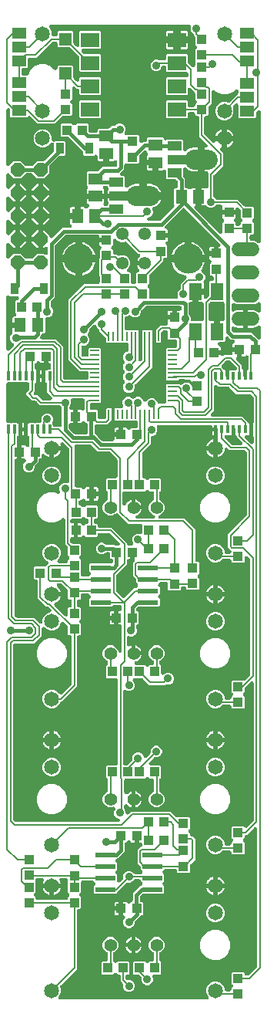
<source format=gbr>
G04 EAGLE Gerber RS-274X export*
G75*
%MOMM*%
%FSLAX34Y34*%
%LPD*%
%INBottom Copper*%
%IPPOS*%
%AMOC8*
5,1,8,0,0,1.08239X$1,22.5*%
G01*
%ADD10C,1.650000*%
%ADD11R,1.000000X0.200000*%
%ADD12R,0.200000X1.000000*%
%ADD13C,1.380000*%
%ADD14C,3.316000*%
%ADD15C,1.400000*%
%ADD16R,0.350000X0.900000*%
%ADD17R,0.304800X0.990600*%
%ADD18R,1.100000X1.000000*%
%ADD19R,1.500000X1.000000*%
%ADD20R,2.000000X1.000000*%
%ADD21C,2.200000*%
%ADD22R,1.050000X1.080000*%
%ADD23R,1.500000X1.300000*%
%ADD24R,1.300000X1.500000*%
%ADD25R,0.910000X1.220000*%
%ADD26R,1.000000X1.100000*%
%ADD27R,1.080000X1.050000*%
%ADD28R,1.400000X1.900000*%
%ADD29P,1.649562X8X112.500000*%
%ADD30C,1.524000*%
%ADD31R,2.200000X0.600000*%
%ADD32R,2.000000X1.600000*%
%ADD33R,1.400000X1.400000*%
%ADD34R,1.600200X1.168400*%
%ADD35C,0.908000*%
%ADD36C,0.304800*%
%ADD37C,0.203200*%
%ADD38C,0.406400*%

G36*
X225841Y5082D02*
X225841Y5082D01*
X225850Y5081D01*
X226042Y5102D01*
X226233Y5121D01*
X226242Y5123D01*
X226251Y5124D01*
X226433Y5182D01*
X226618Y5239D01*
X226626Y5243D01*
X226635Y5246D01*
X226803Y5339D01*
X226972Y5431D01*
X226979Y5436D01*
X226987Y5441D01*
X227135Y5566D01*
X227281Y5688D01*
X227287Y5695D01*
X227294Y5701D01*
X227413Y5852D01*
X227534Y6002D01*
X227538Y6010D01*
X227543Y6017D01*
X227630Y6186D01*
X227719Y6359D01*
X227722Y6368D01*
X227726Y6376D01*
X227777Y6561D01*
X227831Y6746D01*
X227831Y6755D01*
X227834Y6764D01*
X227848Y6956D01*
X227864Y7148D01*
X227863Y7156D01*
X227863Y7165D01*
X227839Y7356D01*
X227817Y7547D01*
X227814Y7556D01*
X227813Y7565D01*
X227752Y7746D01*
X227692Y7930D01*
X227687Y7938D01*
X227685Y7946D01*
X227589Y8112D01*
X227494Y8281D01*
X227488Y8288D01*
X227484Y8295D01*
X227269Y8548D01*
X226498Y9319D01*
X224971Y13005D01*
X224971Y16995D01*
X226498Y20681D01*
X229319Y23502D01*
X233005Y25029D01*
X236995Y25029D01*
X240681Y23502D01*
X243502Y20681D01*
X245029Y16995D01*
X245029Y16326D01*
X245031Y16308D01*
X245029Y16290D01*
X245050Y16108D01*
X245069Y15925D01*
X245074Y15908D01*
X245076Y15891D01*
X245133Y15716D01*
X245187Y15540D01*
X245195Y15525D01*
X245201Y15508D01*
X245291Y15348D01*
X245379Y15186D01*
X245390Y15173D01*
X245399Y15157D01*
X245519Y15018D01*
X245636Y14877D01*
X245650Y14866D01*
X245662Y14852D01*
X245807Y14740D01*
X245950Y14625D01*
X245966Y14617D01*
X245980Y14606D01*
X246145Y14524D01*
X246307Y14439D01*
X246324Y14434D01*
X246340Y14426D01*
X246519Y14379D01*
X246694Y14328D01*
X246712Y14326D01*
X246729Y14322D01*
X247060Y14295D01*
X250690Y14295D01*
X250708Y14297D01*
X250726Y14295D01*
X250908Y14316D01*
X251091Y14335D01*
X251108Y14340D01*
X251125Y14342D01*
X251300Y14399D01*
X251476Y14453D01*
X251491Y14461D01*
X251508Y14467D01*
X251668Y14557D01*
X251830Y14645D01*
X251843Y14656D01*
X251859Y14665D01*
X251998Y14785D01*
X252139Y14902D01*
X252150Y14916D01*
X252164Y14928D01*
X252276Y15073D01*
X252391Y15216D01*
X252399Y15232D01*
X252410Y15246D01*
X252492Y15411D01*
X252577Y15573D01*
X252582Y15590D01*
X252590Y15606D01*
X252637Y15785D01*
X252688Y15960D01*
X252690Y15978D01*
X252694Y15995D01*
X252721Y16326D01*
X252721Y17237D01*
X254048Y18564D01*
X254059Y18578D01*
X254073Y18589D01*
X254187Y18733D01*
X254303Y18875D01*
X254312Y18891D01*
X254323Y18905D01*
X254406Y19069D01*
X254492Y19231D01*
X254497Y19248D01*
X254505Y19264D01*
X254554Y19441D01*
X254607Y19617D01*
X254608Y19635D01*
X254613Y19652D01*
X254626Y19835D01*
X254643Y20018D01*
X254641Y20036D01*
X254642Y20053D01*
X254619Y20235D01*
X254600Y20418D01*
X254594Y20435D01*
X254592Y20453D01*
X254534Y20627D01*
X254478Y20802D01*
X254469Y20818D01*
X254464Y20834D01*
X254372Y20993D01*
X254283Y21154D01*
X254272Y21168D01*
X254263Y21183D01*
X254048Y21436D01*
X252721Y22763D01*
X252721Y34237D01*
X253763Y35279D01*
X266237Y35279D01*
X267279Y34237D01*
X267279Y33326D01*
X267281Y33308D01*
X267279Y33290D01*
X267300Y33108D01*
X267319Y32925D01*
X267324Y32908D01*
X267326Y32891D01*
X267383Y32716D01*
X267437Y32540D01*
X267445Y32525D01*
X267451Y32508D01*
X267541Y32348D01*
X267629Y32186D01*
X267640Y32173D01*
X267649Y32157D01*
X267769Y32018D01*
X267886Y31877D01*
X267900Y31866D01*
X267912Y31852D01*
X268057Y31740D01*
X268200Y31625D01*
X268216Y31617D01*
X268230Y31606D01*
X268395Y31524D01*
X268557Y31439D01*
X268574Y31434D01*
X268590Y31426D01*
X268769Y31379D01*
X268944Y31328D01*
X268962Y31326D01*
X268979Y31322D01*
X269310Y31295D01*
X270405Y31295D01*
X270432Y31297D01*
X270458Y31295D01*
X270632Y31317D01*
X270806Y31335D01*
X270831Y31342D01*
X270858Y31346D01*
X271023Y31401D01*
X271191Y31453D01*
X271214Y31466D01*
X271239Y31474D01*
X271391Y31561D01*
X271545Y31645D01*
X271565Y31662D01*
X271588Y31675D01*
X271841Y31890D01*
X280514Y40563D01*
X280531Y40583D01*
X280552Y40601D01*
X280659Y40739D01*
X280769Y40874D01*
X280782Y40898D01*
X280798Y40919D01*
X280876Y41076D01*
X280958Y41230D01*
X280966Y41255D01*
X280978Y41279D01*
X281023Y41449D01*
X281073Y41616D01*
X281075Y41642D01*
X281082Y41668D01*
X281109Y41999D01*
X281109Y192253D01*
X281108Y192262D01*
X281109Y192271D01*
X281088Y192464D01*
X281069Y192654D01*
X281067Y192662D01*
X281066Y192671D01*
X281008Y192855D01*
X280951Y193039D01*
X280947Y193047D01*
X280944Y193055D01*
X280852Y193223D01*
X280759Y193393D01*
X280754Y193400D01*
X280749Y193407D01*
X280625Y193554D01*
X280502Y193702D01*
X280495Y193707D01*
X280489Y193714D01*
X280337Y193834D01*
X280188Y193954D01*
X280180Y193958D01*
X280173Y193964D01*
X280000Y194052D01*
X279831Y194140D01*
X279822Y194142D01*
X279814Y194146D01*
X279628Y194198D01*
X279444Y194251D01*
X279435Y194252D01*
X279426Y194254D01*
X279233Y194268D01*
X279042Y194284D01*
X279034Y194283D01*
X279025Y194284D01*
X278832Y194259D01*
X278643Y194237D01*
X278634Y194234D01*
X278625Y194233D01*
X278442Y194172D01*
X278260Y194112D01*
X278252Y194108D01*
X278244Y194105D01*
X278077Y194009D01*
X277909Y193914D01*
X277902Y193909D01*
X277895Y193904D01*
X277642Y193689D01*
X269658Y185705D01*
X269310Y185705D01*
X269292Y185703D01*
X269274Y185705D01*
X269092Y185684D01*
X268909Y185665D01*
X268892Y185660D01*
X268875Y185658D01*
X268700Y185601D01*
X268524Y185547D01*
X268509Y185539D01*
X268492Y185533D01*
X268332Y185443D01*
X268170Y185355D01*
X268157Y185344D01*
X268141Y185335D01*
X268002Y185215D01*
X267861Y185098D01*
X267850Y185084D01*
X267836Y185072D01*
X267724Y184927D01*
X267609Y184784D01*
X267601Y184768D01*
X267590Y184754D01*
X267508Y184589D01*
X267423Y184427D01*
X267418Y184410D01*
X267410Y184394D01*
X267363Y184215D01*
X267312Y184040D01*
X267310Y184022D01*
X267306Y184005D01*
X267279Y183674D01*
X267279Y182763D01*
X265952Y181436D01*
X265941Y181423D01*
X265927Y181411D01*
X265813Y181267D01*
X265697Y181125D01*
X265688Y181109D01*
X265677Y181095D01*
X265594Y180931D01*
X265508Y180769D01*
X265503Y180752D01*
X265495Y180736D01*
X265446Y180559D01*
X265393Y180383D01*
X265392Y180365D01*
X265387Y180348D01*
X265374Y180165D01*
X265357Y179982D01*
X265359Y179964D01*
X265358Y179947D01*
X265381Y179765D01*
X265400Y179582D01*
X265406Y179565D01*
X265408Y179547D01*
X265466Y179374D01*
X265522Y179198D01*
X265531Y179182D01*
X265536Y179166D01*
X265628Y179007D01*
X265717Y178846D01*
X265728Y178832D01*
X265737Y178817D01*
X265952Y178564D01*
X267279Y177237D01*
X267279Y165763D01*
X266237Y164721D01*
X253763Y164721D01*
X252721Y165763D01*
X252721Y166674D01*
X252719Y166692D01*
X252721Y166710D01*
X252700Y166892D01*
X252681Y167075D01*
X252676Y167092D01*
X252674Y167109D01*
X252617Y167284D01*
X252563Y167460D01*
X252555Y167475D01*
X252549Y167492D01*
X252459Y167652D01*
X252371Y167814D01*
X252360Y167827D01*
X252351Y167843D01*
X252231Y167982D01*
X252114Y168123D01*
X252100Y168134D01*
X252088Y168148D01*
X251943Y168260D01*
X251800Y168375D01*
X251784Y168383D01*
X251770Y168394D01*
X251605Y168476D01*
X251443Y168561D01*
X251426Y168566D01*
X251410Y168574D01*
X251231Y168621D01*
X251056Y168672D01*
X251038Y168674D01*
X251021Y168678D01*
X250690Y168705D01*
X243729Y168705D01*
X243703Y168703D01*
X243676Y168705D01*
X243502Y168683D01*
X243329Y168665D01*
X243303Y168658D01*
X243277Y168654D01*
X243111Y168598D01*
X242944Y168547D01*
X242920Y168534D01*
X242895Y168526D01*
X242744Y168439D01*
X242590Y168355D01*
X242569Y168338D01*
X242546Y168325D01*
X242293Y168110D01*
X240681Y166498D01*
X236995Y164971D01*
X233005Y164971D01*
X229319Y166498D01*
X226498Y169319D01*
X224971Y173005D01*
X224971Y176995D01*
X226498Y180681D01*
X229319Y183502D01*
X233005Y185029D01*
X236995Y185029D01*
X240681Y183502D01*
X243502Y180681D01*
X245029Y176995D01*
X245029Y176326D01*
X245031Y176308D01*
X245029Y176290D01*
X245050Y176108D01*
X245069Y175925D01*
X245074Y175908D01*
X245076Y175891D01*
X245133Y175716D01*
X245187Y175540D01*
X245195Y175525D01*
X245201Y175508D01*
X245291Y175348D01*
X245379Y175186D01*
X245390Y175173D01*
X245399Y175157D01*
X245519Y175018D01*
X245636Y174877D01*
X245650Y174866D01*
X245662Y174852D01*
X245807Y174740D01*
X245950Y174625D01*
X245966Y174617D01*
X245980Y174606D01*
X246145Y174524D01*
X246307Y174439D01*
X246324Y174434D01*
X246340Y174426D01*
X246519Y174379D01*
X246694Y174328D01*
X246712Y174326D01*
X246729Y174322D01*
X247060Y174295D01*
X250690Y174295D01*
X250708Y174297D01*
X250726Y174295D01*
X250908Y174316D01*
X251091Y174335D01*
X251108Y174340D01*
X251125Y174342D01*
X251300Y174399D01*
X251476Y174453D01*
X251491Y174461D01*
X251508Y174467D01*
X251668Y174557D01*
X251830Y174645D01*
X251843Y174656D01*
X251859Y174665D01*
X251998Y174785D01*
X252139Y174902D01*
X252150Y174916D01*
X252164Y174928D01*
X252276Y175073D01*
X252391Y175216D01*
X252399Y175232D01*
X252410Y175246D01*
X252492Y175411D01*
X252577Y175573D01*
X252582Y175590D01*
X252590Y175606D01*
X252637Y175785D01*
X252688Y175960D01*
X252690Y175978D01*
X252694Y175995D01*
X252721Y176326D01*
X252721Y177237D01*
X254048Y178564D01*
X254059Y178578D01*
X254073Y178589D01*
X254187Y178733D01*
X254303Y178875D01*
X254312Y178891D01*
X254323Y178905D01*
X254406Y179069D01*
X254492Y179231D01*
X254497Y179248D01*
X254505Y179264D01*
X254554Y179441D01*
X254607Y179617D01*
X254608Y179635D01*
X254613Y179652D01*
X254626Y179835D01*
X254643Y180018D01*
X254641Y180036D01*
X254642Y180053D01*
X254619Y180235D01*
X254600Y180418D01*
X254594Y180435D01*
X254592Y180453D01*
X254534Y180627D01*
X254478Y180802D01*
X254469Y180818D01*
X254464Y180834D01*
X254372Y180993D01*
X254283Y181154D01*
X254272Y181168D01*
X254263Y181183D01*
X254048Y181436D01*
X252721Y182763D01*
X252721Y194237D01*
X253763Y195279D01*
X266237Y195279D01*
X267345Y194170D01*
X267359Y194159D01*
X267371Y194145D01*
X267514Y194032D01*
X267657Y193915D01*
X267673Y193907D01*
X267687Y193896D01*
X267851Y193812D01*
X268013Y193727D01*
X268030Y193721D01*
X268046Y193713D01*
X268223Y193664D01*
X268398Y193612D01*
X268416Y193610D01*
X268433Y193605D01*
X268617Y193592D01*
X268799Y193575D01*
X268817Y193577D01*
X268835Y193576D01*
X269017Y193599D01*
X269200Y193619D01*
X269217Y193624D01*
X269234Y193626D01*
X269408Y193685D01*
X269583Y193740D01*
X269599Y193749D01*
X269616Y193755D01*
X269776Y193846D01*
X269936Y193935D01*
X269949Y193947D01*
X269965Y193956D01*
X270218Y194170D01*
X276704Y200657D01*
X276721Y200677D01*
X276742Y200695D01*
X276849Y200833D01*
X276959Y200968D01*
X276972Y200992D01*
X276988Y201013D01*
X277066Y201170D01*
X277148Y201324D01*
X277156Y201349D01*
X277168Y201373D01*
X277213Y201543D01*
X277263Y201710D01*
X277265Y201736D01*
X277272Y201762D01*
X277299Y202093D01*
X277299Y352159D01*
X277298Y352168D01*
X277299Y352177D01*
X277278Y352369D01*
X277259Y352560D01*
X277257Y352568D01*
X277256Y352577D01*
X277198Y352759D01*
X277141Y352945D01*
X277137Y352953D01*
X277134Y352961D01*
X277041Y353129D01*
X276949Y353299D01*
X276944Y353305D01*
X276939Y353313D01*
X276815Y353460D01*
X276692Y353608D01*
X276685Y353614D01*
X276679Y353620D01*
X276528Y353739D01*
X276378Y353860D01*
X276370Y353864D01*
X276363Y353870D01*
X276190Y353958D01*
X276021Y354046D01*
X276012Y354048D01*
X276004Y354052D01*
X275818Y354104D01*
X275634Y354157D01*
X275625Y354158D01*
X275616Y354160D01*
X275423Y354174D01*
X275232Y354190D01*
X275224Y354189D01*
X275215Y354190D01*
X275022Y354165D01*
X274833Y354143D01*
X274824Y354140D01*
X274815Y354139D01*
X274632Y354078D01*
X274450Y354018D01*
X274442Y354014D01*
X274434Y354011D01*
X274267Y353915D01*
X274099Y353820D01*
X274092Y353815D01*
X274085Y353810D01*
X273832Y353595D01*
X268174Y347937D01*
X267874Y347637D01*
X267857Y347617D01*
X267836Y347599D01*
X267730Y347462D01*
X267619Y347326D01*
X267606Y347302D01*
X267590Y347281D01*
X267512Y347125D01*
X267430Y346970D01*
X267422Y346945D01*
X267410Y346921D01*
X267365Y346751D01*
X267315Y346584D01*
X267313Y346558D01*
X267306Y346532D01*
X267279Y346201D01*
X267279Y342763D01*
X265952Y341436D01*
X265941Y341423D01*
X265927Y341411D01*
X265813Y341267D01*
X265697Y341125D01*
X265688Y341109D01*
X265677Y341095D01*
X265594Y340931D01*
X265508Y340769D01*
X265503Y340752D01*
X265495Y340736D01*
X265446Y340559D01*
X265393Y340383D01*
X265392Y340365D01*
X265387Y340348D01*
X265374Y340165D01*
X265357Y339982D01*
X265359Y339964D01*
X265358Y339947D01*
X265381Y339765D01*
X265400Y339582D01*
X265406Y339565D01*
X265408Y339547D01*
X265466Y339374D01*
X265522Y339198D01*
X265531Y339182D01*
X265536Y339166D01*
X265628Y339007D01*
X265717Y338846D01*
X265728Y338832D01*
X265737Y338817D01*
X265952Y338564D01*
X267279Y337237D01*
X267279Y325763D01*
X266237Y324721D01*
X253763Y324721D01*
X252721Y325763D01*
X252721Y326674D01*
X252719Y326692D01*
X252721Y326710D01*
X252700Y326892D01*
X252681Y327075D01*
X252676Y327092D01*
X252674Y327109D01*
X252617Y327284D01*
X252563Y327460D01*
X252555Y327475D01*
X252549Y327492D01*
X252459Y327652D01*
X252371Y327814D01*
X252360Y327827D01*
X252351Y327843D01*
X252231Y327982D01*
X252114Y328123D01*
X252100Y328134D01*
X252088Y328148D01*
X251943Y328260D01*
X251800Y328375D01*
X251784Y328383D01*
X251770Y328394D01*
X251605Y328476D01*
X251443Y328561D01*
X251426Y328566D01*
X251410Y328574D01*
X251231Y328621D01*
X251056Y328672D01*
X251038Y328674D01*
X251021Y328678D01*
X250690Y328705D01*
X243729Y328705D01*
X243703Y328703D01*
X243676Y328705D01*
X243502Y328683D01*
X243329Y328665D01*
X243303Y328658D01*
X243277Y328654D01*
X243111Y328598D01*
X242944Y328547D01*
X242920Y328534D01*
X242895Y328526D01*
X242744Y328439D01*
X242590Y328355D01*
X242569Y328338D01*
X242546Y328325D01*
X242293Y328110D01*
X240681Y326498D01*
X236995Y324971D01*
X233005Y324971D01*
X229319Y326498D01*
X226498Y329319D01*
X224971Y333005D01*
X224971Y336995D01*
X226498Y340681D01*
X229319Y343502D01*
X231626Y344457D01*
X231626Y344458D01*
X233005Y345029D01*
X236995Y345029D01*
X240681Y343502D01*
X243502Y340681D01*
X245029Y336995D01*
X245029Y336326D01*
X245031Y336308D01*
X245029Y336290D01*
X245050Y336108D01*
X245069Y335925D01*
X245074Y335908D01*
X245076Y335891D01*
X245133Y335716D01*
X245187Y335540D01*
X245195Y335525D01*
X245201Y335508D01*
X245291Y335348D01*
X245379Y335186D01*
X245390Y335173D01*
X245399Y335157D01*
X245519Y335018D01*
X245636Y334877D01*
X245650Y334866D01*
X245662Y334852D01*
X245807Y334740D01*
X245950Y334625D01*
X245966Y334617D01*
X245980Y334606D01*
X246145Y334524D01*
X246307Y334439D01*
X246324Y334434D01*
X246340Y334426D01*
X246519Y334379D01*
X246694Y334328D01*
X246712Y334326D01*
X246729Y334322D01*
X247060Y334295D01*
X250690Y334295D01*
X250708Y334297D01*
X250726Y334295D01*
X250908Y334316D01*
X251091Y334335D01*
X251108Y334340D01*
X251125Y334342D01*
X251300Y334399D01*
X251476Y334453D01*
X251491Y334461D01*
X251508Y334467D01*
X251668Y334557D01*
X251830Y334645D01*
X251843Y334656D01*
X251859Y334665D01*
X251998Y334785D01*
X252139Y334902D01*
X252150Y334916D01*
X252164Y334928D01*
X252276Y335073D01*
X252391Y335216D01*
X252399Y335232D01*
X252410Y335246D01*
X252492Y335411D01*
X252577Y335573D01*
X252582Y335590D01*
X252590Y335606D01*
X252637Y335785D01*
X252688Y335960D01*
X252690Y335978D01*
X252694Y335995D01*
X252721Y336326D01*
X252721Y337237D01*
X254048Y338564D01*
X254059Y338578D01*
X254073Y338589D01*
X254187Y338733D01*
X254303Y338875D01*
X254312Y338891D01*
X254323Y338905D01*
X254406Y339069D01*
X254492Y339231D01*
X254497Y339248D01*
X254505Y339264D01*
X254554Y339441D01*
X254607Y339617D01*
X254608Y339635D01*
X254613Y339652D01*
X254626Y339835D01*
X254643Y340018D01*
X254641Y340036D01*
X254642Y340053D01*
X254619Y340235D01*
X254600Y340418D01*
X254594Y340435D01*
X254592Y340453D01*
X254534Y340627D01*
X254478Y340802D01*
X254469Y340818D01*
X254464Y340834D01*
X254372Y340993D01*
X254283Y341154D01*
X254272Y341168D01*
X254263Y341183D01*
X254048Y341436D01*
X252721Y342763D01*
X252721Y354237D01*
X253763Y355279D01*
X266769Y355279D01*
X266796Y355281D01*
X266822Y355279D01*
X266996Y355301D01*
X267170Y355319D01*
X267195Y355326D01*
X267222Y355330D01*
X267388Y355386D01*
X267555Y355437D01*
X267578Y355450D01*
X267603Y355458D01*
X267755Y355545D01*
X267909Y355629D01*
X267929Y355646D01*
X267952Y355659D01*
X268205Y355874D01*
X272894Y360563D01*
X272911Y360583D01*
X272932Y360601D01*
X273038Y360738D01*
X273149Y360874D01*
X273162Y360898D01*
X273178Y360919D01*
X273256Y361075D01*
X273338Y361230D01*
X273346Y361256D01*
X273358Y361279D01*
X273403Y361448D01*
X273453Y361616D01*
X273455Y361642D01*
X273462Y361668D01*
X273489Y361999D01*
X273489Y487668D01*
X273487Y487695D01*
X273489Y487722D01*
X273467Y487896D01*
X273449Y488069D01*
X273442Y488094D01*
X273438Y488121D01*
X273383Y488287D01*
X273331Y488454D01*
X273318Y488477D01*
X273310Y488503D01*
X273223Y488654D01*
X273139Y488808D01*
X273122Y488828D01*
X273109Y488852D01*
X272894Y489105D01*
X270746Y491253D01*
X270739Y491258D01*
X270734Y491265D01*
X270584Y491386D01*
X270435Y491508D01*
X270427Y491512D01*
X270420Y491518D01*
X270249Y491606D01*
X270079Y491696D01*
X270071Y491699D01*
X270063Y491703D01*
X269877Y491756D01*
X269693Y491811D01*
X269684Y491812D01*
X269676Y491814D01*
X269484Y491830D01*
X269292Y491848D01*
X269283Y491847D01*
X269274Y491847D01*
X269085Y491825D01*
X268892Y491804D01*
X268883Y491801D01*
X268875Y491800D01*
X268693Y491741D01*
X268508Y491683D01*
X268500Y491678D01*
X268492Y491676D01*
X268323Y491581D01*
X268156Y491488D01*
X268149Y491482D01*
X268141Y491478D01*
X267995Y491352D01*
X267849Y491227D01*
X267843Y491220D01*
X267836Y491215D01*
X267719Y491063D01*
X267599Y490911D01*
X267595Y490903D01*
X267590Y490896D01*
X267504Y490724D01*
X267417Y490552D01*
X267414Y490544D01*
X267410Y490536D01*
X267360Y490348D01*
X267309Y490165D01*
X267308Y490156D01*
X267306Y490147D01*
X267279Y489816D01*
X267279Y485763D01*
X266237Y484721D01*
X253763Y484721D01*
X252721Y485763D01*
X252721Y486674D01*
X252719Y486692D01*
X252721Y486710D01*
X252700Y486892D01*
X252681Y487075D01*
X252676Y487092D01*
X252674Y487109D01*
X252617Y487284D01*
X252563Y487460D01*
X252555Y487475D01*
X252549Y487492D01*
X252459Y487652D01*
X252371Y487814D01*
X252360Y487827D01*
X252351Y487843D01*
X252231Y487982D01*
X252114Y488123D01*
X252100Y488134D01*
X252088Y488148D01*
X251943Y488260D01*
X251800Y488375D01*
X251784Y488383D01*
X251770Y488394D01*
X251605Y488476D01*
X251443Y488561D01*
X251426Y488566D01*
X251410Y488574D01*
X251231Y488621D01*
X251056Y488672D01*
X251038Y488674D01*
X251021Y488678D01*
X250690Y488705D01*
X243729Y488705D01*
X243703Y488703D01*
X243676Y488705D01*
X243502Y488683D01*
X243329Y488665D01*
X243303Y488658D01*
X243277Y488654D01*
X243111Y488599D01*
X242944Y488547D01*
X242920Y488534D01*
X242895Y488526D01*
X242743Y488439D01*
X242590Y488355D01*
X242569Y488338D01*
X242546Y488325D01*
X242293Y488110D01*
X240681Y486498D01*
X236995Y484971D01*
X233005Y484971D01*
X229319Y486498D01*
X226498Y489319D01*
X224971Y493005D01*
X224971Y496995D01*
X226498Y500681D01*
X229319Y503502D01*
X232758Y504926D01*
X233005Y505029D01*
X236995Y505029D01*
X240681Y503502D01*
X243502Y500681D01*
X245029Y496995D01*
X245029Y496326D01*
X245031Y496308D01*
X245029Y496290D01*
X245050Y496108D01*
X245069Y495925D01*
X245074Y495908D01*
X245076Y495891D01*
X245133Y495716D01*
X245187Y495540D01*
X245195Y495525D01*
X245201Y495508D01*
X245291Y495348D01*
X245379Y495186D01*
X245390Y495173D01*
X245399Y495157D01*
X245519Y495018D01*
X245636Y494877D01*
X245650Y494866D01*
X245662Y494852D01*
X245807Y494740D01*
X245950Y494625D01*
X245966Y494617D01*
X245980Y494606D01*
X246145Y494524D01*
X246307Y494439D01*
X246324Y494434D01*
X246340Y494426D01*
X246519Y494379D01*
X246694Y494328D01*
X246712Y494326D01*
X246729Y494322D01*
X247060Y494295D01*
X250690Y494295D01*
X250708Y494297D01*
X250726Y494295D01*
X250908Y494316D01*
X251091Y494335D01*
X251108Y494340D01*
X251125Y494342D01*
X251300Y494399D01*
X251476Y494453D01*
X251491Y494461D01*
X251508Y494467D01*
X251668Y494557D01*
X251830Y494645D01*
X251843Y494656D01*
X251859Y494665D01*
X251998Y494785D01*
X252139Y494902D01*
X252150Y494916D01*
X252164Y494928D01*
X252276Y495073D01*
X252391Y495216D01*
X252399Y495232D01*
X252410Y495246D01*
X252492Y495411D01*
X252577Y495573D01*
X252582Y495590D01*
X252590Y495606D01*
X252637Y495785D01*
X252688Y495960D01*
X252690Y495978D01*
X252694Y495995D01*
X252721Y496326D01*
X252721Y496534D01*
X252719Y496560D01*
X252721Y496587D01*
X252699Y496761D01*
X252681Y496934D01*
X252674Y496960D01*
X252670Y496987D01*
X252614Y497152D01*
X252563Y497319D01*
X252550Y497343D01*
X252542Y497368D01*
X252455Y497519D01*
X252371Y497673D01*
X252354Y497694D01*
X252341Y497717D01*
X252126Y497970D01*
X249953Y500143D01*
X248911Y501185D01*
X248911Y515815D01*
X269084Y535988D01*
X269101Y536009D01*
X269122Y536026D01*
X269229Y536164D01*
X269339Y536299D01*
X269352Y536323D01*
X269368Y536344D01*
X269446Y536501D01*
X269528Y536655D01*
X269536Y536681D01*
X269548Y536705D01*
X269593Y536874D01*
X269643Y537041D01*
X269645Y537068D01*
X269652Y537094D01*
X269679Y537424D01*
X269679Y605139D01*
X269677Y605165D01*
X269679Y605192D01*
X269657Y605366D01*
X269639Y605539D01*
X269632Y605565D01*
X269628Y605592D01*
X269573Y605757D01*
X269521Y605924D01*
X269508Y605948D01*
X269500Y605973D01*
X269413Y606125D01*
X269329Y606278D01*
X269312Y606299D01*
X269299Y606322D01*
X269084Y606575D01*
X268383Y607276D01*
X268362Y607293D01*
X268345Y607314D01*
X268207Y607421D01*
X268072Y607531D01*
X268048Y607544D01*
X268027Y607560D01*
X267870Y607638D01*
X267716Y607720D01*
X267690Y607728D01*
X267666Y607740D01*
X267497Y607785D01*
X267330Y607835D01*
X267303Y607837D01*
X267278Y607844D01*
X266947Y607871D01*
X250805Y607871D01*
X248676Y610000D01*
X248637Y610032D01*
X248602Y610070D01*
X248481Y610159D01*
X248365Y610255D01*
X248320Y610279D01*
X248278Y610309D01*
X248142Y610373D01*
X248009Y610443D01*
X247960Y610458D01*
X247914Y610480D01*
X247767Y610515D01*
X247623Y610558D01*
X247572Y610563D01*
X247523Y610575D01*
X247372Y610581D01*
X247222Y610594D01*
X247171Y610589D01*
X247120Y610591D01*
X246972Y610567D01*
X246822Y610551D01*
X246773Y610536D01*
X246723Y610528D01*
X246582Y610475D01*
X246438Y610430D01*
X246393Y610405D01*
X246345Y610387D01*
X246217Y610307D01*
X246086Y610235D01*
X246047Y610202D01*
X246003Y610175D01*
X245894Y610072D01*
X245779Y609974D01*
X245747Y609934D01*
X245710Y609899D01*
X245623Y609777D01*
X245529Y609658D01*
X245506Y609613D01*
X245476Y609571D01*
X245415Y609434D01*
X245347Y609299D01*
X245333Y609250D01*
X245312Y609203D01*
X245258Y608979D01*
X245239Y608912D01*
X245238Y608898D01*
X245234Y608881D01*
X245030Y607592D01*
X244529Y606053D01*
X243795Y604611D01*
X242843Y603301D01*
X241699Y602157D01*
X240389Y601205D01*
X238947Y600471D01*
X237749Y600081D01*
X237749Y609282D01*
X237747Y609300D01*
X237749Y609317D01*
X237728Y609500D01*
X237709Y609682D01*
X237704Y609699D01*
X237702Y609717D01*
X237645Y609892D01*
X237614Y609992D01*
X237618Y609999D01*
X237665Y610177D01*
X237716Y610352D01*
X237718Y610370D01*
X237722Y610387D01*
X237749Y610718D01*
X237749Y622186D01*
X237747Y622204D01*
X237749Y622222D01*
X237728Y622404D01*
X237709Y622587D01*
X237704Y622604D01*
X237702Y622621D01*
X237645Y622796D01*
X237591Y622972D01*
X237583Y622987D01*
X237577Y623004D01*
X237531Y623085D01*
X237531Y630750D01*
X237530Y630767D01*
X237531Y630785D01*
X237510Y630968D01*
X237491Y631150D01*
X237486Y631167D01*
X237484Y631185D01*
X237427Y631360D01*
X237373Y631535D01*
X237365Y631551D01*
X237359Y631568D01*
X237269Y631728D01*
X237182Y631889D01*
X237170Y631903D01*
X237161Y631918D01*
X237042Y632057D01*
X236924Y632198D01*
X236924Y632199D01*
X236923Y632199D01*
X236910Y632210D01*
X236898Y632223D01*
X236898Y632224D01*
X236753Y632336D01*
X236610Y632451D01*
X236594Y632460D01*
X236580Y632470D01*
X236415Y632552D01*
X236252Y632637D01*
X236235Y632642D01*
X236219Y632650D01*
X236041Y632698D01*
X235865Y632748D01*
X235848Y632750D01*
X235830Y632754D01*
X235500Y632781D01*
X231717Y632781D01*
X231717Y633554D01*
X231715Y633572D01*
X231717Y633590D01*
X231696Y633772D01*
X231677Y633955D01*
X231672Y633972D01*
X231670Y633989D01*
X231613Y634164D01*
X231559Y634340D01*
X231551Y634355D01*
X231545Y634372D01*
X231455Y634532D01*
X231367Y634694D01*
X231356Y634707D01*
X231347Y634723D01*
X231227Y634862D01*
X231110Y635003D01*
X231096Y635014D01*
X231084Y635028D01*
X230939Y635140D01*
X230796Y635255D01*
X230780Y635263D01*
X230766Y635274D01*
X230601Y635356D01*
X230439Y635441D01*
X230422Y635446D01*
X230406Y635454D01*
X230227Y635501D01*
X230052Y635552D01*
X230034Y635554D01*
X230017Y635558D01*
X229686Y635585D01*
X172400Y635585D01*
X172386Y635584D01*
X172373Y635585D01*
X172187Y635564D01*
X171999Y635545D01*
X171986Y635541D01*
X171973Y635540D01*
X171794Y635482D01*
X171614Y635427D01*
X171603Y635421D01*
X171590Y635417D01*
X171425Y635325D01*
X171260Y635235D01*
X171250Y635227D01*
X171238Y635220D01*
X171095Y635098D01*
X170951Y634978D01*
X170943Y634967D01*
X170932Y634959D01*
X170816Y634810D01*
X170699Y634664D01*
X170693Y634652D01*
X170684Y634642D01*
X170600Y634473D01*
X170513Y634307D01*
X170509Y634294D01*
X170503Y634282D01*
X170454Y634101D01*
X170402Y633920D01*
X170401Y633906D01*
X170397Y633893D01*
X170384Y633705D01*
X170369Y633518D01*
X170370Y633505D01*
X170370Y633492D01*
X170394Y633304D01*
X170416Y633119D01*
X170420Y633106D01*
X170422Y633093D01*
X170523Y632777D01*
X171153Y631257D01*
X171153Y628743D01*
X170191Y626421D01*
X168413Y624643D01*
X166086Y623679D01*
X165918Y623660D01*
X165735Y623641D01*
X165718Y623636D01*
X165701Y623634D01*
X165526Y623577D01*
X165350Y623523D01*
X165335Y623515D01*
X165318Y623509D01*
X165158Y623419D01*
X164996Y623331D01*
X164983Y623320D01*
X164967Y623311D01*
X164828Y623191D01*
X164687Y623074D01*
X164676Y623060D01*
X164662Y623048D01*
X164550Y622903D01*
X164435Y622760D01*
X164427Y622744D01*
X164416Y622730D01*
X164334Y622565D01*
X164249Y622403D01*
X164244Y622386D01*
X164236Y622370D01*
X164189Y622191D01*
X164138Y622016D01*
X164136Y621998D01*
X164132Y621981D01*
X164105Y621650D01*
X164105Y614764D01*
X161873Y612532D01*
X154890Y605549D01*
X154873Y605528D01*
X154852Y605511D01*
X154745Y605373D01*
X154635Y605238D01*
X154622Y605214D01*
X154606Y605193D01*
X154528Y605036D01*
X154446Y604882D01*
X154438Y604856D01*
X154426Y604832D01*
X154381Y604663D01*
X154331Y604496D01*
X154329Y604469D01*
X154322Y604444D01*
X154295Y604113D01*
X154295Y579310D01*
X154297Y579292D01*
X154295Y579274D01*
X154316Y579092D01*
X154335Y578909D01*
X154340Y578892D01*
X154342Y578875D01*
X154399Y578700D01*
X154453Y578524D01*
X154461Y578509D01*
X154467Y578492D01*
X154557Y578332D01*
X154645Y578170D01*
X154656Y578157D01*
X154665Y578141D01*
X154785Y578002D01*
X154902Y577861D01*
X154916Y577850D01*
X154928Y577836D01*
X155073Y577724D01*
X155216Y577609D01*
X155232Y577601D01*
X155246Y577590D01*
X155411Y577508D01*
X155573Y577423D01*
X155590Y577418D01*
X155606Y577410D01*
X155785Y577363D01*
X155960Y577312D01*
X155978Y577310D01*
X155995Y577306D01*
X156326Y577279D01*
X157237Y577279D01*
X158564Y575952D01*
X158578Y575941D01*
X158589Y575927D01*
X158733Y575813D01*
X158875Y575697D01*
X158891Y575688D01*
X158905Y575677D01*
X159069Y575594D01*
X159231Y575508D01*
X159248Y575503D01*
X159264Y575495D01*
X159441Y575446D01*
X159617Y575393D01*
X159635Y575392D01*
X159652Y575387D01*
X159835Y575374D01*
X160018Y575357D01*
X160036Y575359D01*
X160053Y575358D01*
X160235Y575381D01*
X160418Y575400D01*
X160435Y575406D01*
X160453Y575408D01*
X160627Y575466D01*
X160802Y575522D01*
X160818Y575531D01*
X160834Y575536D01*
X160993Y575628D01*
X161154Y575717D01*
X161168Y575728D01*
X161183Y575737D01*
X161436Y575952D01*
X162763Y577279D01*
X174237Y577279D01*
X175279Y576237D01*
X175279Y563763D01*
X173790Y562274D01*
X173773Y562253D01*
X173752Y562236D01*
X173645Y562098D01*
X173535Y561963D01*
X173522Y561939D01*
X173506Y561918D01*
X173428Y561761D01*
X173346Y561607D01*
X173338Y561581D01*
X173326Y561557D01*
X173281Y561388D01*
X173231Y561221D01*
X173229Y561194D01*
X173222Y561169D01*
X173195Y560838D01*
X173195Y554702D01*
X173197Y554679D01*
X173195Y554657D01*
X173217Y554480D01*
X173235Y554301D01*
X173241Y554280D01*
X173244Y554258D01*
X173300Y554088D01*
X173353Y553916D01*
X173363Y553896D01*
X173370Y553875D01*
X173459Y553720D01*
X173545Y553562D01*
X173559Y553545D01*
X173570Y553526D01*
X173688Y553390D01*
X173802Y553253D01*
X173820Y553239D01*
X173834Y553222D01*
X173977Y553112D01*
X174116Y553000D01*
X174136Y552990D01*
X174154Y552977D01*
X174449Y552825D01*
X175373Y552442D01*
X177842Y549973D01*
X179179Y546746D01*
X179179Y543254D01*
X177842Y540027D01*
X175373Y537558D01*
X173308Y536703D01*
X173304Y536701D01*
X173300Y536699D01*
X173126Y536605D01*
X172953Y536512D01*
X172950Y536510D01*
X172946Y536507D01*
X172797Y536383D01*
X172643Y536256D01*
X172640Y536253D01*
X172637Y536250D01*
X172514Y536097D01*
X172389Y535943D01*
X172387Y535939D01*
X172384Y535936D01*
X172294Y535763D01*
X172202Y535587D01*
X172201Y535583D01*
X172199Y535579D01*
X172145Y535390D01*
X172089Y535200D01*
X172089Y535196D01*
X172087Y535192D01*
X172071Y534994D01*
X172054Y534799D01*
X172055Y534795D01*
X172055Y534790D01*
X172077Y534596D01*
X172100Y534399D01*
X172101Y534395D01*
X172102Y534391D01*
X172162Y534205D01*
X172223Y534016D01*
X172225Y534012D01*
X172226Y534008D01*
X172324Y533835D01*
X172419Y533664D01*
X172422Y533661D01*
X172424Y533657D01*
X172553Y533508D01*
X172681Y533359D01*
X172685Y533356D01*
X172687Y533352D01*
X172842Y533232D01*
X172998Y533110D01*
X173002Y533108D01*
X173006Y533106D01*
X173186Y533016D01*
X173358Y532930D01*
X173362Y532928D01*
X173366Y532926D01*
X173558Y532875D01*
X173746Y532823D01*
X173751Y532823D01*
X173755Y532822D01*
X174086Y532795D01*
X201158Y532795D01*
X212795Y521158D01*
X212795Y487310D01*
X212797Y487292D01*
X212795Y487274D01*
X212816Y487092D01*
X212835Y486909D01*
X212840Y486892D01*
X212842Y486875D01*
X212899Y486700D01*
X212953Y486524D01*
X212961Y486509D01*
X212967Y486492D01*
X213057Y486332D01*
X213145Y486170D01*
X213156Y486157D01*
X213165Y486141D01*
X213285Y486002D01*
X213402Y485861D01*
X213416Y485850D01*
X213428Y485836D01*
X213573Y485724D01*
X213716Y485609D01*
X213732Y485601D01*
X213746Y485590D01*
X213911Y485508D01*
X214073Y485423D01*
X214090Y485418D01*
X214106Y485410D01*
X214285Y485363D01*
X214460Y485312D01*
X214478Y485310D01*
X214495Y485306D01*
X214826Y485279D01*
X216237Y485279D01*
X217279Y484237D01*
X217279Y472763D01*
X215952Y471436D01*
X215941Y471423D01*
X215927Y471411D01*
X215813Y471267D01*
X215697Y471125D01*
X215688Y471109D01*
X215677Y471095D01*
X215594Y470931D01*
X215508Y470769D01*
X215503Y470752D01*
X215495Y470736D01*
X215446Y470559D01*
X215393Y470383D01*
X215392Y470365D01*
X215387Y470348D01*
X215374Y470165D01*
X215357Y469982D01*
X215359Y469964D01*
X215358Y469947D01*
X215381Y469765D01*
X215400Y469582D01*
X215406Y469565D01*
X215408Y469547D01*
X215466Y469374D01*
X215522Y469198D01*
X215531Y469182D01*
X215536Y469166D01*
X215628Y469007D01*
X215717Y468846D01*
X215728Y468832D01*
X215737Y468817D01*
X215952Y468564D01*
X217279Y467237D01*
X217279Y455763D01*
X216237Y454721D01*
X203763Y454721D01*
X202721Y455763D01*
X202721Y456424D01*
X202719Y456442D01*
X202721Y456460D01*
X202700Y456642D01*
X202681Y456825D01*
X202676Y456842D01*
X202674Y456859D01*
X202617Y457034D01*
X202563Y457210D01*
X202555Y457225D01*
X202549Y457242D01*
X202459Y457402D01*
X202371Y457564D01*
X202360Y457577D01*
X202351Y457593D01*
X202231Y457732D01*
X202114Y457873D01*
X202100Y457884D01*
X202088Y457898D01*
X201944Y458010D01*
X201800Y458125D01*
X201784Y458133D01*
X201770Y458144D01*
X201605Y458226D01*
X201443Y458311D01*
X201426Y458316D01*
X201410Y458324D01*
X201231Y458371D01*
X201056Y458422D01*
X201038Y458424D01*
X201021Y458428D01*
X200690Y458455D01*
X199210Y458455D01*
X199192Y458453D01*
X199174Y458455D01*
X198992Y458434D01*
X198809Y458415D01*
X198792Y458410D01*
X198775Y458408D01*
X198600Y458351D01*
X198424Y458297D01*
X198409Y458289D01*
X198392Y458283D01*
X198232Y458193D01*
X198070Y458105D01*
X198057Y458094D01*
X198041Y458085D01*
X197902Y457965D01*
X197761Y457848D01*
X197750Y457834D01*
X197736Y457822D01*
X197624Y457677D01*
X197509Y457534D01*
X197501Y457518D01*
X197490Y457504D01*
X197408Y457339D01*
X197323Y457177D01*
X197318Y457160D01*
X197310Y457144D01*
X197263Y456965D01*
X197212Y456790D01*
X197210Y456772D01*
X197206Y456755D01*
X197179Y456424D01*
X197179Y455263D01*
X196137Y454221D01*
X183863Y454221D01*
X182821Y455263D01*
X182821Y461524D01*
X182819Y461542D01*
X182821Y461560D01*
X182800Y461742D01*
X182781Y461925D01*
X182776Y461942D01*
X182774Y461959D01*
X182717Y462134D01*
X182663Y462310D01*
X182655Y462325D01*
X182649Y462342D01*
X182559Y462502D01*
X182471Y462664D01*
X182460Y462677D01*
X182451Y462693D01*
X182331Y462832D01*
X182214Y462973D01*
X182200Y462984D01*
X182188Y462998D01*
X182043Y463110D01*
X181900Y463225D01*
X181884Y463233D01*
X181870Y463244D01*
X181705Y463326D01*
X181543Y463411D01*
X181526Y463416D01*
X181510Y463424D01*
X181331Y463471D01*
X181156Y463522D01*
X181138Y463524D01*
X181121Y463528D01*
X180790Y463555D01*
X175562Y463555D01*
X175536Y463553D01*
X175509Y463555D01*
X175335Y463533D01*
X175162Y463515D01*
X175136Y463508D01*
X175109Y463504D01*
X174944Y463449D01*
X174777Y463397D01*
X174753Y463384D01*
X174728Y463376D01*
X174576Y463289D01*
X174423Y463205D01*
X174402Y463188D01*
X174379Y463175D01*
X174126Y462960D01*
X172602Y461436D01*
X172591Y461423D01*
X172577Y461411D01*
X172463Y461267D01*
X172347Y461125D01*
X172338Y461109D01*
X172327Y461095D01*
X172244Y460931D01*
X172158Y460769D01*
X172153Y460752D01*
X172145Y460736D01*
X172096Y460559D01*
X172043Y460383D01*
X172042Y460365D01*
X172037Y460348D01*
X172024Y460165D01*
X172007Y459982D01*
X172009Y459964D01*
X172008Y459947D01*
X172031Y459765D01*
X172050Y459582D01*
X172056Y459565D01*
X172058Y459547D01*
X172116Y459374D01*
X172172Y459198D01*
X172181Y459182D01*
X172186Y459166D01*
X172278Y459006D01*
X172367Y458846D01*
X172378Y458832D01*
X172387Y458817D01*
X172602Y458564D01*
X173779Y457387D01*
X173779Y449913D01*
X172602Y448736D01*
X172591Y448723D01*
X172577Y448711D01*
X172463Y448567D01*
X172347Y448425D01*
X172338Y448409D01*
X172327Y448395D01*
X172244Y448231D01*
X172158Y448069D01*
X172153Y448052D01*
X172145Y448036D01*
X172095Y447858D01*
X172043Y447683D01*
X172042Y447665D01*
X172037Y447648D01*
X172024Y447465D01*
X172007Y447282D01*
X172009Y447264D01*
X172008Y447247D01*
X172031Y447065D01*
X172050Y446882D01*
X172056Y446865D01*
X172058Y446847D01*
X172116Y446674D01*
X172172Y446498D01*
X172181Y446482D01*
X172186Y446466D01*
X172278Y446307D01*
X172367Y446146D01*
X172378Y446132D01*
X172387Y446117D01*
X172602Y445864D01*
X173779Y444687D01*
X173779Y437213D01*
X172737Y436171D01*
X150402Y436171D01*
X150375Y436169D01*
X150349Y436171D01*
X150175Y436149D01*
X150001Y436131D01*
X149976Y436124D01*
X149949Y436120D01*
X149783Y436065D01*
X149616Y436013D01*
X149593Y436000D01*
X149567Y435992D01*
X149416Y435905D01*
X149262Y435821D01*
X149242Y435804D01*
X149219Y435791D01*
X148966Y435576D01*
X148156Y434766D01*
X148139Y434746D01*
X148118Y434728D01*
X148011Y434590D01*
X147901Y434455D01*
X147888Y434431D01*
X147872Y434410D01*
X147794Y434253D01*
X147712Y434099D01*
X147704Y434074D01*
X147692Y434050D01*
X147647Y433880D01*
X147597Y433713D01*
X147595Y433687D01*
X147588Y433661D01*
X147561Y433330D01*
X147561Y433210D01*
X147563Y433192D01*
X147561Y433174D01*
X147582Y432992D01*
X147601Y432809D01*
X147606Y432792D01*
X147608Y432775D01*
X147665Y432600D01*
X147719Y432424D01*
X147727Y432409D01*
X147733Y432392D01*
X147823Y432232D01*
X147911Y432070D01*
X147922Y432057D01*
X147931Y432041D01*
X148051Y431902D01*
X148168Y431761D01*
X148182Y431750D01*
X148194Y431736D01*
X148339Y431624D01*
X148482Y431509D01*
X148498Y431501D01*
X148512Y431490D01*
X148677Y431408D01*
X148839Y431323D01*
X148856Y431318D01*
X148872Y431310D01*
X149051Y431263D01*
X149226Y431212D01*
X149244Y431210D01*
X149261Y431206D01*
X149592Y431179D01*
X149737Y431179D01*
X150779Y430137D01*
X150779Y417863D01*
X149737Y416821D01*
X149592Y416821D01*
X149574Y416819D01*
X149556Y416821D01*
X149374Y416800D01*
X149191Y416781D01*
X149174Y416776D01*
X149157Y416774D01*
X148982Y416717D01*
X148806Y416663D01*
X148791Y416655D01*
X148774Y416649D01*
X148614Y416559D01*
X148452Y416471D01*
X148439Y416460D01*
X148423Y416451D01*
X148284Y416331D01*
X148143Y416214D01*
X148132Y416200D01*
X148118Y416188D01*
X148006Y416043D01*
X147891Y415900D01*
X147883Y415884D01*
X147872Y415870D01*
X147790Y415705D01*
X147705Y415543D01*
X147700Y415526D01*
X147692Y415510D01*
X147645Y415331D01*
X147594Y415156D01*
X147592Y415138D01*
X147588Y415121D01*
X147561Y414790D01*
X147561Y414297D01*
X147564Y414266D01*
X147562Y414235D01*
X147584Y414065D01*
X147601Y413897D01*
X147610Y413867D01*
X147614Y413836D01*
X147715Y413520D01*
X148653Y411257D01*
X148653Y408743D01*
X147691Y406421D01*
X145913Y404643D01*
X143591Y403681D01*
X141077Y403681D01*
X140603Y403878D01*
X140591Y403881D01*
X140579Y403888D01*
X140397Y403940D01*
X140218Y403994D01*
X140205Y403995D01*
X140192Y403999D01*
X140003Y404014D01*
X139817Y404032D01*
X139804Y404031D01*
X139790Y404032D01*
X139604Y404010D01*
X139417Y403991D01*
X139404Y403987D01*
X139391Y403985D01*
X139212Y403927D01*
X139032Y403871D01*
X139021Y403864D01*
X139008Y403860D01*
X138843Y403767D01*
X138679Y403677D01*
X138669Y403669D01*
X138657Y403662D01*
X138514Y403539D01*
X138371Y403418D01*
X138363Y403408D01*
X138352Y403399D01*
X138238Y403251D01*
X138120Y403103D01*
X138114Y403092D01*
X138106Y403081D01*
X138022Y402913D01*
X137936Y402745D01*
X137932Y402732D01*
X137926Y402720D01*
X137877Y402538D01*
X137826Y402358D01*
X137825Y402345D01*
X137822Y402332D01*
X137795Y402001D01*
X137795Y394781D01*
X137804Y394688D01*
X137803Y394595D01*
X137824Y394488D01*
X137835Y394380D01*
X137862Y394291D01*
X137880Y394200D01*
X137921Y394099D01*
X137953Y393996D01*
X137997Y393914D01*
X138033Y393827D01*
X138093Y393737D01*
X138145Y393642D01*
X138204Y393570D01*
X138256Y393492D01*
X138333Y393416D01*
X138402Y393332D01*
X138475Y393274D01*
X138541Y393208D01*
X138632Y393148D01*
X138716Y393080D01*
X138799Y393037D01*
X138876Y392985D01*
X138977Y392944D01*
X139073Y392894D01*
X139163Y392869D01*
X139249Y392833D01*
X139356Y392813D01*
X139460Y392783D01*
X139553Y392775D01*
X139645Y392758D01*
X139753Y392759D01*
X139862Y392750D01*
X139954Y392761D01*
X140047Y392762D01*
X140154Y392784D01*
X140261Y392797D01*
X140350Y392826D01*
X140441Y392845D01*
X140565Y392896D01*
X140644Y392922D01*
X140687Y392946D01*
X140748Y392971D01*
X141533Y393371D01*
X142885Y393810D01*
X142969Y393824D01*
X142969Y385000D01*
X142970Y384983D01*
X142969Y384965D01*
X142990Y384782D01*
X143008Y384600D01*
X143014Y384583D01*
X143016Y384565D01*
X143073Y384390D01*
X143127Y384215D01*
X143135Y384199D01*
X143141Y384182D01*
X143231Y384022D01*
X143318Y383861D01*
X143330Y383847D01*
X143339Y383832D01*
X143459Y383692D01*
X143576Y383552D01*
X143576Y383551D01*
X143577Y383551D01*
X143590Y383540D01*
X143602Y383527D01*
X143602Y383526D01*
X143747Y383414D01*
X143890Y383299D01*
X143906Y383290D01*
X143920Y383280D01*
X144085Y383198D01*
X144248Y383113D01*
X144265Y383108D01*
X144281Y383100D01*
X144459Y383052D01*
X144635Y383002D01*
X144652Y383000D01*
X144670Y382996D01*
X145000Y382969D01*
X153824Y382969D01*
X153810Y382885D01*
X153371Y381532D01*
X152726Y380266D01*
X151890Y379116D01*
X150884Y378110D01*
X149734Y377274D01*
X148467Y376629D01*
X147276Y376242D01*
X147198Y376208D01*
X147118Y376183D01*
X147014Y376127D01*
X146907Y376080D01*
X146838Y376032D01*
X146764Y375991D01*
X146673Y375916D01*
X146577Y375849D01*
X146519Y375788D01*
X146454Y375734D01*
X146381Y375642D01*
X146300Y375557D01*
X146255Y375486D01*
X146202Y375420D01*
X146148Y375316D01*
X146085Y375216D01*
X146055Y375137D01*
X146017Y375063D01*
X145984Y374950D01*
X145942Y374840D01*
X145928Y374757D01*
X145905Y374676D01*
X145896Y374559D01*
X145876Y374443D01*
X145879Y374358D01*
X145872Y374274D01*
X145886Y374158D01*
X145890Y374040D01*
X145909Y373958D01*
X145919Y373875D01*
X145956Y373763D01*
X145983Y373649D01*
X146018Y373572D01*
X146044Y373492D01*
X146102Y373390D01*
X146151Y373283D01*
X146201Y373215D01*
X146242Y373141D01*
X146319Y373052D01*
X146388Y372957D01*
X146450Y372900D01*
X146505Y372836D01*
X146598Y372764D01*
X146684Y372685D01*
X146757Y372641D01*
X146823Y372590D01*
X146928Y372537D01*
X147029Y372477D01*
X147108Y372448D01*
X147184Y372410D01*
X147297Y372380D01*
X147408Y372340D01*
X147491Y372328D01*
X147573Y372306D01*
X147721Y372294D01*
X147806Y372281D01*
X147848Y372283D01*
X147903Y372279D01*
X157237Y372279D01*
X158564Y370952D01*
X158578Y370941D01*
X158589Y370927D01*
X158733Y370813D01*
X158875Y370697D01*
X158891Y370688D01*
X158905Y370677D01*
X159069Y370594D01*
X159231Y370508D01*
X159248Y370503D01*
X159264Y370495D01*
X159441Y370446D01*
X159617Y370393D01*
X159635Y370392D01*
X159652Y370387D01*
X159835Y370374D01*
X160018Y370357D01*
X160036Y370359D01*
X160053Y370358D01*
X160235Y370381D01*
X160418Y370400D01*
X160435Y370406D01*
X160453Y370408D01*
X160627Y370466D01*
X160802Y370522D01*
X160818Y370531D01*
X160834Y370536D01*
X160993Y370628D01*
X161154Y370717D01*
X161168Y370728D01*
X161183Y370737D01*
X161436Y370952D01*
X162763Y372279D01*
X165574Y372279D01*
X165592Y372281D01*
X165610Y372279D01*
X165792Y372300D01*
X165975Y372319D01*
X165992Y372324D01*
X166009Y372326D01*
X166184Y372383D01*
X166360Y372437D01*
X166375Y372445D01*
X166392Y372451D01*
X166552Y372541D01*
X166714Y372629D01*
X166727Y372640D01*
X166743Y372649D01*
X166882Y372769D01*
X167023Y372886D01*
X167034Y372900D01*
X167048Y372912D01*
X167160Y373057D01*
X167275Y373200D01*
X167283Y373216D01*
X167294Y373230D01*
X167376Y373395D01*
X167461Y373557D01*
X167466Y373574D01*
X167474Y373590D01*
X167521Y373769D01*
X167572Y373944D01*
X167574Y373962D01*
X167578Y373979D01*
X167605Y374310D01*
X167605Y375298D01*
X167603Y375321D01*
X167605Y375343D01*
X167583Y375520D01*
X167565Y375699D01*
X167559Y375720D01*
X167556Y375742D01*
X167500Y375912D01*
X167447Y376084D01*
X167437Y376104D01*
X167430Y376125D01*
X167341Y376280D01*
X167255Y376438D01*
X167241Y376455D01*
X167230Y376474D01*
X167112Y376610D01*
X166998Y376747D01*
X166980Y376761D01*
X166966Y376778D01*
X166823Y376888D01*
X166684Y377000D01*
X166664Y377010D01*
X166646Y377023D01*
X166351Y377175D01*
X165427Y377558D01*
X162958Y380027D01*
X161621Y383254D01*
X161621Y386746D01*
X162958Y389973D01*
X165427Y392442D01*
X168654Y393779D01*
X172146Y393779D01*
X175373Y392442D01*
X177842Y389973D01*
X179179Y386746D01*
X179179Y383254D01*
X177842Y380027D01*
X175373Y377558D01*
X174449Y377175D01*
X174429Y377164D01*
X174408Y377158D01*
X174252Y377069D01*
X174094Y376985D01*
X174077Y376971D01*
X174057Y376960D01*
X173922Y376843D01*
X173783Y376728D01*
X173769Y376711D01*
X173752Y376696D01*
X173643Y376555D01*
X173530Y376416D01*
X173519Y376396D01*
X173506Y376378D01*
X173426Y376218D01*
X173343Y376059D01*
X173336Y376038D01*
X173326Y376018D01*
X173280Y375844D01*
X173230Y375673D01*
X173228Y375651D01*
X173222Y375629D01*
X173195Y375298D01*
X173195Y374162D01*
X173197Y374136D01*
X173195Y374109D01*
X173217Y373935D01*
X173235Y373762D01*
X173242Y373736D01*
X173246Y373709D01*
X173301Y373544D01*
X173353Y373377D01*
X173366Y373353D01*
X173374Y373328D01*
X173461Y373176D01*
X173545Y373023D01*
X173562Y373002D01*
X173575Y372979D01*
X173790Y372726D01*
X175279Y371237D01*
X175279Y363453D01*
X175280Y363444D01*
X175279Y363435D01*
X175300Y363243D01*
X175319Y363052D01*
X175321Y363043D01*
X175322Y363035D01*
X175380Y362852D01*
X175437Y362667D01*
X175441Y362659D01*
X175444Y362651D01*
X175537Y362482D01*
X175629Y362313D01*
X175634Y362306D01*
X175639Y362298D01*
X175764Y362151D01*
X175886Y362004D01*
X175893Y361998D01*
X175899Y361991D01*
X176051Y361871D01*
X176200Y361751D01*
X176208Y361747D01*
X176215Y361742D01*
X176388Y361654D01*
X176557Y361566D01*
X176566Y361563D01*
X176574Y361559D01*
X176759Y361508D01*
X176944Y361455D01*
X176953Y361454D01*
X176962Y361451D01*
X177154Y361437D01*
X177346Y361422D01*
X177354Y361423D01*
X177363Y361422D01*
X177554Y361446D01*
X177745Y361469D01*
X177754Y361471D01*
X177763Y361472D01*
X177944Y361533D01*
X178128Y361593D01*
X178136Y361598D01*
X178144Y361601D01*
X178312Y361697D01*
X178479Y361791D01*
X178486Y361797D01*
X178493Y361802D01*
X178746Y362016D01*
X179421Y362691D01*
X181743Y363653D01*
X184257Y363653D01*
X186579Y362691D01*
X188357Y360913D01*
X189319Y358591D01*
X189319Y356077D01*
X188357Y353755D01*
X186579Y351977D01*
X184257Y351015D01*
X181475Y351015D01*
X181448Y351013D01*
X181422Y351015D01*
X181248Y350993D01*
X181074Y350975D01*
X181049Y350968D01*
X181022Y350964D01*
X180857Y350909D01*
X180689Y350857D01*
X180666Y350844D01*
X180641Y350836D01*
X180489Y350749D01*
X180335Y350665D01*
X180315Y350648D01*
X180292Y350635D01*
X180039Y350420D01*
X179824Y350205D01*
X162342Y350205D01*
X160110Y352437D01*
X155421Y357126D01*
X155401Y357143D01*
X155383Y357164D01*
X155245Y357271D01*
X155110Y357381D01*
X155086Y357394D01*
X155065Y357410D01*
X154908Y357488D01*
X154754Y357570D01*
X154729Y357578D01*
X154705Y357590D01*
X154535Y357635D01*
X154368Y357685D01*
X154342Y357687D01*
X154316Y357694D01*
X153985Y357721D01*
X146119Y357721D01*
X146110Y357720D01*
X146101Y357721D01*
X145909Y357700D01*
X145718Y357681D01*
X145709Y357679D01*
X145701Y357678D01*
X145518Y357620D01*
X145333Y357563D01*
X145325Y357559D01*
X145317Y357556D01*
X145148Y357463D01*
X144979Y357371D01*
X144972Y357366D01*
X144964Y357361D01*
X144817Y357236D01*
X144670Y357114D01*
X144664Y357107D01*
X144657Y357101D01*
X144537Y356949D01*
X144417Y356800D01*
X144413Y356792D01*
X144408Y356785D01*
X144320Y356612D01*
X144232Y356443D01*
X144229Y356434D01*
X144225Y356426D01*
X144174Y356241D01*
X144121Y356056D01*
X144120Y356047D01*
X144117Y356038D01*
X144103Y355846D01*
X144088Y355654D01*
X144089Y355646D01*
X144088Y355637D01*
X144112Y355446D01*
X144135Y355255D01*
X144137Y355246D01*
X144138Y355237D01*
X144199Y355056D01*
X144259Y354872D01*
X144264Y354864D01*
X144267Y354856D01*
X144363Y354688D01*
X144457Y354521D01*
X144463Y354514D01*
X144468Y354507D01*
X144682Y354254D01*
X145357Y353579D01*
X146319Y351257D01*
X146319Y348743D01*
X145357Y346421D01*
X143579Y344643D01*
X141257Y343681D01*
X138743Y343681D01*
X136309Y344689D01*
X136296Y344693D01*
X136285Y344699D01*
X136104Y344752D01*
X135924Y344806D01*
X135911Y344807D01*
X135898Y344811D01*
X135709Y344826D01*
X135523Y344844D01*
X135510Y344843D01*
X135496Y344844D01*
X135310Y344822D01*
X135123Y344802D01*
X135110Y344798D01*
X135097Y344797D01*
X134919Y344739D01*
X134738Y344683D01*
X134727Y344676D01*
X134714Y344672D01*
X134550Y344580D01*
X134385Y344489D01*
X134375Y344481D01*
X134363Y344474D01*
X134221Y344351D01*
X134077Y344230D01*
X134069Y344220D01*
X134058Y344211D01*
X133944Y344063D01*
X133826Y343915D01*
X133820Y343903D01*
X133812Y343893D01*
X133728Y343725D01*
X133642Y343557D01*
X133638Y343544D01*
X133632Y343532D01*
X133583Y343350D01*
X133532Y343170D01*
X133531Y343157D01*
X133528Y343144D01*
X133501Y342813D01*
X133501Y264310D01*
X133503Y264292D01*
X133501Y264274D01*
X133522Y264092D01*
X133541Y263909D01*
X133546Y263892D01*
X133548Y263875D01*
X133605Y263700D01*
X133659Y263524D01*
X133667Y263509D01*
X133673Y263492D01*
X133763Y263332D01*
X133851Y263170D01*
X133862Y263157D01*
X133871Y263141D01*
X133991Y263002D01*
X134108Y262861D01*
X134122Y262850D01*
X134134Y262836D01*
X134279Y262724D01*
X134422Y262609D01*
X134438Y262601D01*
X134452Y262590D01*
X134617Y262508D01*
X134779Y262423D01*
X134796Y262418D01*
X134812Y262410D01*
X134991Y262363D01*
X135166Y262312D01*
X135184Y262310D01*
X135201Y262306D01*
X135532Y262279D01*
X137485Y262279D01*
X137512Y262281D01*
X137538Y262279D01*
X137712Y262301D01*
X137886Y262319D01*
X137911Y262326D01*
X137938Y262330D01*
X138103Y262385D01*
X138271Y262437D01*
X138294Y262450D01*
X138319Y262458D01*
X138471Y262545D01*
X138625Y262629D01*
X138645Y262646D01*
X138668Y262659D01*
X138921Y262874D01*
X143086Y267039D01*
X143103Y267059D01*
X143124Y267077D01*
X143230Y267215D01*
X143341Y267350D01*
X143354Y267374D01*
X143370Y267395D01*
X143448Y267552D01*
X143530Y267706D01*
X143538Y267731D01*
X143550Y267755D01*
X143595Y267925D01*
X143645Y268092D01*
X143647Y268118D01*
X143654Y268144D01*
X143681Y268475D01*
X143681Y271257D01*
X144643Y273579D01*
X146421Y275357D01*
X148743Y276319D01*
X151257Y276319D01*
X153579Y275357D01*
X155357Y273579D01*
X156225Y271483D01*
X156231Y271471D01*
X156235Y271459D01*
X156326Y271294D01*
X156415Y271128D01*
X156424Y271118D01*
X156430Y271106D01*
X156552Y270963D01*
X156672Y270818D01*
X156682Y270809D01*
X156691Y270799D01*
X156838Y270683D01*
X156984Y270564D01*
X156996Y270558D01*
X157007Y270550D01*
X157174Y270464D01*
X157341Y270377D01*
X157354Y270373D01*
X157366Y270367D01*
X157546Y270317D01*
X157727Y270264D01*
X157740Y270263D01*
X157753Y270259D01*
X157942Y270246D01*
X158128Y270229D01*
X158141Y270231D01*
X158155Y270230D01*
X158343Y270254D01*
X158528Y270275D01*
X158541Y270279D01*
X158554Y270280D01*
X158733Y270340D01*
X158912Y270398D01*
X158923Y270404D01*
X158936Y270409D01*
X159099Y270502D01*
X159263Y270594D01*
X159273Y270603D01*
X159285Y270610D01*
X159538Y270824D01*
X163086Y274373D01*
X163103Y274393D01*
X163124Y274411D01*
X163230Y274548D01*
X163341Y274684D01*
X163354Y274708D01*
X163370Y274729D01*
X163448Y274885D01*
X163530Y275040D01*
X163538Y275066D01*
X163550Y275089D01*
X163595Y275258D01*
X163645Y275426D01*
X163647Y275452D01*
X163654Y275478D01*
X163681Y275809D01*
X163681Y278591D01*
X164643Y280913D01*
X166421Y282691D01*
X168743Y283653D01*
X171257Y283653D01*
X173579Y282691D01*
X175357Y280913D01*
X176319Y278591D01*
X176319Y276077D01*
X175357Y273755D01*
X173579Y271977D01*
X171257Y271015D01*
X168475Y271015D01*
X168448Y271013D01*
X168422Y271015D01*
X168248Y270993D01*
X168074Y270975D01*
X168049Y270968D01*
X168022Y270964D01*
X167857Y270909D01*
X167689Y270857D01*
X167666Y270844D01*
X167641Y270836D01*
X167489Y270749D01*
X167335Y270665D01*
X167315Y270648D01*
X167292Y270635D01*
X167039Y270420D01*
X162365Y265746D01*
X162359Y265739D01*
X162352Y265734D01*
X162232Y265584D01*
X162110Y265435D01*
X162105Y265427D01*
X162100Y265420D01*
X162011Y265250D01*
X161921Y265079D01*
X161918Y265070D01*
X161914Y265063D01*
X161861Y264878D01*
X161806Y264693D01*
X161805Y264684D01*
X161803Y264676D01*
X161787Y264484D01*
X161770Y264292D01*
X161771Y264283D01*
X161770Y264274D01*
X161792Y264085D01*
X161813Y263892D01*
X161816Y263883D01*
X161817Y263875D01*
X161876Y263693D01*
X161935Y263508D01*
X161939Y263500D01*
X161942Y263492D01*
X162037Y263323D01*
X162129Y263156D01*
X162135Y263149D01*
X162140Y263141D01*
X162266Y262995D01*
X162390Y262849D01*
X162397Y262843D01*
X162403Y262836D01*
X162554Y262719D01*
X162706Y262599D01*
X162714Y262595D01*
X162721Y262590D01*
X162893Y262504D01*
X163065Y262417D01*
X163073Y262414D01*
X163081Y262410D01*
X163267Y262360D01*
X163453Y262309D01*
X163462Y262308D01*
X163470Y262306D01*
X163801Y262279D01*
X174237Y262279D01*
X175279Y261237D01*
X175279Y248763D01*
X173790Y247274D01*
X173773Y247253D01*
X173752Y247236D01*
X173645Y247098D01*
X173535Y246963D01*
X173522Y246939D01*
X173506Y246918D01*
X173428Y246761D01*
X173346Y246607D01*
X173338Y246581D01*
X173326Y246557D01*
X173281Y246388D01*
X173231Y246221D01*
X173229Y246194D01*
X173222Y246169D01*
X173195Y245838D01*
X173195Y234702D01*
X173197Y234679D01*
X173195Y234657D01*
X173217Y234480D01*
X173235Y234301D01*
X173241Y234280D01*
X173244Y234258D01*
X173300Y234088D01*
X173353Y233916D01*
X173363Y233896D01*
X173370Y233875D01*
X173459Y233720D01*
X173545Y233562D01*
X173559Y233545D01*
X173570Y233526D01*
X173688Y233390D01*
X173802Y233253D01*
X173820Y233239D01*
X173834Y233222D01*
X173977Y233112D01*
X174116Y233000D01*
X174136Y232990D01*
X174154Y232977D01*
X174449Y232825D01*
X175373Y232442D01*
X177842Y229973D01*
X179179Y226746D01*
X179179Y223254D01*
X177842Y220027D01*
X175373Y217558D01*
X172146Y216221D01*
X168654Y216221D01*
X165427Y217558D01*
X162958Y220027D01*
X161621Y223254D01*
X161621Y226746D01*
X162958Y229973D01*
X165427Y232442D01*
X166351Y232825D01*
X166371Y232836D01*
X166392Y232842D01*
X166548Y232931D01*
X166706Y233015D01*
X166723Y233029D01*
X166743Y233040D01*
X166878Y233157D01*
X167017Y233272D01*
X167031Y233289D01*
X167048Y233304D01*
X167157Y233445D01*
X167270Y233584D01*
X167281Y233604D01*
X167294Y233622D01*
X167374Y233782D01*
X167457Y233941D01*
X167464Y233962D01*
X167474Y233982D01*
X167520Y234156D01*
X167570Y234327D01*
X167572Y234349D01*
X167578Y234371D01*
X167605Y234702D01*
X167605Y245690D01*
X167603Y245708D01*
X167605Y245726D01*
X167584Y245908D01*
X167565Y246091D01*
X167560Y246108D01*
X167558Y246125D01*
X167501Y246300D01*
X167447Y246476D01*
X167439Y246491D01*
X167433Y246508D01*
X167343Y246668D01*
X167255Y246830D01*
X167244Y246843D01*
X167235Y246859D01*
X167115Y246998D01*
X166998Y247139D01*
X166984Y247150D01*
X166972Y247164D01*
X166827Y247276D01*
X166684Y247391D01*
X166668Y247399D01*
X166654Y247410D01*
X166489Y247492D01*
X166327Y247577D01*
X166310Y247582D01*
X166294Y247590D01*
X166115Y247637D01*
X165940Y247688D01*
X165922Y247690D01*
X165905Y247694D01*
X165574Y247721D01*
X162763Y247721D01*
X161436Y249048D01*
X161423Y249059D01*
X161411Y249073D01*
X161267Y249187D01*
X161125Y249303D01*
X161109Y249312D01*
X161095Y249323D01*
X160931Y249406D01*
X160769Y249492D01*
X160752Y249497D01*
X160736Y249505D01*
X160559Y249554D01*
X160383Y249607D01*
X160365Y249608D01*
X160348Y249613D01*
X160165Y249626D01*
X159982Y249643D01*
X159964Y249641D01*
X159947Y249642D01*
X159765Y249619D01*
X159582Y249600D01*
X159565Y249594D01*
X159547Y249592D01*
X159374Y249534D01*
X159198Y249478D01*
X159182Y249469D01*
X159166Y249464D01*
X159007Y249372D01*
X158846Y249283D01*
X158832Y249272D01*
X158817Y249263D01*
X158564Y249048D01*
X157237Y247721D01*
X136826Y247721D01*
X136808Y247719D01*
X136790Y247721D01*
X136608Y247700D01*
X136425Y247681D01*
X136408Y247676D01*
X136391Y247674D01*
X136216Y247617D01*
X136040Y247563D01*
X136025Y247555D01*
X136008Y247549D01*
X135848Y247459D01*
X135686Y247371D01*
X135673Y247360D01*
X135657Y247351D01*
X135518Y247231D01*
X135377Y247114D01*
X135366Y247100D01*
X135352Y247088D01*
X135240Y246943D01*
X135125Y246800D01*
X135117Y246784D01*
X135106Y246770D01*
X135024Y246605D01*
X134939Y246443D01*
X134934Y246426D01*
X134926Y246410D01*
X134879Y246231D01*
X134828Y246056D01*
X134826Y246038D01*
X134822Y246021D01*
X134795Y245690D01*
X134795Y232473D01*
X134796Y232464D01*
X134795Y232455D01*
X134816Y232263D01*
X134835Y232072D01*
X134837Y232064D01*
X134838Y232055D01*
X134896Y231872D01*
X134953Y231687D01*
X134957Y231679D01*
X134960Y231671D01*
X135053Y231503D01*
X135145Y231333D01*
X135150Y231326D01*
X135155Y231319D01*
X135280Y231171D01*
X135402Y231024D01*
X135409Y231018D01*
X135415Y231012D01*
X135567Y230891D01*
X135716Y230772D01*
X135724Y230768D01*
X135731Y230762D01*
X135904Y230674D01*
X136073Y230586D01*
X136082Y230584D01*
X136090Y230580D01*
X136275Y230528D01*
X136460Y230475D01*
X136469Y230474D01*
X136478Y230472D01*
X136670Y230458D01*
X136862Y230442D01*
X136870Y230443D01*
X136879Y230442D01*
X137070Y230466D01*
X137261Y230489D01*
X137270Y230492D01*
X137279Y230493D01*
X137460Y230554D01*
X137644Y230614D01*
X137652Y230618D01*
X137660Y230621D01*
X137828Y230717D01*
X137995Y230812D01*
X138002Y230817D01*
X138009Y230822D01*
X138262Y231037D01*
X139116Y231890D01*
X140266Y232726D01*
X141532Y233371D01*
X142885Y233810D01*
X142969Y233824D01*
X142969Y225000D01*
X142969Y216176D01*
X142885Y216190D01*
X141532Y216629D01*
X140266Y217274D01*
X139116Y218110D01*
X138262Y218963D01*
X138255Y218969D01*
X138250Y218976D01*
X138101Y219096D01*
X137951Y219219D01*
X137943Y219223D01*
X137936Y219228D01*
X137766Y219316D01*
X137595Y219407D01*
X137586Y219410D01*
X137579Y219414D01*
X137394Y219467D01*
X137209Y219522D01*
X137200Y219523D01*
X137192Y219525D01*
X137001Y219541D01*
X136808Y219558D01*
X136799Y219557D01*
X136790Y219558D01*
X136601Y219536D01*
X136408Y219515D01*
X136399Y219512D01*
X136391Y219511D01*
X136208Y219452D01*
X136024Y219393D01*
X136016Y219389D01*
X136008Y219386D01*
X135840Y219292D01*
X135672Y219199D01*
X135665Y219193D01*
X135657Y219188D01*
X135511Y219063D01*
X135365Y218938D01*
X135359Y218931D01*
X135352Y218925D01*
X135234Y218773D01*
X135115Y218622D01*
X135111Y218614D01*
X135106Y218607D01*
X135020Y218435D01*
X134933Y218263D01*
X134930Y218255D01*
X134926Y218247D01*
X134877Y218061D01*
X134825Y217875D01*
X134824Y217867D01*
X134822Y217858D01*
X134795Y217527D01*
X134795Y214983D01*
X134797Y214956D01*
X134795Y214929D01*
X134817Y214755D01*
X134835Y214582D01*
X134842Y214557D01*
X134846Y214530D01*
X134901Y214364D01*
X134953Y214197D01*
X134966Y214174D01*
X134974Y214148D01*
X135061Y213997D01*
X135145Y213843D01*
X135162Y213823D01*
X135175Y213799D01*
X135352Y213591D01*
X136319Y211257D01*
X136319Y210175D01*
X136320Y210166D01*
X136319Y210157D01*
X136340Y209966D01*
X136359Y209774D01*
X136361Y209766D01*
X136362Y209757D01*
X136420Y209573D01*
X136477Y209389D01*
X136481Y209381D01*
X136484Y209373D01*
X136576Y209206D01*
X136669Y209035D01*
X136674Y209028D01*
X136679Y209020D01*
X136803Y208875D01*
X136926Y208726D01*
X136933Y208720D01*
X136939Y208714D01*
X137091Y208594D01*
X137240Y208474D01*
X137248Y208470D01*
X137255Y208464D01*
X137428Y208376D01*
X137597Y208288D01*
X137606Y208286D01*
X137614Y208282D01*
X137800Y208230D01*
X137984Y208177D01*
X137993Y208176D01*
X138002Y208174D01*
X138192Y208160D01*
X138386Y208144D01*
X138395Y208145D01*
X138404Y208144D01*
X138595Y208169D01*
X138785Y208191D01*
X138794Y208194D01*
X138803Y208195D01*
X138986Y208256D01*
X139168Y208316D01*
X139176Y208320D01*
X139185Y208323D01*
X139351Y208419D01*
X139519Y208514D01*
X139526Y208520D01*
X139534Y208524D01*
X139786Y208739D01*
X139904Y208857D01*
X142136Y211089D01*
X185815Y211089D01*
X191258Y205646D01*
X191272Y205634D01*
X191283Y205621D01*
X191427Y205508D01*
X191569Y205391D01*
X191585Y205382D01*
X191599Y205371D01*
X191763Y205288D01*
X191925Y205202D01*
X191942Y205197D01*
X191958Y205189D01*
X192135Y205140D01*
X192311Y205087D01*
X192329Y205086D01*
X192346Y205081D01*
X192528Y205068D01*
X192712Y205051D01*
X192730Y205053D01*
X192748Y205052D01*
X192929Y205075D01*
X193112Y205094D01*
X193129Y205100D01*
X193147Y205102D01*
X193321Y205161D01*
X193496Y205216D01*
X193512Y205225D01*
X193529Y205230D01*
X193613Y205279D01*
X206237Y205279D01*
X207279Y204237D01*
X207279Y192763D01*
X205952Y191436D01*
X205941Y191423D01*
X205927Y191411D01*
X205813Y191267D01*
X205697Y191125D01*
X205688Y191109D01*
X205677Y191095D01*
X205594Y190931D01*
X205508Y190769D01*
X205503Y190752D01*
X205495Y190736D01*
X205446Y190559D01*
X205393Y190383D01*
X205392Y190365D01*
X205387Y190348D01*
X205374Y190165D01*
X205357Y189982D01*
X205359Y189964D01*
X205358Y189947D01*
X205381Y189765D01*
X205400Y189582D01*
X205406Y189565D01*
X205408Y189547D01*
X205466Y189374D01*
X205522Y189198D01*
X205531Y189182D01*
X205536Y189166D01*
X205628Y189007D01*
X205717Y188846D01*
X205728Y188832D01*
X205737Y188817D01*
X205952Y188564D01*
X207279Y187237D01*
X207279Y186326D01*
X207281Y186308D01*
X207279Y186290D01*
X207300Y186108D01*
X207319Y185925D01*
X207324Y185908D01*
X207326Y185891D01*
X207383Y185716D01*
X207437Y185540D01*
X207445Y185525D01*
X207451Y185508D01*
X207541Y185348D01*
X207629Y185186D01*
X207640Y185173D01*
X207649Y185157D01*
X207769Y185018D01*
X207886Y184877D01*
X207900Y184866D01*
X207912Y184852D01*
X208057Y184740D01*
X208200Y184625D01*
X208216Y184617D01*
X208230Y184606D01*
X208395Y184524D01*
X208557Y184439D01*
X208574Y184434D01*
X208590Y184426D01*
X208769Y184379D01*
X208944Y184328D01*
X208962Y184326D01*
X208979Y184322D01*
X209310Y184295D01*
X209658Y184295D01*
X212795Y181158D01*
X212795Y158842D01*
X207774Y153821D01*
X207757Y153801D01*
X207736Y153783D01*
X207629Y153645D01*
X207519Y153510D01*
X207506Y153486D01*
X207490Y153465D01*
X207412Y153308D01*
X207330Y153154D01*
X207322Y153129D01*
X207310Y153105D01*
X207265Y152935D01*
X207215Y152768D01*
X207213Y152742D01*
X207206Y152716D01*
X207179Y152385D01*
X207179Y145263D01*
X206137Y144221D01*
X193863Y144221D01*
X192821Y145263D01*
X192821Y146424D01*
X192819Y146442D01*
X192821Y146460D01*
X192800Y146642D01*
X192781Y146825D01*
X192776Y146842D01*
X192774Y146859D01*
X192717Y147034D01*
X192663Y147210D01*
X192655Y147225D01*
X192649Y147242D01*
X192559Y147402D01*
X192471Y147564D01*
X192460Y147577D01*
X192451Y147593D01*
X192331Y147732D01*
X192214Y147873D01*
X192200Y147884D01*
X192188Y147898D01*
X192043Y148010D01*
X191900Y148125D01*
X191884Y148133D01*
X191870Y148144D01*
X191705Y148226D01*
X191543Y148311D01*
X191526Y148316D01*
X191510Y148324D01*
X191331Y148371D01*
X191156Y148422D01*
X191138Y148424D01*
X191121Y148428D01*
X190790Y148455D01*
X180462Y148455D01*
X180436Y148453D01*
X180409Y148455D01*
X180235Y148433D01*
X180062Y148415D01*
X180036Y148408D01*
X180009Y148404D01*
X179844Y148349D01*
X179677Y148297D01*
X179653Y148284D01*
X179628Y148276D01*
X179476Y148189D01*
X179323Y148105D01*
X179302Y148088D01*
X179279Y148075D01*
X179026Y147860D01*
X177602Y146436D01*
X177591Y146423D01*
X177577Y146411D01*
X177463Y146267D01*
X177347Y146125D01*
X177338Y146109D01*
X177327Y146095D01*
X177244Y145931D01*
X177158Y145769D01*
X177153Y145752D01*
X177145Y145736D01*
X177096Y145559D01*
X177043Y145383D01*
X177042Y145365D01*
X177037Y145348D01*
X177024Y145165D01*
X177007Y144982D01*
X177009Y144964D01*
X177008Y144947D01*
X177031Y144765D01*
X177050Y144582D01*
X177056Y144565D01*
X177058Y144547D01*
X177116Y144374D01*
X177172Y144198D01*
X177181Y144182D01*
X177186Y144166D01*
X177278Y144006D01*
X177367Y143846D01*
X177378Y143832D01*
X177387Y143817D01*
X177602Y143564D01*
X178779Y142387D01*
X178779Y134913D01*
X177602Y133736D01*
X177591Y133723D01*
X177577Y133711D01*
X177463Y133567D01*
X177347Y133425D01*
X177338Y133409D01*
X177327Y133395D01*
X177244Y133231D01*
X177158Y133069D01*
X177153Y133052D01*
X177145Y133036D01*
X177096Y132859D01*
X177043Y132683D01*
X177042Y132665D01*
X177037Y132648D01*
X177024Y132465D01*
X177007Y132282D01*
X177009Y132264D01*
X177008Y132247D01*
X177031Y132065D01*
X177050Y131882D01*
X177056Y131865D01*
X177058Y131847D01*
X177116Y131674D01*
X177172Y131498D01*
X177181Y131482D01*
X177186Y131466D01*
X177278Y131307D01*
X177367Y131146D01*
X177378Y131132D01*
X177387Y131117D01*
X177602Y130864D01*
X178779Y129687D01*
X178779Y122213D01*
X177737Y121171D01*
X155402Y121171D01*
X155375Y121169D01*
X155349Y121171D01*
X155175Y121149D01*
X155001Y121131D01*
X154976Y121124D01*
X154949Y121120D01*
X154783Y121065D01*
X154616Y121013D01*
X154593Y121000D01*
X154567Y120992D01*
X154416Y120905D01*
X154262Y120821D01*
X154242Y120804D01*
X154219Y120791D01*
X153966Y120576D01*
X152406Y119016D01*
X152389Y118996D01*
X152368Y118978D01*
X152261Y118840D01*
X152151Y118705D01*
X152138Y118681D01*
X152122Y118660D01*
X152044Y118503D01*
X151962Y118349D01*
X151954Y118324D01*
X151942Y118300D01*
X151897Y118130D01*
X151847Y117963D01*
X151845Y117937D01*
X151838Y117911D01*
X151811Y117580D01*
X151811Y114210D01*
X151813Y114192D01*
X151811Y114174D01*
X151832Y113992D01*
X151851Y113809D01*
X151856Y113792D01*
X151858Y113775D01*
X151915Y113599D01*
X151969Y113424D01*
X151977Y113409D01*
X151983Y113392D01*
X152073Y113232D01*
X152161Y113070D01*
X152172Y113057D01*
X152181Y113041D01*
X152301Y112902D01*
X152418Y112761D01*
X152432Y112750D01*
X152444Y112736D01*
X152589Y112624D01*
X152732Y112509D01*
X152748Y112501D01*
X152762Y112490D01*
X152927Y112408D01*
X153089Y112323D01*
X153106Y112318D01*
X153122Y112310D01*
X153301Y112263D01*
X153476Y112212D01*
X153494Y112210D01*
X153511Y112206D01*
X153842Y112179D01*
X154737Y112179D01*
X155779Y111137D01*
X155779Y98863D01*
X154737Y97821D01*
X154052Y97821D01*
X154025Y97819D01*
X153999Y97821D01*
X153825Y97799D01*
X153651Y97781D01*
X153626Y97774D01*
X153599Y97770D01*
X153433Y97715D01*
X153266Y97663D01*
X153243Y97650D01*
X153217Y97642D01*
X153066Y97555D01*
X152912Y97471D01*
X152892Y97454D01*
X152869Y97441D01*
X152616Y97226D01*
X146914Y91524D01*
X146897Y91504D01*
X146876Y91486D01*
X146769Y91348D01*
X146659Y91213D01*
X146646Y91189D01*
X146630Y91168D01*
X146552Y91011D01*
X146470Y90857D01*
X146462Y90832D01*
X146450Y90808D01*
X146405Y90638D01*
X146355Y90471D01*
X146353Y90445D01*
X146346Y90419D01*
X146319Y90088D01*
X146319Y88743D01*
X145357Y86421D01*
X143579Y84643D01*
X141257Y83681D01*
X138743Y83681D01*
X136421Y84643D01*
X134643Y86421D01*
X133681Y88743D01*
X133681Y91257D01*
X134643Y93579D01*
X135164Y94100D01*
X135169Y94107D01*
X135176Y94112D01*
X135296Y94261D01*
X135419Y94411D01*
X135423Y94419D01*
X135429Y94426D01*
X135516Y94595D01*
X135607Y94767D01*
X135610Y94776D01*
X135614Y94783D01*
X135667Y94967D01*
X135722Y95153D01*
X135723Y95162D01*
X135725Y95170D01*
X135741Y95361D01*
X135759Y95554D01*
X135758Y95563D01*
X135758Y95572D01*
X135736Y95761D01*
X135715Y95954D01*
X135712Y95963D01*
X135711Y95971D01*
X135652Y96152D01*
X135594Y96338D01*
X135589Y96346D01*
X135587Y96354D01*
X135492Y96523D01*
X135399Y96690D01*
X135393Y96697D01*
X135389Y96705D01*
X135263Y96850D01*
X135138Y96997D01*
X135131Y97003D01*
X135126Y97010D01*
X134974Y97127D01*
X134822Y97247D01*
X134814Y97251D01*
X134807Y97256D01*
X134634Y97343D01*
X134464Y97429D01*
X134455Y97432D01*
X134447Y97436D01*
X134259Y97486D01*
X134076Y97537D01*
X134067Y97538D01*
X134058Y97540D01*
X133874Y97555D01*
X133874Y104407D01*
X133872Y104425D01*
X133874Y104442D01*
X133853Y104625D01*
X133834Y104807D01*
X133829Y104824D01*
X133827Y104842D01*
X133776Y104998D01*
X133790Y105052D01*
X133841Y105227D01*
X133843Y105245D01*
X133847Y105262D01*
X133874Y105593D01*
X133874Y112433D01*
X136768Y112433D01*
X137285Y112294D01*
X137748Y112027D01*
X138127Y111648D01*
X138306Y111338D01*
X138354Y111271D01*
X138394Y111199D01*
X138471Y111108D01*
X138541Y111011D01*
X138601Y110955D01*
X138654Y110892D01*
X138748Y110818D01*
X138836Y110736D01*
X138906Y110693D01*
X138970Y110642D01*
X139077Y110588D01*
X139179Y110526D01*
X139256Y110497D01*
X139329Y110460D01*
X139444Y110428D01*
X139556Y110387D01*
X139638Y110374D01*
X139717Y110352D01*
X139836Y110343D01*
X139954Y110325D01*
X140036Y110329D01*
X140118Y110323D01*
X140237Y110338D01*
X140357Y110343D01*
X140436Y110363D01*
X140518Y110373D01*
X140631Y110411D01*
X140747Y110440D01*
X140822Y110475D01*
X140899Y110501D01*
X141003Y110561D01*
X141111Y110612D01*
X141177Y110661D01*
X141248Y110702D01*
X141365Y110801D01*
X141434Y110853D01*
X141461Y110883D01*
X141501Y110917D01*
X142911Y112327D01*
X142944Y112337D01*
X142959Y112345D01*
X142976Y112351D01*
X143136Y112441D01*
X143298Y112529D01*
X143311Y112540D01*
X143327Y112549D01*
X143466Y112669D01*
X143607Y112786D01*
X143618Y112800D01*
X143632Y112812D01*
X143744Y112957D01*
X143859Y113100D01*
X143867Y113116D01*
X143878Y113130D01*
X143960Y113295D01*
X144045Y113457D01*
X144050Y113474D01*
X144058Y113490D01*
X144105Y113669D01*
X144156Y113844D01*
X144158Y113862D01*
X144162Y113879D01*
X144189Y114210D01*
X144189Y121578D01*
X152372Y129761D01*
X152454Y129761D01*
X152480Y129763D01*
X152507Y129761D01*
X152681Y129783D01*
X152854Y129801D01*
X152880Y129809D01*
X152907Y129812D01*
X153072Y129867D01*
X153239Y129919D01*
X153263Y129932D01*
X153288Y129940D01*
X153440Y130027D01*
X153593Y130111D01*
X153614Y130128D01*
X153637Y130141D01*
X153890Y130356D01*
X154398Y130864D01*
X154409Y130878D01*
X154423Y130889D01*
X154537Y131034D01*
X154653Y131175D01*
X154662Y131191D01*
X154673Y131205D01*
X154756Y131368D01*
X154842Y131531D01*
X154847Y131548D01*
X154855Y131564D01*
X154904Y131741D01*
X154957Y131917D01*
X154958Y131935D01*
X154963Y131952D01*
X154977Y132136D01*
X154993Y132318D01*
X154991Y132335D01*
X154992Y132353D01*
X154969Y132537D01*
X154950Y132718D01*
X154944Y132735D01*
X154942Y132753D01*
X154883Y132927D01*
X154828Y133102D01*
X154819Y133118D01*
X154814Y133134D01*
X154722Y133293D01*
X154633Y133454D01*
X154622Y133468D01*
X154613Y133483D01*
X154398Y133736D01*
X153221Y134913D01*
X153221Y135174D01*
X153219Y135192D01*
X153221Y135210D01*
X153200Y135392D01*
X153181Y135575D01*
X153176Y135592D01*
X153174Y135609D01*
X153117Y135784D01*
X153063Y135960D01*
X153055Y135975D01*
X153049Y135992D01*
X152959Y136152D01*
X152871Y136314D01*
X152860Y136327D01*
X152851Y136343D01*
X152731Y136482D01*
X152614Y136623D01*
X152600Y136634D01*
X152588Y136648D01*
X152443Y136760D01*
X152300Y136875D01*
X152284Y136883D01*
X152270Y136894D01*
X152105Y136976D01*
X151943Y137061D01*
X151926Y137066D01*
X151910Y137074D01*
X151731Y137121D01*
X151556Y137172D01*
X151538Y137174D01*
X151521Y137178D01*
X151190Y137205D01*
X146983Y137205D01*
X146956Y137203D01*
X146929Y137205D01*
X146755Y137183D01*
X146582Y137165D01*
X146557Y137158D01*
X146530Y137154D01*
X146364Y137099D01*
X146197Y137047D01*
X146174Y137034D01*
X146148Y137026D01*
X145997Y136939D01*
X145843Y136855D01*
X145823Y136838D01*
X145799Y136825D01*
X145546Y136610D01*
X143579Y134643D01*
X141257Y133681D01*
X138475Y133681D01*
X138448Y133679D01*
X138422Y133681D01*
X138248Y133659D01*
X138074Y133641D01*
X138049Y133634D01*
X138022Y133630D01*
X137857Y133575D01*
X137689Y133523D01*
X137666Y133510D01*
X137641Y133502D01*
X137489Y133415D01*
X137335Y133331D01*
X137315Y133314D01*
X137292Y133301D01*
X137039Y133086D01*
X129340Y125387D01*
X127374Y123421D01*
X127357Y123401D01*
X127336Y123383D01*
X127229Y123245D01*
X127119Y123110D01*
X127106Y123086D01*
X127090Y123065D01*
X127012Y122908D01*
X126930Y122754D01*
X126922Y122729D01*
X126910Y122705D01*
X126865Y122535D01*
X126815Y122368D01*
X126813Y122342D01*
X126806Y122316D01*
X126799Y122234D01*
X125737Y121171D01*
X102263Y121171D01*
X101221Y122213D01*
X101221Y129687D01*
X102398Y130864D01*
X102409Y130878D01*
X102423Y130889D01*
X102537Y131033D01*
X102653Y131175D01*
X102662Y131191D01*
X102673Y131205D01*
X102756Y131369D01*
X102842Y131531D01*
X102847Y131548D01*
X102855Y131564D01*
X102904Y131741D01*
X102957Y131917D01*
X102958Y131935D01*
X102963Y131952D01*
X102976Y132135D01*
X102993Y132318D01*
X102991Y132336D01*
X102992Y132353D01*
X102969Y132535D01*
X102950Y132718D01*
X102944Y132735D01*
X102942Y132753D01*
X102884Y132926D01*
X102828Y133102D01*
X102819Y133118D01*
X102814Y133134D01*
X102722Y133294D01*
X102633Y133454D01*
X102622Y133468D01*
X102613Y133483D01*
X102398Y133736D01*
X100874Y135260D01*
X100853Y135277D01*
X100836Y135298D01*
X100698Y135405D01*
X100563Y135515D01*
X100539Y135528D01*
X100518Y135544D01*
X100361Y135622D01*
X100207Y135704D01*
X100181Y135712D01*
X100157Y135724D01*
X99988Y135769D01*
X99821Y135819D01*
X99794Y135821D01*
X99769Y135828D01*
X99438Y135855D01*
X89310Y135855D01*
X89292Y135853D01*
X89274Y135855D01*
X89092Y135834D01*
X88909Y135815D01*
X88892Y135810D01*
X88875Y135808D01*
X88700Y135751D01*
X88524Y135697D01*
X88509Y135689D01*
X88492Y135683D01*
X88332Y135593D01*
X88170Y135505D01*
X88157Y135494D01*
X88141Y135485D01*
X88002Y135365D01*
X87861Y135248D01*
X87850Y135234D01*
X87836Y135222D01*
X87724Y135077D01*
X87609Y134934D01*
X87601Y134918D01*
X87590Y134904D01*
X87507Y134739D01*
X87423Y134577D01*
X87418Y134560D01*
X87410Y134544D01*
X87363Y134365D01*
X87312Y134190D01*
X87310Y134172D01*
X87306Y134155D01*
X87279Y133824D01*
X87279Y122763D01*
X85952Y121436D01*
X85941Y121423D01*
X85927Y121411D01*
X85813Y121267D01*
X85697Y121125D01*
X85688Y121109D01*
X85677Y121095D01*
X85594Y120931D01*
X85508Y120769D01*
X85503Y120752D01*
X85495Y120736D01*
X85445Y120558D01*
X85393Y120383D01*
X85392Y120365D01*
X85387Y120348D01*
X85374Y120165D01*
X85357Y119982D01*
X85359Y119964D01*
X85358Y119947D01*
X85381Y119765D01*
X85400Y119582D01*
X85406Y119565D01*
X85408Y119547D01*
X85466Y119374D01*
X85522Y119198D01*
X85531Y119182D01*
X85536Y119166D01*
X85628Y119007D01*
X85717Y118846D01*
X85728Y118832D01*
X85737Y118817D01*
X85952Y118564D01*
X87279Y117237D01*
X87279Y105763D01*
X86237Y104721D01*
X84826Y104721D01*
X84808Y104719D01*
X84790Y104721D01*
X84608Y104700D01*
X84425Y104681D01*
X84408Y104676D01*
X84391Y104674D01*
X84216Y104617D01*
X84040Y104563D01*
X84025Y104555D01*
X84008Y104549D01*
X83848Y104459D01*
X83686Y104371D01*
X83673Y104360D01*
X83657Y104351D01*
X83518Y104231D01*
X83377Y104114D01*
X83366Y104100D01*
X83352Y104088D01*
X83240Y103943D01*
X83125Y103800D01*
X83117Y103784D01*
X83106Y103770D01*
X83024Y103605D01*
X82939Y103443D01*
X82934Y103426D01*
X82926Y103410D01*
X82879Y103231D01*
X82828Y103056D01*
X82826Y103038D01*
X82822Y103021D01*
X82795Y102690D01*
X82795Y38842D01*
X64793Y20841D01*
X64779Y20823D01*
X64762Y20809D01*
X64652Y20668D01*
X64538Y20529D01*
X64527Y20509D01*
X64514Y20492D01*
X64433Y20331D01*
X64349Y20173D01*
X64343Y20152D01*
X64333Y20132D01*
X64286Y19959D01*
X64235Y19788D01*
X64232Y19765D01*
X64227Y19744D01*
X64214Y19565D01*
X64198Y19387D01*
X64201Y19364D01*
X64199Y19342D01*
X64222Y19164D01*
X64242Y18986D01*
X64248Y18965D01*
X64251Y18943D01*
X64353Y18627D01*
X65029Y16995D01*
X65029Y13005D01*
X63502Y9319D01*
X62731Y8548D01*
X62725Y8541D01*
X62719Y8536D01*
X62599Y8387D01*
X62476Y8237D01*
X62472Y8229D01*
X62466Y8222D01*
X62378Y8052D01*
X62287Y7881D01*
X62285Y7872D01*
X62281Y7865D01*
X62228Y7680D01*
X62173Y7495D01*
X62172Y7486D01*
X62169Y7478D01*
X62154Y7287D01*
X62136Y7094D01*
X62137Y7085D01*
X62136Y7076D01*
X62159Y6887D01*
X62180Y6694D01*
X62182Y6685D01*
X62183Y6677D01*
X62243Y6494D01*
X62301Y6310D01*
X62305Y6302D01*
X62308Y6294D01*
X62402Y6127D01*
X62496Y5958D01*
X62502Y5951D01*
X62506Y5943D01*
X62631Y5798D01*
X62756Y5651D01*
X62763Y5645D01*
X62769Y5638D01*
X62921Y5521D01*
X63072Y5401D01*
X63080Y5397D01*
X63087Y5392D01*
X63259Y5306D01*
X63431Y5219D01*
X63440Y5216D01*
X63448Y5212D01*
X63633Y5163D01*
X63819Y5111D01*
X63828Y5110D01*
X63837Y5108D01*
X64167Y5081D01*
X225833Y5081D01*
X225841Y5082D01*
G37*
G36*
X32404Y818013D02*
X32404Y818013D01*
X32431Y818011D01*
X32605Y818033D01*
X32778Y818051D01*
X32804Y818058D01*
X32830Y818062D01*
X32996Y818117D01*
X33163Y818169D01*
X33187Y818182D01*
X33212Y818190D01*
X33364Y818277D01*
X33517Y818361D01*
X33538Y818378D01*
X33561Y818391D01*
X33814Y818606D01*
X38807Y823599D01*
X46593Y823599D01*
X47332Y822860D01*
X47339Y822854D01*
X47344Y822848D01*
X47495Y822726D01*
X47643Y822605D01*
X47651Y822601D01*
X47658Y822595D01*
X47828Y822507D01*
X47999Y822416D01*
X48008Y822414D01*
X48015Y822410D01*
X48200Y822357D01*
X48385Y822302D01*
X48394Y822301D01*
X48402Y822298D01*
X48593Y822283D01*
X48786Y822265D01*
X48795Y822266D01*
X48804Y822265D01*
X48993Y822288D01*
X49186Y822309D01*
X49195Y822311D01*
X49203Y822312D01*
X49385Y822372D01*
X49570Y822430D01*
X49578Y822434D01*
X49586Y822437D01*
X49753Y822531D01*
X49922Y822625D01*
X49929Y822631D01*
X49937Y822635D01*
X50082Y822760D01*
X50229Y822885D01*
X50235Y822892D01*
X50242Y822898D01*
X50358Y823049D01*
X50479Y823201D01*
X50483Y823209D01*
X50488Y823216D01*
X50573Y823387D01*
X50661Y823560D01*
X50664Y823569D01*
X50668Y823577D01*
X50717Y823762D01*
X50769Y823948D01*
X50770Y823957D01*
X50772Y823966D01*
X50799Y824296D01*
X50799Y829144D01*
X50798Y829153D01*
X50799Y829162D01*
X50778Y829354D01*
X50759Y829545D01*
X50757Y829554D01*
X50756Y829562D01*
X50698Y829745D01*
X50641Y829930D01*
X50637Y829938D01*
X50634Y829946D01*
X50541Y830115D01*
X50449Y830284D01*
X50444Y830291D01*
X50439Y830299D01*
X50314Y830446D01*
X50192Y830593D01*
X50185Y830599D01*
X50179Y830606D01*
X50028Y830725D01*
X49878Y830846D01*
X49870Y830850D01*
X49863Y830855D01*
X49692Y830942D01*
X49521Y831031D01*
X49512Y831034D01*
X49504Y831038D01*
X49319Y831089D01*
X49134Y831142D01*
X49125Y831143D01*
X49116Y831146D01*
X48924Y831160D01*
X48732Y831175D01*
X48724Y831174D01*
X48715Y831175D01*
X48522Y831151D01*
X48333Y831128D01*
X48324Y831126D01*
X48315Y831125D01*
X48132Y831063D01*
X47950Y831004D01*
X47942Y830999D01*
X47934Y830996D01*
X47768Y830901D01*
X47599Y830806D01*
X47592Y830800D01*
X47585Y830795D01*
X47332Y830581D01*
X46698Y829947D01*
X45239Y829947D01*
X45239Y839092D01*
X45237Y839110D01*
X45239Y839127D01*
X45218Y839310D01*
X45199Y839492D01*
X45194Y839509D01*
X45192Y839527D01*
X45167Y839605D01*
X45206Y839742D01*
X45208Y839760D01*
X45212Y839777D01*
X45239Y840108D01*
X45239Y849253D01*
X46698Y849253D01*
X52353Y843598D01*
X52353Y842646D01*
X52354Y842637D01*
X52353Y842628D01*
X52374Y842434D01*
X52393Y842245D01*
X52395Y842237D01*
X52396Y842228D01*
X52454Y842044D01*
X52511Y841860D01*
X52515Y841852D01*
X52518Y841844D01*
X52610Y841676D01*
X52703Y841506D01*
X52708Y841499D01*
X52713Y841492D01*
X52837Y841344D01*
X52960Y841197D01*
X52967Y841191D01*
X52973Y841185D01*
X53125Y841065D01*
X53274Y840945D01*
X53282Y840940D01*
X53289Y840935D01*
X53462Y840847D01*
X53631Y840759D01*
X53640Y840757D01*
X53648Y840753D01*
X53834Y840701D01*
X54018Y840648D01*
X54027Y840647D01*
X54036Y840645D01*
X54229Y840630D01*
X54420Y840615D01*
X54428Y840616D01*
X54437Y840615D01*
X54630Y840640D01*
X54819Y840662D01*
X54828Y840664D01*
X54837Y840666D01*
X55020Y840727D01*
X55202Y840787D01*
X55210Y840791D01*
X55218Y840794D01*
X55385Y840890D01*
X55553Y840984D01*
X55560Y840990D01*
X55567Y840995D01*
X55820Y841209D01*
X63594Y848984D01*
X66422Y851811D01*
X75208Y851811D01*
X75281Y851818D01*
X75354Y851816D01*
X75481Y851838D01*
X75609Y851851D01*
X75679Y851872D01*
X75751Y851885D01*
X75871Y851931D01*
X75993Y851969D01*
X76058Y852004D01*
X76126Y852030D01*
X76235Y852099D01*
X76347Y852161D01*
X76404Y852207D01*
X76466Y852247D01*
X76558Y852336D01*
X76657Y852418D01*
X76703Y852475D01*
X76755Y852526D01*
X76829Y852632D01*
X76909Y852732D01*
X76943Y852797D01*
X76985Y852857D01*
X77035Y852975D01*
X77095Y853089D01*
X77115Y853160D01*
X77144Y853227D01*
X77170Y853353D01*
X77206Y853476D01*
X77212Y853549D01*
X77227Y853621D01*
X77228Y853749D01*
X77239Y853878D01*
X77230Y853950D01*
X77231Y854024D01*
X77207Y854150D01*
X77192Y854277D01*
X77169Y854347D01*
X77155Y854419D01*
X77107Y854538D01*
X77067Y854660D01*
X77031Y854724D01*
X77003Y854792D01*
X76932Y854899D01*
X76869Y855011D01*
X76821Y855066D01*
X76781Y855127D01*
X76690Y855218D01*
X76606Y855315D01*
X76548Y855360D01*
X76496Y855412D01*
X76357Y855509D01*
X76288Y855562D01*
X76258Y855577D01*
X76224Y855601D01*
X75752Y855873D01*
X75373Y856252D01*
X75106Y856715D01*
X74967Y857232D01*
X74967Y861751D01*
X82282Y861751D01*
X82300Y861752D01*
X82317Y861751D01*
X82500Y861772D01*
X82682Y861791D01*
X82699Y861796D01*
X82717Y861798D01*
X82892Y861855D01*
X83067Y861909D01*
X83083Y861917D01*
X83100Y861923D01*
X83260Y862013D01*
X83421Y862100D01*
X83435Y862112D01*
X83451Y862121D01*
X83590Y862241D01*
X83731Y862358D01*
X83742Y862372D01*
X83755Y862384D01*
X83868Y862529D01*
X83983Y862672D01*
X83991Y862688D01*
X84002Y862702D01*
X84084Y862867D01*
X84168Y863029D01*
X84173Y863046D01*
X84181Y863062D01*
X84229Y863241D01*
X84280Y863416D01*
X84281Y863434D01*
X84286Y863451D01*
X84313Y863782D01*
X84313Y864187D01*
X84718Y864187D01*
X84736Y864189D01*
X84754Y864187D01*
X84936Y864209D01*
X85119Y864227D01*
X85136Y864232D01*
X85153Y864234D01*
X85328Y864291D01*
X85504Y864345D01*
X85519Y864353D01*
X85536Y864359D01*
X85696Y864449D01*
X85858Y864537D01*
X85871Y864548D01*
X85887Y864557D01*
X86026Y864677D01*
X86167Y864795D01*
X86178Y864808D01*
X86192Y864820D01*
X86304Y864965D01*
X86419Y865108D01*
X86427Y865124D01*
X86438Y865138D01*
X86520Y865303D01*
X86605Y865466D01*
X86610Y865483D01*
X86618Y865499D01*
X86665Y865677D01*
X86716Y865852D01*
X86718Y865870D01*
X86722Y865887D01*
X86749Y866218D01*
X86749Y874533D01*
X90268Y874533D01*
X90785Y874394D01*
X91248Y874127D01*
X91743Y873631D01*
X91757Y873620D01*
X91769Y873607D01*
X91913Y873493D01*
X92055Y873376D01*
X92071Y873368D01*
X92085Y873357D01*
X92248Y873274D01*
X92410Y873188D01*
X92428Y873183D01*
X92443Y873175D01*
X92620Y873125D01*
X92796Y873073D01*
X92814Y873071D01*
X92831Y873067D01*
X93014Y873053D01*
X93197Y873037D01*
X93215Y873038D01*
X93233Y873037D01*
X93415Y873060D01*
X93598Y873080D01*
X93615Y873085D01*
X93632Y873088D01*
X93806Y873146D01*
X93981Y873201D01*
X93997Y873210D01*
X94014Y873216D01*
X94174Y873308D01*
X94334Y873396D01*
X94347Y873408D01*
X94363Y873417D01*
X94616Y873631D01*
X95678Y874694D01*
X95770Y874806D01*
X95869Y874915D01*
X95898Y874962D01*
X95933Y875005D01*
X96001Y875134D01*
X96077Y875260D01*
X96096Y875312D01*
X96122Y875361D01*
X96163Y875501D01*
X96213Y875639D01*
X96221Y875694D01*
X96236Y875747D01*
X96250Y875892D01*
X96271Y876037D01*
X96268Y876092D01*
X96273Y876148D01*
X96257Y876293D01*
X96249Y876439D01*
X96235Y876493D01*
X96229Y876548D01*
X96185Y876688D01*
X96149Y876829D01*
X96125Y876879D01*
X96108Y876932D01*
X96037Y877060D01*
X95973Y877191D01*
X95940Y877236D01*
X95913Y877284D01*
X95819Y877396D01*
X95730Y877512D01*
X95689Y877549D01*
X95653Y877591D01*
X95538Y877682D01*
X95428Y877779D01*
X95380Y877806D01*
X95337Y877841D01*
X95206Y877907D01*
X95080Y877980D01*
X95020Y878001D01*
X94978Y878023D01*
X94897Y878046D01*
X94767Y878092D01*
X94715Y878106D01*
X94252Y878373D01*
X93873Y878752D01*
X93606Y879215D01*
X93467Y879732D01*
X93467Y883251D01*
X101782Y883251D01*
X101800Y883252D01*
X101817Y883251D01*
X102000Y883272D01*
X102182Y883291D01*
X102199Y883296D01*
X102217Y883298D01*
X102392Y883355D01*
X102567Y883409D01*
X102583Y883417D01*
X102600Y883423D01*
X102760Y883513D01*
X102921Y883600D01*
X102935Y883612D01*
X102951Y883621D01*
X103003Y883666D01*
X103108Y883581D01*
X103124Y883573D01*
X103138Y883562D01*
X103303Y883480D01*
X103466Y883395D01*
X103483Y883390D01*
X103499Y883382D01*
X103677Y883334D01*
X103852Y883284D01*
X103870Y883282D01*
X103887Y883278D01*
X104218Y883251D01*
X112533Y883251D01*
X112533Y879732D01*
X112394Y879215D01*
X112193Y878868D01*
X112133Y878734D01*
X112066Y878605D01*
X112051Y878551D01*
X112028Y878501D01*
X111995Y878358D01*
X111954Y878218D01*
X111950Y878162D01*
X111938Y878108D01*
X111934Y877962D01*
X111922Y877816D01*
X111928Y877761D01*
X111927Y877706D01*
X111951Y877562D01*
X111968Y877417D01*
X111986Y877364D01*
X111995Y877309D01*
X112048Y877173D01*
X112093Y877034D01*
X112121Y876985D01*
X112141Y876934D01*
X112219Y876811D01*
X112291Y876683D01*
X112327Y876641D01*
X112357Y876594D01*
X112459Y876489D01*
X112554Y876378D01*
X112598Y876345D01*
X112637Y876305D01*
X112757Y876221D01*
X112872Y876132D01*
X112922Y876107D01*
X112968Y876075D01*
X113102Y876018D01*
X113233Y875952D01*
X113287Y875938D01*
X113338Y875916D01*
X113480Y875886D01*
X113622Y875848D01*
X113685Y875843D01*
X113731Y875833D01*
X113815Y875832D01*
X113953Y875821D01*
X114880Y875821D01*
X114898Y875823D01*
X114916Y875821D01*
X115098Y875842D01*
X115281Y875861D01*
X115298Y875866D01*
X115315Y875868D01*
X115490Y875925D01*
X115666Y875979D01*
X115681Y875987D01*
X115698Y875993D01*
X115858Y876083D01*
X116020Y876171D01*
X116033Y876182D01*
X116049Y876191D01*
X116188Y876311D01*
X116329Y876428D01*
X116340Y876442D01*
X116354Y876454D01*
X116466Y876599D01*
X116581Y876742D01*
X116589Y876758D01*
X116600Y876772D01*
X116682Y876937D01*
X116767Y877099D01*
X116772Y877116D01*
X116780Y877132D01*
X116827Y877311D01*
X116878Y877486D01*
X116880Y877504D01*
X116884Y877521D01*
X116902Y877737D01*
X117074Y877909D01*
X117085Y877923D01*
X117099Y877935D01*
X117213Y878079D01*
X117329Y878221D01*
X117337Y878236D01*
X117348Y878251D01*
X117431Y878415D01*
X117517Y878576D01*
X117522Y878593D01*
X117531Y878610D01*
X117580Y878787D01*
X117632Y878962D01*
X117634Y878980D01*
X117638Y878997D01*
X117652Y879180D01*
X117668Y879363D01*
X117667Y879381D01*
X117668Y879399D01*
X117645Y879578D01*
X117625Y879763D01*
X117620Y879781D01*
X117617Y879798D01*
X117559Y879972D01*
X117504Y880147D01*
X117495Y880163D01*
X117489Y880180D01*
X117397Y880339D01*
X117309Y880500D01*
X117297Y880513D01*
X117288Y880529D01*
X117113Y880735D01*
X116836Y881215D01*
X116697Y881732D01*
X116697Y884501D01*
X128262Y884501D01*
X128280Y884502D01*
X128297Y884501D01*
X128480Y884522D01*
X128662Y884541D01*
X128679Y884546D01*
X128697Y884548D01*
X128738Y884561D01*
X128832Y884534D01*
X128850Y884532D01*
X128867Y884528D01*
X129198Y884501D01*
X140820Y884501D01*
X140867Y884358D01*
X140921Y884183D01*
X140929Y884167D01*
X140935Y884150D01*
X141025Y883990D01*
X141112Y883828D01*
X141124Y883815D01*
X141133Y883799D01*
X141253Y883660D01*
X141370Y883519D01*
X141384Y883508D01*
X141396Y883495D01*
X141541Y883382D01*
X141684Y883267D01*
X141700Y883259D01*
X141714Y883248D01*
X141879Y883166D01*
X142041Y883081D01*
X142058Y883076D01*
X142074Y883068D01*
X142253Y883021D01*
X142428Y882970D01*
X142446Y882969D01*
X142463Y882964D01*
X142794Y882937D01*
X153368Y882937D01*
X153386Y882939D01*
X153403Y882937D01*
X153586Y882959D01*
X153769Y882977D01*
X153786Y882982D01*
X153803Y882984D01*
X153978Y883041D01*
X154153Y883095D01*
X154169Y883103D01*
X154186Y883109D01*
X154346Y883199D01*
X154507Y883287D01*
X154521Y883298D01*
X154537Y883307D01*
X154676Y883427D01*
X154817Y883544D01*
X154828Y883558D01*
X154841Y883570D01*
X154954Y883715D01*
X155069Y883858D01*
X155077Y883874D01*
X155088Y883888D01*
X155170Y884053D01*
X155255Y884215D01*
X155259Y884232D01*
X155267Y884249D01*
X155315Y884427D01*
X155366Y884602D01*
X155367Y884620D01*
X155372Y884637D01*
X155399Y884968D01*
X155399Y887001D01*
X155401Y887001D01*
X155401Y884968D01*
X155403Y884950D01*
X155401Y884933D01*
X155423Y884750D01*
X155441Y884567D01*
X155446Y884550D01*
X155448Y884533D01*
X155505Y884358D01*
X155559Y884183D01*
X155567Y884167D01*
X155573Y884150D01*
X155663Y883990D01*
X155751Y883828D01*
X155762Y883815D01*
X155771Y883799D01*
X155891Y883660D01*
X156008Y883519D01*
X156022Y883508D01*
X156034Y883495D01*
X156179Y883382D01*
X156322Y883267D01*
X156338Y883259D01*
X156352Y883248D01*
X156517Y883166D01*
X156679Y883081D01*
X156697Y883076D01*
X156713Y883068D01*
X156891Y883021D01*
X157066Y882970D01*
X157084Y882969D01*
X157101Y882964D01*
X157432Y882937D01*
X175283Y882937D01*
X174978Y881997D01*
X174047Y880169D01*
X172841Y878510D01*
X171390Y877059D01*
X169731Y875853D01*
X167903Y874922D01*
X167142Y874675D01*
X167053Y874636D01*
X166960Y874606D01*
X166869Y874555D01*
X166774Y874513D01*
X166693Y874457D01*
X166608Y874410D01*
X166529Y874342D01*
X166444Y874282D01*
X166377Y874211D01*
X166303Y874148D01*
X166238Y874066D01*
X166167Y873990D01*
X166115Y873908D01*
X166054Y873831D01*
X166008Y873738D01*
X165952Y873650D01*
X165917Y873558D01*
X165874Y873471D01*
X165846Y873370D01*
X165809Y873273D01*
X165793Y873177D01*
X165767Y873083D01*
X165760Y872979D01*
X165743Y872876D01*
X165746Y872778D01*
X165740Y872681D01*
X165753Y872578D01*
X165757Y872474D01*
X165779Y872378D01*
X165792Y872282D01*
X165831Y872161D01*
X165849Y872082D01*
X165872Y872034D01*
X165893Y871966D01*
X166319Y870939D01*
X166319Y868425D01*
X165357Y866103D01*
X163579Y864325D01*
X161415Y863429D01*
X161411Y863427D01*
X161406Y863425D01*
X161234Y863332D01*
X161060Y863238D01*
X161056Y863236D01*
X161052Y863233D01*
X160904Y863109D01*
X160749Y862982D01*
X160746Y862979D01*
X160743Y862976D01*
X160620Y862823D01*
X160496Y862669D01*
X160494Y862665D01*
X160491Y862662D01*
X160400Y862487D01*
X160309Y862313D01*
X160307Y862309D01*
X160305Y862305D01*
X160251Y862115D01*
X160195Y861926D01*
X160195Y861922D01*
X160194Y861918D01*
X160178Y861720D01*
X160161Y861525D01*
X160161Y861521D01*
X160161Y861516D01*
X160184Y861322D01*
X160206Y861125D01*
X160207Y861121D01*
X160208Y861117D01*
X160268Y860931D01*
X160329Y860742D01*
X160331Y860738D01*
X160333Y860734D01*
X160430Y860561D01*
X160526Y860390D01*
X160528Y860387D01*
X160531Y860383D01*
X160659Y860234D01*
X160787Y860085D01*
X160791Y860082D01*
X160794Y860078D01*
X160948Y859958D01*
X161104Y859836D01*
X161108Y859834D01*
X161112Y859832D01*
X161290Y859743D01*
X161464Y859656D01*
X161468Y859654D01*
X161472Y859652D01*
X161664Y859601D01*
X161852Y859549D01*
X161857Y859549D01*
X161861Y859548D01*
X162192Y859521D01*
X173290Y859521D01*
X173317Y859523D01*
X173343Y859521D01*
X173517Y859543D01*
X173691Y859561D01*
X173716Y859568D01*
X173743Y859572D01*
X173909Y859627D01*
X174076Y859679D01*
X174099Y859692D01*
X174125Y859700D01*
X174276Y859787D01*
X174430Y859871D01*
X174450Y859888D01*
X174473Y859901D01*
X174726Y860116D01*
X189361Y874751D01*
X189373Y874764D01*
X189386Y874776D01*
X189500Y874920D01*
X189616Y875062D01*
X189625Y875078D01*
X189636Y875092D01*
X189719Y875255D01*
X189805Y875418D01*
X189810Y875435D01*
X189818Y875451D01*
X189867Y875628D01*
X189920Y875804D01*
X189921Y875821D01*
X189926Y875839D01*
X189940Y876022D01*
X189956Y876205D01*
X189954Y876222D01*
X189956Y876240D01*
X189933Y876422D01*
X189913Y876605D01*
X189907Y876622D01*
X189905Y876640D01*
X189847Y876813D01*
X189791Y876989D01*
X189783Y877004D01*
X189777Y877021D01*
X189685Y877181D01*
X189596Y877341D01*
X189585Y877355D01*
X189576Y877370D01*
X189361Y877623D01*
X189221Y877763D01*
X189221Y894237D01*
X190263Y895279D01*
X191658Y895279D01*
X191676Y895281D01*
X191694Y895279D01*
X191876Y895300D01*
X192059Y895319D01*
X192076Y895324D01*
X192093Y895326D01*
X192268Y895383D01*
X192444Y895437D01*
X192459Y895445D01*
X192476Y895451D01*
X192636Y895541D01*
X192798Y895629D01*
X192811Y895640D01*
X192827Y895649D01*
X192966Y895769D01*
X193107Y895886D01*
X193118Y895900D01*
X193132Y895912D01*
X193244Y896057D01*
X193359Y896200D01*
X193367Y896216D01*
X193378Y896230D01*
X193460Y896395D01*
X193545Y896557D01*
X193550Y896574D01*
X193558Y896590D01*
X193605Y896769D01*
X193656Y896944D01*
X193658Y896962D01*
X193662Y896979D01*
X193689Y897310D01*
X193689Y902280D01*
X193687Y902307D01*
X193689Y902333D01*
X193667Y902507D01*
X193649Y902681D01*
X193642Y902706D01*
X193638Y902733D01*
X193582Y902899D01*
X193531Y903066D01*
X193519Y903089D01*
X193510Y903115D01*
X193423Y903266D01*
X193339Y903420D01*
X193322Y903440D01*
X193309Y903463D01*
X193094Y903716D01*
X192175Y904636D01*
X192154Y904653D01*
X192136Y904674D01*
X191999Y904780D01*
X191863Y904891D01*
X191839Y904904D01*
X191818Y904920D01*
X191662Y904998D01*
X191507Y905080D01*
X191482Y905088D01*
X191458Y905100D01*
X191289Y905145D01*
X191121Y905195D01*
X191095Y905197D01*
X191069Y905204D01*
X190738Y905231D01*
X181953Y905231D01*
X180911Y906273D01*
X180911Y913681D01*
X180897Y913827D01*
X180890Y913973D01*
X180877Y914027D01*
X180871Y914082D01*
X180828Y914222D01*
X180793Y914364D01*
X180770Y914414D01*
X180753Y914467D01*
X180684Y914595D01*
X180621Y914728D01*
X180588Y914772D01*
X180561Y914821D01*
X180468Y914933D01*
X180380Y915051D01*
X180339Y915088D01*
X180304Y915130D01*
X180190Y915222D01*
X180081Y915320D01*
X180033Y915348D01*
X179990Y915383D01*
X179860Y915450D01*
X179734Y915524D01*
X179682Y915543D01*
X179633Y915568D01*
X179492Y915609D01*
X179354Y915657D01*
X179299Y915664D01*
X179246Y915680D01*
X179100Y915691D01*
X178955Y915711D01*
X178900Y915708D01*
X178844Y915712D01*
X178699Y915695D01*
X178553Y915686D01*
X178500Y915672D01*
X178445Y915665D01*
X178306Y915620D01*
X178164Y915582D01*
X178107Y915555D01*
X178062Y915541D01*
X177989Y915499D01*
X177864Y915441D01*
X177285Y915106D01*
X176768Y914967D01*
X172249Y914967D01*
X172249Y922282D01*
X172247Y922300D01*
X172249Y922317D01*
X172228Y922500D01*
X172209Y922682D01*
X172204Y922699D01*
X172202Y922717D01*
X172145Y922892D01*
X172091Y923067D01*
X172083Y923083D01*
X172077Y923100D01*
X171987Y923260D01*
X171899Y923421D01*
X171888Y923435D01*
X171879Y923451D01*
X171759Y923590D01*
X171642Y923731D01*
X171628Y923742D01*
X171616Y923755D01*
X171471Y923868D01*
X171328Y923983D01*
X171312Y923991D01*
X171298Y924002D01*
X171133Y924084D01*
X170971Y924168D01*
X170954Y924173D01*
X170938Y924181D01*
X170759Y924229D01*
X170584Y924280D01*
X170566Y924281D01*
X170549Y924286D01*
X170218Y924313D01*
X169813Y924313D01*
X169813Y924718D01*
X169811Y924736D01*
X169813Y924754D01*
X169791Y924936D01*
X169773Y925119D01*
X169768Y925136D01*
X169766Y925153D01*
X169709Y925328D01*
X169655Y925504D01*
X169647Y925519D01*
X169641Y925536D01*
X169551Y925696D01*
X169463Y925858D01*
X169452Y925871D01*
X169443Y925887D01*
X169323Y926026D01*
X169205Y926167D01*
X169192Y926178D01*
X169180Y926192D01*
X169035Y926304D01*
X168892Y926419D01*
X168876Y926427D01*
X168862Y926438D01*
X168697Y926520D01*
X168534Y926605D01*
X168517Y926610D01*
X168501Y926618D01*
X168323Y926665D01*
X168148Y926716D01*
X168130Y926718D01*
X168113Y926722D01*
X167782Y926749D01*
X159467Y926749D01*
X159467Y930268D01*
X159606Y930785D01*
X159873Y931248D01*
X160369Y931743D01*
X160380Y931757D01*
X160394Y931769D01*
X160507Y931913D01*
X160624Y932055D01*
X160632Y932071D01*
X160643Y932085D01*
X160726Y932248D01*
X160812Y932411D01*
X160817Y932428D01*
X160825Y932444D01*
X160875Y932621D01*
X160927Y932796D01*
X160929Y932814D01*
X160933Y932831D01*
X160947Y933015D01*
X160963Y933197D01*
X160962Y933215D01*
X160963Y933233D01*
X160940Y933414D01*
X160920Y933598D01*
X160915Y933615D01*
X160912Y933632D01*
X160854Y933806D01*
X160799Y933981D01*
X160790Y933997D01*
X160784Y934014D01*
X160693Y934173D01*
X160604Y934334D01*
X160592Y934347D01*
X160583Y934363D01*
X160369Y934616D01*
X159684Y935300D01*
X159681Y935329D01*
X159679Y935337D01*
X159678Y935346D01*
X159620Y935529D01*
X159563Y935714D01*
X159559Y935722D01*
X159556Y935730D01*
X159463Y935899D01*
X159371Y936068D01*
X159366Y936075D01*
X159361Y936082D01*
X159237Y936229D01*
X159114Y936377D01*
X159107Y936383D01*
X159101Y936389D01*
X158950Y936508D01*
X158800Y936629D01*
X158792Y936634D01*
X158785Y936639D01*
X158612Y936727D01*
X158443Y936815D01*
X158434Y936817D01*
X158426Y936821D01*
X158240Y936873D01*
X158056Y936926D01*
X158047Y936927D01*
X158038Y936929D01*
X157845Y936944D01*
X157654Y936959D01*
X157646Y936958D01*
X157637Y936959D01*
X157444Y936934D01*
X157255Y936912D01*
X157246Y936910D01*
X157237Y936908D01*
X157054Y936847D01*
X156872Y936787D01*
X156864Y936783D01*
X156856Y936780D01*
X156689Y936684D01*
X156521Y936590D01*
X156514Y936584D01*
X156507Y936579D01*
X156254Y936365D01*
X151874Y931984D01*
X151857Y931964D01*
X151836Y931946D01*
X151730Y931809D01*
X151619Y931673D01*
X151606Y931649D01*
X151590Y931628D01*
X151512Y931472D01*
X151430Y931317D01*
X151422Y931292D01*
X151410Y931268D01*
X151365Y931099D01*
X151315Y930931D01*
X151313Y930905D01*
X151306Y930879D01*
X151279Y930548D01*
X151279Y923763D01*
X150237Y922721D01*
X137371Y922721D01*
X137226Y922765D01*
X137217Y922765D01*
X137208Y922768D01*
X137016Y922784D01*
X136825Y922801D01*
X136815Y922800D01*
X136806Y922801D01*
X136616Y922779D01*
X136424Y922758D01*
X136416Y922755D01*
X136407Y922754D01*
X136224Y922694D01*
X136040Y922636D01*
X136032Y922632D01*
X136024Y922629D01*
X135856Y922534D01*
X135688Y922442D01*
X135681Y922436D01*
X135673Y922431D01*
X135527Y922305D01*
X135381Y922181D01*
X135375Y922174D01*
X135368Y922168D01*
X135251Y922017D01*
X135131Y921865D01*
X135127Y921857D01*
X135122Y921850D01*
X135036Y921678D01*
X134949Y921506D01*
X134947Y921498D01*
X134942Y921489D01*
X134892Y921303D01*
X134841Y921119D01*
X134840Y921109D01*
X134838Y921101D01*
X134811Y920770D01*
X134811Y916422D01*
X131984Y913594D01*
X131983Y913594D01*
X130625Y912236D01*
X130620Y912229D01*
X130613Y912224D01*
X130492Y912073D01*
X130370Y911925D01*
X130366Y911917D01*
X130361Y911910D01*
X130272Y911740D01*
X130182Y911569D01*
X130179Y911560D01*
X130175Y911553D01*
X130122Y911368D01*
X130067Y911183D01*
X130066Y911174D01*
X130064Y911166D01*
X130048Y910974D01*
X130031Y910782D01*
X130032Y910773D01*
X130031Y910764D01*
X130053Y910574D01*
X130074Y910382D01*
X130077Y910373D01*
X130078Y910365D01*
X130137Y910183D01*
X130195Y909998D01*
X130200Y909990D01*
X130203Y909982D01*
X130297Y909815D01*
X130390Y909646D01*
X130396Y909639D01*
X130400Y909631D01*
X130526Y909486D01*
X130651Y909339D01*
X130658Y909333D01*
X130664Y909326D01*
X130814Y909210D01*
X130967Y909089D01*
X130975Y909085D01*
X130982Y909080D01*
X131152Y908995D01*
X131326Y908907D01*
X131334Y908904D01*
X131342Y908900D01*
X131528Y908851D01*
X131714Y908799D01*
X131722Y908798D01*
X131731Y908796D01*
X132062Y908769D01*
X134427Y908769D01*
X135469Y907727D01*
X135469Y897904D01*
X135470Y897895D01*
X135469Y897886D01*
X135489Y897696D01*
X135509Y897503D01*
X135511Y897494D01*
X135512Y897486D01*
X135570Y897302D01*
X135627Y897118D01*
X135631Y897110D01*
X135634Y897102D01*
X135727Y896933D01*
X135819Y896764D01*
X135824Y896757D01*
X135829Y896749D01*
X135953Y896603D01*
X136076Y896455D01*
X136083Y896449D01*
X136089Y896442D01*
X136241Y896322D01*
X136390Y896203D01*
X136398Y896198D01*
X136405Y896193D01*
X136579Y896105D01*
X136747Y896017D01*
X136756Y896015D01*
X136764Y896010D01*
X136951Y895958D01*
X137134Y895906D01*
X137143Y895905D01*
X137152Y895902D01*
X137344Y895888D01*
X137536Y895873D01*
X137544Y895874D01*
X137553Y895873D01*
X137745Y895897D01*
X137935Y895920D01*
X137944Y895922D01*
X137953Y895924D01*
X138135Y895985D01*
X138318Y896044D01*
X138326Y896049D01*
X138334Y896052D01*
X138502Y896148D01*
X138669Y896242D01*
X138676Y896248D01*
X138683Y896253D01*
X138936Y896467D01*
X139410Y896941D01*
X141069Y898147D01*
X142897Y899078D01*
X144848Y899712D01*
X146874Y900033D01*
X151337Y900033D01*
X151337Y891063D01*
X142794Y891063D01*
X142776Y891061D01*
X142758Y891063D01*
X142576Y891041D01*
X142393Y891023D01*
X142376Y891018D01*
X142359Y891016D01*
X142184Y890959D01*
X142008Y890905D01*
X141993Y890897D01*
X141976Y890891D01*
X141816Y890801D01*
X141654Y890713D01*
X141641Y890702D01*
X141625Y890693D01*
X141486Y890573D01*
X141345Y890456D01*
X141334Y890442D01*
X141320Y890430D01*
X141208Y890285D01*
X141093Y890142D01*
X141085Y890126D01*
X141074Y890112D01*
X140992Y889947D01*
X140907Y889785D01*
X140902Y889768D01*
X140894Y889751D01*
X140847Y889573D01*
X140825Y889499D01*
X129198Y889499D01*
X129180Y889497D01*
X129163Y889499D01*
X128980Y889478D01*
X128798Y889459D01*
X128781Y889454D01*
X128763Y889452D01*
X128722Y889439D01*
X128628Y889466D01*
X128610Y889468D01*
X128593Y889472D01*
X128262Y889499D01*
X116697Y889499D01*
X116697Y892268D01*
X116836Y892785D01*
X117107Y893255D01*
X117212Y893388D01*
X117329Y893530D01*
X117337Y893546D01*
X117348Y893560D01*
X117432Y893724D01*
X117517Y893886D01*
X117522Y893903D01*
X117530Y893919D01*
X117580Y894096D01*
X117632Y894271D01*
X117634Y894289D01*
X117638Y894306D01*
X117652Y894489D01*
X117668Y894672D01*
X117667Y894690D01*
X117668Y894708D01*
X117645Y894889D01*
X117625Y895073D01*
X117620Y895090D01*
X117617Y895107D01*
X117559Y895281D01*
X117504Y895456D01*
X117495Y895472D01*
X117489Y895489D01*
X117397Y895649D01*
X117309Y895809D01*
X117297Y895822D01*
X117288Y895838D01*
X117074Y896091D01*
X116902Y896263D01*
X116890Y896365D01*
X116871Y896549D01*
X116866Y896566D01*
X116864Y896583D01*
X116807Y896758D01*
X116753Y896934D01*
X116745Y896949D01*
X116739Y896966D01*
X116649Y897126D01*
X116561Y897288D01*
X116550Y897301D01*
X116541Y897317D01*
X116421Y897456D01*
X116304Y897597D01*
X116290Y897608D01*
X116278Y897622D01*
X116133Y897734D01*
X115990Y897849D01*
X115974Y897857D01*
X115960Y897868D01*
X115795Y897950D01*
X115633Y898035D01*
X115616Y898040D01*
X115600Y898048D01*
X115421Y898095D01*
X115246Y898146D01*
X115228Y898148D01*
X115211Y898152D01*
X114880Y898179D01*
X113099Y898179D01*
X113090Y898178D01*
X113081Y898179D01*
X112891Y898159D01*
X112699Y898139D01*
X112690Y898137D01*
X112681Y898136D01*
X112498Y898078D01*
X112314Y898021D01*
X112306Y898017D01*
X112297Y898014D01*
X112129Y897921D01*
X111960Y897829D01*
X111953Y897824D01*
X111945Y897819D01*
X111798Y897695D01*
X111650Y897572D01*
X111645Y897565D01*
X111638Y897559D01*
X111518Y897407D01*
X111398Y897258D01*
X111394Y897250D01*
X111388Y897243D01*
X111301Y897071D01*
X111213Y896901D01*
X111210Y896892D01*
X111206Y896884D01*
X111155Y896699D01*
X111101Y896514D01*
X111101Y896505D01*
X111098Y896496D01*
X111084Y896304D01*
X111068Y896112D01*
X111069Y896104D01*
X111069Y896095D01*
X111093Y895902D01*
X111115Y895713D01*
X111118Y895704D01*
X111119Y895695D01*
X111180Y895513D01*
X111240Y895330D01*
X111245Y895322D01*
X111247Y895314D01*
X111344Y895146D01*
X111438Y894979D01*
X111444Y894972D01*
X111448Y894965D01*
X111663Y894712D01*
X112127Y894248D01*
X112394Y893785D01*
X112533Y893268D01*
X112533Y889749D01*
X104218Y889749D01*
X104200Y889747D01*
X104183Y889749D01*
X104000Y889728D01*
X103818Y889709D01*
X103801Y889704D01*
X103783Y889702D01*
X103608Y889645D01*
X103433Y889591D01*
X103417Y889583D01*
X103400Y889577D01*
X103240Y889487D01*
X103079Y889399D01*
X103065Y889388D01*
X103049Y889379D01*
X102997Y889334D01*
X102892Y889419D01*
X102876Y889427D01*
X102862Y889438D01*
X102697Y889520D01*
X102534Y889605D01*
X102517Y889610D01*
X102501Y889618D01*
X102323Y889665D01*
X102148Y889716D01*
X102130Y889718D01*
X102113Y889722D01*
X101782Y889749D01*
X93467Y889749D01*
X93467Y893268D01*
X93606Y893785D01*
X93873Y894248D01*
X94369Y894743D01*
X94380Y894757D01*
X94394Y894769D01*
X94507Y894913D01*
X94624Y895055D01*
X94632Y895071D01*
X94643Y895085D01*
X94726Y895248D01*
X94812Y895411D01*
X94817Y895428D01*
X94825Y895444D01*
X94875Y895621D01*
X94927Y895796D01*
X94929Y895814D01*
X94933Y895831D01*
X94947Y896015D01*
X94963Y896197D01*
X94962Y896215D01*
X94963Y896233D01*
X94940Y896414D01*
X94920Y896598D01*
X94915Y896615D01*
X94912Y896632D01*
X94854Y896806D01*
X94799Y896981D01*
X94790Y896997D01*
X94784Y897014D01*
X94693Y897173D01*
X94604Y897334D01*
X94592Y897347D01*
X94583Y897363D01*
X94369Y897616D01*
X93721Y898263D01*
X93721Y912737D01*
X94763Y913779D01*
X105048Y913779D01*
X105075Y913781D01*
X105102Y913779D01*
X105276Y913801D01*
X105449Y913819D01*
X105474Y913826D01*
X105501Y913830D01*
X105667Y913886D01*
X105834Y913937D01*
X105857Y913950D01*
X105883Y913958D01*
X106034Y914045D01*
X106188Y914129D01*
X106208Y914146D01*
X106232Y914159D01*
X106485Y914374D01*
X108094Y915983D01*
X108094Y915984D01*
X110922Y918811D01*
X125158Y918811D01*
X125176Y918813D01*
X125194Y918811D01*
X125376Y918832D01*
X125559Y918851D01*
X125576Y918856D01*
X125593Y918858D01*
X125768Y918915D01*
X125944Y918969D01*
X125959Y918977D01*
X125976Y918983D01*
X126136Y919073D01*
X126298Y919161D01*
X126311Y919172D01*
X126327Y919181D01*
X126466Y919301D01*
X126607Y919418D01*
X126618Y919432D01*
X126632Y919444D01*
X126744Y919589D01*
X126859Y919732D01*
X126867Y919748D01*
X126878Y919762D01*
X126960Y919927D01*
X127045Y920089D01*
X127050Y920106D01*
X127058Y920122D01*
X127105Y920301D01*
X127156Y920476D01*
X127158Y920494D01*
X127162Y920511D01*
X127189Y920842D01*
X127189Y923911D01*
X127188Y923920D01*
X127189Y923929D01*
X127169Y924119D01*
X127149Y924311D01*
X127147Y924320D01*
X127146Y924329D01*
X127088Y924511D01*
X127031Y924696D01*
X127027Y924704D01*
X127024Y924713D01*
X126931Y924882D01*
X126839Y925050D01*
X126834Y925057D01*
X126829Y925065D01*
X126703Y925213D01*
X126582Y925360D01*
X126575Y925365D01*
X126569Y925372D01*
X126417Y925492D01*
X126268Y925612D01*
X126260Y925616D01*
X126253Y925622D01*
X126081Y925709D01*
X125911Y925797D01*
X125902Y925800D01*
X125894Y925804D01*
X125708Y925856D01*
X125524Y925909D01*
X125515Y925910D01*
X125506Y925912D01*
X125315Y925926D01*
X125122Y925942D01*
X125113Y925941D01*
X125105Y925941D01*
X124915Y925917D01*
X124723Y925895D01*
X124714Y925892D01*
X124705Y925891D01*
X124523Y925830D01*
X124340Y925770D01*
X124332Y925765D01*
X124323Y925763D01*
X124157Y925667D01*
X123989Y925572D01*
X123982Y925566D01*
X123975Y925562D01*
X123763Y925382D01*
X123285Y925106D01*
X122768Y924967D01*
X118249Y924967D01*
X118249Y932282D01*
X118247Y932300D01*
X118249Y932317D01*
X118228Y932500D01*
X118209Y932682D01*
X118204Y932699D01*
X118202Y932717D01*
X118145Y932892D01*
X118091Y933067D01*
X118083Y933083D01*
X118077Y933100D01*
X117987Y933260D01*
X117899Y933421D01*
X117888Y933435D01*
X117879Y933451D01*
X117759Y933590D01*
X117642Y933731D01*
X117628Y933742D01*
X117616Y933755D01*
X117471Y933868D01*
X117328Y933983D01*
X117312Y933991D01*
X117298Y934002D01*
X117133Y934084D01*
X116971Y934168D01*
X116954Y934173D01*
X116938Y934181D01*
X116759Y934229D01*
X116584Y934280D01*
X116566Y934281D01*
X116549Y934286D01*
X116218Y934313D01*
X113782Y934313D01*
X113764Y934311D01*
X113746Y934313D01*
X113564Y934291D01*
X113381Y934273D01*
X113364Y934268D01*
X113347Y934266D01*
X113172Y934209D01*
X112996Y934155D01*
X112981Y934147D01*
X112964Y934141D01*
X112804Y934051D01*
X112642Y933963D01*
X112629Y933952D01*
X112613Y933943D01*
X112474Y933823D01*
X112333Y933705D01*
X112322Y933692D01*
X112308Y933680D01*
X112196Y933535D01*
X112081Y933392D01*
X112073Y933376D01*
X112062Y933362D01*
X111979Y933196D01*
X111895Y933034D01*
X111890Y933017D01*
X111882Y933001D01*
X111834Y932823D01*
X111784Y932648D01*
X111782Y932630D01*
X111778Y932613D01*
X111751Y932282D01*
X111751Y924967D01*
X107232Y924967D01*
X106715Y925106D01*
X106252Y925373D01*
X105873Y925752D01*
X105606Y926215D01*
X105467Y926732D01*
X105467Y930148D01*
X105466Y930157D01*
X105467Y930166D01*
X105446Y930358D01*
X105427Y930549D01*
X105425Y930557D01*
X105424Y930566D01*
X105366Y930748D01*
X105309Y930933D01*
X105305Y930941D01*
X105302Y930950D01*
X105209Y931118D01*
X105117Y931287D01*
X105112Y931294D01*
X105107Y931302D01*
X104982Y931450D01*
X104860Y931597D01*
X104853Y931602D01*
X104847Y931609D01*
X104696Y931728D01*
X104546Y931849D01*
X104538Y931853D01*
X104531Y931859D01*
X104360Y931946D01*
X104189Y932035D01*
X104180Y932037D01*
X104172Y932041D01*
X103987Y932093D01*
X103802Y932146D01*
X103793Y932147D01*
X103784Y932149D01*
X103592Y932163D01*
X103400Y932179D01*
X103392Y932178D01*
X103383Y932178D01*
X103192Y932154D01*
X103001Y932132D01*
X102992Y932129D01*
X102983Y932128D01*
X102802Y932067D01*
X102618Y932007D01*
X102610Y932003D01*
X102602Y932000D01*
X102436Y931904D01*
X102267Y931809D01*
X102260Y931803D01*
X102253Y931799D01*
X102000Y931584D01*
X101537Y931121D01*
X90963Y931121D01*
X89921Y932163D01*
X89921Y934348D01*
X89919Y934375D01*
X89921Y934402D01*
X89899Y934575D01*
X89881Y934749D01*
X89874Y934774D01*
X89870Y934801D01*
X89815Y934967D01*
X89763Y935134D01*
X89750Y935157D01*
X89742Y935183D01*
X89655Y935334D01*
X89571Y935488D01*
X89554Y935508D01*
X89541Y935532D01*
X89326Y935785D01*
X73985Y951126D01*
X73964Y951143D01*
X73946Y951164D01*
X73808Y951271D01*
X73673Y951381D01*
X73649Y951394D01*
X73628Y951410D01*
X73471Y951488D01*
X73317Y951570D01*
X73292Y951578D01*
X73268Y951590D01*
X73098Y951635D01*
X72931Y951685D01*
X72905Y951687D01*
X72879Y951694D01*
X72548Y951721D01*
X65763Y951721D01*
X64721Y952763D01*
X64721Y965237D01*
X65763Y966279D01*
X77237Y966279D01*
X78564Y964952D01*
X78577Y964941D01*
X78589Y964927D01*
X78733Y964813D01*
X78875Y964697D01*
X78891Y964688D01*
X78905Y964677D01*
X79069Y964594D01*
X79231Y964508D01*
X79248Y964503D01*
X79264Y964495D01*
X79441Y964446D01*
X79617Y964393D01*
X79635Y964392D01*
X79652Y964387D01*
X79835Y964374D01*
X80018Y964357D01*
X80036Y964359D01*
X80053Y964358D01*
X80235Y964381D01*
X80418Y964400D01*
X80435Y964406D01*
X80453Y964408D01*
X80626Y964466D01*
X80802Y964522D01*
X80818Y964531D01*
X80834Y964536D01*
X80993Y964628D01*
X81154Y964717D01*
X81168Y964728D01*
X81183Y964737D01*
X81436Y964952D01*
X82763Y966279D01*
X94237Y966279D01*
X95279Y965237D01*
X95279Y958452D01*
X95281Y958425D01*
X95279Y958398D01*
X95301Y958225D01*
X95319Y958051D01*
X95326Y958026D01*
X95330Y957999D01*
X95385Y957833D01*
X95437Y957666D01*
X95450Y957643D01*
X95458Y957617D01*
X95545Y957466D01*
X95629Y957312D01*
X95646Y957292D01*
X95659Y957268D01*
X95874Y957015D01*
X95983Y956906D01*
X96004Y956889D01*
X96022Y956868D01*
X96160Y956761D01*
X96295Y956651D01*
X96319Y956638D01*
X96340Y956622D01*
X96497Y956544D01*
X96651Y956462D01*
X96676Y956454D01*
X96700Y956442D01*
X96870Y956397D01*
X97037Y956347D01*
X97063Y956345D01*
X97089Y956338D01*
X97420Y956311D01*
X103690Y956311D01*
X103708Y956313D01*
X103726Y956311D01*
X103908Y956332D01*
X104091Y956351D01*
X104108Y956356D01*
X104125Y956358D01*
X104300Y956415D01*
X104476Y956469D01*
X104491Y956477D01*
X104508Y956483D01*
X104668Y956573D01*
X104830Y956661D01*
X104843Y956672D01*
X104859Y956681D01*
X104998Y956801D01*
X105139Y956918D01*
X105150Y956932D01*
X105164Y956944D01*
X105276Y957089D01*
X105391Y957232D01*
X105399Y957248D01*
X105410Y957262D01*
X105492Y957427D01*
X105577Y957589D01*
X105582Y957606D01*
X105590Y957622D01*
X105637Y957801D01*
X105688Y957976D01*
X105690Y957994D01*
X105694Y958011D01*
X105721Y958342D01*
X105721Y959737D01*
X106763Y960779D01*
X117048Y960779D01*
X117075Y960781D01*
X117102Y960779D01*
X117275Y960801D01*
X117449Y960819D01*
X117474Y960826D01*
X117501Y960830D01*
X117667Y960886D01*
X117834Y960937D01*
X117857Y960950D01*
X117883Y960958D01*
X118034Y961045D01*
X118188Y961129D01*
X118208Y961146D01*
X118232Y961159D01*
X118485Y961374D01*
X120922Y963811D01*
X124033Y963811D01*
X124060Y963813D01*
X124087Y963811D01*
X124261Y963833D01*
X124434Y963851D01*
X124459Y963858D01*
X124486Y963862D01*
X124652Y963917D01*
X124819Y963969D01*
X124842Y963982D01*
X124868Y963990D01*
X125019Y964077D01*
X125173Y964161D01*
X125193Y964178D01*
X125217Y964191D01*
X125470Y964406D01*
X126421Y965357D01*
X128743Y966319D01*
X131257Y966319D01*
X133579Y965357D01*
X135357Y963579D01*
X136319Y961257D01*
X136319Y958743D01*
X135219Y956087D01*
X135215Y956074D01*
X135209Y956063D01*
X135157Y955883D01*
X135102Y955702D01*
X135101Y955689D01*
X135097Y955676D01*
X135082Y955488D01*
X135064Y955301D01*
X135065Y955288D01*
X135064Y955274D01*
X135086Y955088D01*
X135106Y954901D01*
X135110Y954888D01*
X135111Y954875D01*
X135170Y954695D01*
X135226Y954516D01*
X135232Y954505D01*
X135236Y954492D01*
X135329Y954328D01*
X135419Y954163D01*
X135427Y954153D01*
X135434Y954141D01*
X135556Y953999D01*
X135678Y953855D01*
X135688Y953847D01*
X135697Y953836D01*
X135845Y953722D01*
X135993Y953604D01*
X136005Y953598D01*
X136015Y953590D01*
X136184Y953506D01*
X136351Y953420D01*
X136364Y953416D01*
X136376Y953410D01*
X136559Y953361D01*
X136738Y953310D01*
X136752Y953309D01*
X136765Y953306D01*
X137095Y953279D01*
X150237Y953279D01*
X151279Y952237D01*
X151279Y947072D01*
X151280Y947063D01*
X151279Y947054D01*
X151300Y946862D01*
X151319Y946671D01*
X151321Y946663D01*
X151322Y946654D01*
X151380Y946471D01*
X151437Y946286D01*
X151441Y946278D01*
X151444Y946270D01*
X151537Y946101D01*
X151629Y945932D01*
X151634Y945925D01*
X151639Y945918D01*
X151764Y945770D01*
X151886Y945623D01*
X151893Y945617D01*
X151899Y945611D01*
X152050Y945491D01*
X152200Y945371D01*
X152208Y945366D01*
X152215Y945361D01*
X152386Y945274D01*
X152557Y945185D01*
X152566Y945183D01*
X152574Y945179D01*
X152760Y945127D01*
X152944Y945074D01*
X152953Y945073D01*
X152962Y945071D01*
X153154Y945056D01*
X153346Y945041D01*
X153354Y945042D01*
X153363Y945041D01*
X153556Y945066D01*
X153745Y945088D01*
X153754Y945090D01*
X153763Y945092D01*
X153946Y945153D01*
X154128Y945213D01*
X154136Y945217D01*
X154144Y945220D01*
X154310Y945315D01*
X154479Y945410D01*
X154486Y945416D01*
X154493Y945421D01*
X154746Y945635D01*
X155422Y946311D01*
X157690Y946311D01*
X157708Y946313D01*
X157726Y946311D01*
X157908Y946332D01*
X158091Y946351D01*
X158108Y946356D01*
X158125Y946358D01*
X158300Y946415D01*
X158476Y946469D01*
X158491Y946477D01*
X158508Y946483D01*
X158668Y946573D01*
X158830Y946661D01*
X158843Y946672D01*
X158859Y946681D01*
X158998Y946801D01*
X159139Y946918D01*
X159150Y946932D01*
X159164Y946944D01*
X159276Y947089D01*
X159391Y947232D01*
X159399Y947248D01*
X159410Y947262D01*
X159492Y947427D01*
X159577Y947589D01*
X159582Y947606D01*
X159590Y947622D01*
X159637Y947800D01*
X159688Y947976D01*
X159690Y947994D01*
X159694Y948011D01*
X159721Y948342D01*
X159721Y949737D01*
X160763Y950779D01*
X177237Y950779D01*
X178308Y949708D01*
X178319Y949597D01*
X178321Y949589D01*
X178322Y949580D01*
X178380Y949397D01*
X178437Y949213D01*
X178441Y949205D01*
X178444Y949196D01*
X178537Y949027D01*
X178629Y948859D01*
X178634Y948852D01*
X178639Y948844D01*
X178764Y948696D01*
X178886Y948549D01*
X178893Y948544D01*
X178899Y948537D01*
X179051Y948417D01*
X179200Y948297D01*
X179208Y948293D01*
X179215Y948287D01*
X179388Y948200D01*
X179557Y948111D01*
X179566Y948109D01*
X179574Y948105D01*
X179759Y948053D01*
X179944Y948000D01*
X179953Y947999D01*
X179962Y947997D01*
X180154Y947983D01*
X180346Y947967D01*
X180354Y947968D01*
X180363Y947968D01*
X180555Y947992D01*
X180745Y948014D01*
X180754Y948017D01*
X180763Y948018D01*
X180945Y948079D01*
X181128Y948139D01*
X181136Y948143D01*
X181144Y948146D01*
X181312Y948242D01*
X181479Y948337D01*
X181486Y948343D01*
X181493Y948347D01*
X181746Y948562D01*
X181953Y948769D01*
X198427Y948769D01*
X199469Y947727D01*
X199469Y937904D01*
X199470Y937895D01*
X199469Y937886D01*
X199489Y937696D01*
X199509Y937503D01*
X199511Y937494D01*
X199512Y937486D01*
X199570Y937302D01*
X199627Y937118D01*
X199631Y937110D01*
X199634Y937102D01*
X199727Y936933D01*
X199819Y936764D01*
X199824Y936757D01*
X199829Y936749D01*
X199953Y936603D01*
X200076Y936455D01*
X200083Y936449D01*
X200089Y936442D01*
X200240Y936323D01*
X200390Y936203D01*
X200398Y936198D01*
X200405Y936193D01*
X200578Y936105D01*
X200747Y936017D01*
X200756Y936015D01*
X200764Y936010D01*
X200951Y935958D01*
X201134Y935906D01*
X201143Y935905D01*
X201152Y935902D01*
X201344Y935888D01*
X201536Y935873D01*
X201544Y935874D01*
X201553Y935873D01*
X201745Y935897D01*
X201935Y935920D01*
X201944Y935922D01*
X201953Y935924D01*
X202135Y935985D01*
X202318Y936044D01*
X202326Y936049D01*
X202334Y936052D01*
X202502Y936148D01*
X202669Y936242D01*
X202676Y936248D01*
X202683Y936253D01*
X202936Y936467D01*
X203410Y936941D01*
X205069Y938147D01*
X206897Y939078D01*
X208848Y939712D01*
X210874Y940033D01*
X215337Y940033D01*
X215337Y931063D01*
X206794Y931063D01*
X206776Y931061D01*
X206758Y931063D01*
X206576Y931041D01*
X206393Y931023D01*
X206376Y931018D01*
X206359Y931016D01*
X206184Y930959D01*
X206008Y930905D01*
X205993Y930897D01*
X205976Y930891D01*
X205816Y930801D01*
X205654Y930713D01*
X205641Y930702D01*
X205625Y930693D01*
X205486Y930573D01*
X205345Y930456D01*
X205334Y930442D01*
X205320Y930430D01*
X205208Y930285D01*
X205093Y930142D01*
X205085Y930126D01*
X205074Y930112D01*
X204992Y929947D01*
X204907Y929785D01*
X204902Y929768D01*
X204894Y929751D01*
X204847Y929573D01*
X204825Y929499D01*
X193198Y929499D01*
X193180Y929497D01*
X193163Y929499D01*
X192980Y929478D01*
X192798Y929459D01*
X192781Y929454D01*
X192763Y929452D01*
X192588Y929395D01*
X192413Y929341D01*
X192397Y929333D01*
X192380Y929327D01*
X192220Y929237D01*
X192059Y929149D01*
X192045Y929138D01*
X192029Y929129D01*
X191890Y929009D01*
X191749Y928892D01*
X191738Y928878D01*
X191725Y928866D01*
X191612Y928721D01*
X191497Y928578D01*
X191489Y928562D01*
X191478Y928548D01*
X191396Y928383D01*
X191312Y928221D01*
X191307Y928204D01*
X191299Y928188D01*
X191251Y928009D01*
X191200Y927834D01*
X191199Y927816D01*
X191194Y927799D01*
X191167Y927468D01*
X191167Y926532D01*
X191169Y926514D01*
X191167Y926496D01*
X191189Y926314D01*
X191207Y926131D01*
X191212Y926114D01*
X191214Y926097D01*
X191271Y925922D01*
X191325Y925746D01*
X191333Y925731D01*
X191339Y925714D01*
X191429Y925554D01*
X191517Y925392D01*
X191528Y925379D01*
X191537Y925363D01*
X191657Y925224D01*
X191775Y925083D01*
X191788Y925072D01*
X191800Y925058D01*
X191945Y924946D01*
X192088Y924831D01*
X192104Y924823D01*
X192118Y924812D01*
X192283Y924730D01*
X192446Y924645D01*
X192463Y924640D01*
X192479Y924632D01*
X192657Y924584D01*
X192832Y924534D01*
X192850Y924532D01*
X192867Y924528D01*
X193198Y924501D01*
X204820Y924501D01*
X204867Y924358D01*
X204921Y924183D01*
X204929Y924167D01*
X204935Y924150D01*
X205025Y923990D01*
X205112Y923828D01*
X205124Y923815D01*
X205133Y923799D01*
X205253Y923660D01*
X205370Y923519D01*
X205384Y923508D01*
X205396Y923495D01*
X205541Y923382D01*
X205684Y923267D01*
X205700Y923259D01*
X205714Y923248D01*
X205879Y923166D01*
X206041Y923081D01*
X206058Y923076D01*
X206074Y923068D01*
X206253Y923021D01*
X206428Y922970D01*
X206446Y922969D01*
X206463Y922964D01*
X206794Y922937D01*
X215337Y922937D01*
X215337Y913967D01*
X210874Y913967D01*
X208848Y914288D01*
X206897Y914922D01*
X205069Y915853D01*
X203410Y917059D01*
X202936Y917533D01*
X202929Y917538D01*
X202924Y917545D01*
X202774Y917666D01*
X202625Y917788D01*
X202617Y917792D01*
X202610Y917797D01*
X202440Y917886D01*
X202269Y917976D01*
X202260Y917979D01*
X202253Y917983D01*
X202069Y918036D01*
X201883Y918091D01*
X201874Y918092D01*
X201866Y918094D01*
X201675Y918110D01*
X201482Y918128D01*
X201473Y918127D01*
X201464Y918127D01*
X201275Y918105D01*
X201082Y918084D01*
X201073Y918081D01*
X201065Y918080D01*
X200882Y918021D01*
X200698Y917963D01*
X200690Y917958D01*
X200682Y917956D01*
X200513Y917860D01*
X200346Y917768D01*
X200339Y917762D01*
X200331Y917758D01*
X200186Y917632D01*
X200039Y917507D01*
X200033Y917500D01*
X200026Y917494D01*
X199909Y917343D01*
X199789Y917191D01*
X199785Y917183D01*
X199780Y917176D01*
X199694Y917004D01*
X199607Y916832D01*
X199604Y916824D01*
X199600Y916816D01*
X199550Y916628D01*
X199499Y916445D01*
X199498Y916436D01*
X199496Y916427D01*
X199469Y916096D01*
X199469Y908962D01*
X199469Y908955D01*
X199469Y908951D01*
X199471Y908933D01*
X199469Y908908D01*
X199491Y908734D01*
X199509Y908561D01*
X199516Y908536D01*
X199520Y908509D01*
X199576Y908343D01*
X199627Y908176D01*
X199640Y908153D01*
X199648Y908127D01*
X199735Y907976D01*
X199819Y907822D01*
X199836Y907802D01*
X199849Y907778D01*
X200064Y907525D01*
X201311Y906278D01*
X201311Y897310D01*
X201313Y897292D01*
X201311Y897274D01*
X201333Y897091D01*
X201351Y896909D01*
X201356Y896892D01*
X201358Y896875D01*
X201415Y896700D01*
X201469Y896524D01*
X201477Y896509D01*
X201483Y896492D01*
X201573Y896332D01*
X201661Y896170D01*
X201672Y896157D01*
X201681Y896141D01*
X201801Y896002D01*
X201918Y895861D01*
X201932Y895850D01*
X201944Y895836D01*
X202089Y895724D01*
X202232Y895609D01*
X202248Y895601D01*
X202262Y895590D01*
X202427Y895508D01*
X202589Y895423D01*
X202606Y895418D01*
X202622Y895410D01*
X202801Y895363D01*
X202976Y895312D01*
X202994Y895310D01*
X203011Y895306D01*
X203342Y895279D01*
X204737Y895279D01*
X205384Y894631D01*
X205398Y894620D01*
X205409Y894607D01*
X205554Y894493D01*
X205696Y894376D01*
X205711Y894368D01*
X205725Y894357D01*
X205889Y894274D01*
X206051Y894188D01*
X206068Y894183D01*
X206084Y894175D01*
X206261Y894125D01*
X206437Y894073D01*
X206455Y894071D01*
X206472Y894067D01*
X206655Y894053D01*
X206838Y894037D01*
X206856Y894038D01*
X206874Y894037D01*
X207056Y894060D01*
X207238Y894080D01*
X207255Y894085D01*
X207273Y894088D01*
X207447Y894146D01*
X207622Y894201D01*
X207638Y894210D01*
X207655Y894216D01*
X207814Y894307D01*
X207975Y894396D01*
X207988Y894408D01*
X208004Y894417D01*
X208257Y894631D01*
X208752Y895127D01*
X209215Y895394D01*
X209732Y895533D01*
X213251Y895533D01*
X213251Y887218D01*
X213252Y887200D01*
X213251Y887183D01*
X213273Y886999D01*
X213291Y886818D01*
X213296Y886801D01*
X213298Y886783D01*
X213355Y886608D01*
X213409Y886433D01*
X213417Y886417D01*
X213423Y886400D01*
X213513Y886240D01*
X213600Y886079D01*
X213612Y886065D01*
X213621Y886049D01*
X213666Y885997D01*
X213581Y885892D01*
X213573Y885876D01*
X213562Y885862D01*
X213480Y885697D01*
X213395Y885534D01*
X213390Y885517D01*
X213382Y885501D01*
X213334Y885323D01*
X213284Y885148D01*
X213282Y885130D01*
X213278Y885113D01*
X213251Y884782D01*
X213251Y876374D01*
X213222Y876365D01*
X213040Y876309D01*
X213032Y876305D01*
X213024Y876302D01*
X212856Y876209D01*
X212686Y876118D01*
X212679Y876112D01*
X212672Y876107D01*
X212525Y875983D01*
X212377Y875860D01*
X212371Y875853D01*
X212365Y875847D01*
X212245Y875696D01*
X212125Y875546D01*
X212120Y875538D01*
X212115Y875531D01*
X212028Y875360D01*
X211939Y875189D01*
X211937Y875180D01*
X211933Y875172D01*
X211881Y874985D01*
X211828Y874802D01*
X211827Y874793D01*
X211825Y874784D01*
X211810Y874590D01*
X211795Y874401D01*
X211796Y874392D01*
X211795Y874383D01*
X211820Y874187D01*
X211842Y874001D01*
X211844Y873992D01*
X211846Y873983D01*
X211907Y873800D01*
X211967Y873618D01*
X211971Y873610D01*
X211974Y873602D01*
X212070Y873435D01*
X212164Y873267D01*
X212170Y873260D01*
X212175Y873253D01*
X212389Y873000D01*
X239354Y846035D01*
X239361Y846030D01*
X239366Y846023D01*
X239516Y845903D01*
X239665Y845780D01*
X239673Y845776D01*
X239680Y845771D01*
X239851Y845682D01*
X240021Y845592D01*
X240029Y845589D01*
X240037Y845585D01*
X240223Y845532D01*
X240407Y845477D01*
X240416Y845476D01*
X240424Y845474D01*
X240616Y845458D01*
X240808Y845441D01*
X240817Y845442D01*
X240826Y845441D01*
X241015Y845463D01*
X241208Y845484D01*
X241217Y845487D01*
X241225Y845488D01*
X241407Y845547D01*
X241592Y845605D01*
X241600Y845610D01*
X241608Y845613D01*
X241776Y845707D01*
X241944Y845800D01*
X241951Y845806D01*
X241959Y845810D01*
X242105Y845936D01*
X242251Y846061D01*
X242257Y846068D01*
X242264Y846074D01*
X242381Y846225D01*
X242501Y846377D01*
X242505Y846385D01*
X242510Y846392D01*
X242596Y846564D01*
X242683Y846736D01*
X242686Y846744D01*
X242690Y846752D01*
X242740Y846939D01*
X242791Y847124D01*
X242792Y847132D01*
X242794Y847141D01*
X242821Y847472D01*
X242821Y857237D01*
X244083Y858499D01*
X244135Y858562D01*
X244194Y858619D01*
X244262Y858718D01*
X244338Y858810D01*
X244377Y858883D01*
X244424Y858950D01*
X244471Y859060D01*
X244527Y859166D01*
X244550Y859245D01*
X244583Y859320D01*
X244607Y859437D01*
X244642Y859552D01*
X244649Y859634D01*
X244666Y859714D01*
X244667Y859833D01*
X244678Y859953D01*
X244669Y860034D01*
X244670Y860117D01*
X244648Y860234D01*
X244635Y860353D01*
X244610Y860432D01*
X244594Y860512D01*
X244549Y860623D01*
X244513Y860737D01*
X244473Y860809D01*
X244442Y860885D01*
X244376Y860984D01*
X244318Y861089D01*
X244265Y861152D01*
X244220Y861220D01*
X244135Y861305D01*
X244058Y861396D01*
X243993Y861447D01*
X243935Y861505D01*
X243810Y861592D01*
X243742Y861646D01*
X243706Y861664D01*
X243662Y861694D01*
X243352Y861873D01*
X242973Y862252D01*
X242706Y862715D01*
X242567Y863232D01*
X242567Y866126D01*
X249407Y866126D01*
X249425Y866127D01*
X249442Y866126D01*
X249625Y866147D01*
X249807Y866166D01*
X249824Y866171D01*
X249842Y866173D01*
X249998Y866224D01*
X250052Y866209D01*
X250227Y866159D01*
X250245Y866157D01*
X250262Y866153D01*
X250593Y866126D01*
X257433Y866126D01*
X257433Y863232D01*
X257294Y862715D01*
X257027Y862252D01*
X256648Y861873D01*
X256338Y861694D01*
X256271Y861646D01*
X256199Y861606D01*
X256108Y861529D01*
X256011Y861459D01*
X255955Y861399D01*
X255892Y861346D01*
X255818Y861252D01*
X255736Y861165D01*
X255693Y861094D01*
X255642Y861030D01*
X255588Y860923D01*
X255526Y860821D01*
X255497Y860744D01*
X255460Y860671D01*
X255428Y860556D01*
X255387Y860444D01*
X255374Y860362D01*
X255352Y860283D01*
X255343Y860164D01*
X255325Y860046D01*
X255329Y859964D01*
X255323Y859882D01*
X255338Y859763D01*
X255343Y859643D01*
X255363Y859564D01*
X255373Y859482D01*
X255411Y859369D01*
X255440Y859253D01*
X255475Y859178D01*
X255501Y859101D01*
X255561Y858997D01*
X255612Y858889D01*
X255661Y858823D01*
X255702Y858752D01*
X255801Y858635D01*
X255853Y858566D01*
X255883Y858539D01*
X255917Y858499D01*
X257179Y857237D01*
X257179Y856076D01*
X257181Y856058D01*
X257179Y856040D01*
X257200Y855858D01*
X257219Y855675D01*
X257224Y855658D01*
X257226Y855641D01*
X257283Y855466D01*
X257337Y855290D01*
X257345Y855275D01*
X257351Y855258D01*
X257441Y855098D01*
X257529Y854936D01*
X257540Y854923D01*
X257549Y854907D01*
X257669Y854768D01*
X257786Y854627D01*
X257800Y854616D01*
X257812Y854602D01*
X257957Y854490D01*
X258100Y854375D01*
X258116Y854367D01*
X258130Y854356D01*
X258295Y854274D01*
X258457Y854189D01*
X258474Y854184D01*
X258490Y854176D01*
X258669Y854129D01*
X258844Y854078D01*
X258862Y854076D01*
X258879Y854072D01*
X259210Y854045D01*
X260690Y854045D01*
X260708Y854047D01*
X260726Y854045D01*
X260908Y854066D01*
X261091Y854085D01*
X261108Y854090D01*
X261125Y854092D01*
X261300Y854149D01*
X261476Y854203D01*
X261491Y854211D01*
X261508Y854217D01*
X261668Y854307D01*
X261830Y854395D01*
X261843Y854406D01*
X261859Y854415D01*
X261998Y854535D01*
X262139Y854652D01*
X262150Y854666D01*
X262164Y854678D01*
X262276Y854823D01*
X262391Y854966D01*
X262399Y854982D01*
X262410Y854996D01*
X262492Y855161D01*
X262577Y855323D01*
X262582Y855340D01*
X262590Y855356D01*
X262637Y855535D01*
X262688Y855710D01*
X262690Y855728D01*
X262694Y855745D01*
X262721Y856076D01*
X262721Y857237D01*
X264048Y858564D01*
X264059Y858577D01*
X264073Y858589D01*
X264187Y858733D01*
X264303Y858875D01*
X264312Y858891D01*
X264323Y858905D01*
X264406Y859069D01*
X264492Y859231D01*
X264497Y859248D01*
X264505Y859264D01*
X264554Y859441D01*
X264607Y859617D01*
X264608Y859635D01*
X264613Y859652D01*
X264626Y859835D01*
X264643Y860018D01*
X264641Y860036D01*
X264642Y860053D01*
X264619Y860235D01*
X264600Y860418D01*
X264594Y860435D01*
X264592Y860453D01*
X264534Y860626D01*
X264478Y860802D01*
X264469Y860818D01*
X264464Y860834D01*
X264372Y860993D01*
X264283Y861154D01*
X264272Y861168D01*
X264263Y861183D01*
X264048Y861436D01*
X262721Y862763D01*
X262721Y870985D01*
X262719Y871012D01*
X262721Y871038D01*
X262699Y871212D01*
X262681Y871386D01*
X262674Y871411D01*
X262670Y871438D01*
X262614Y871604D01*
X262563Y871771D01*
X262551Y871794D01*
X262542Y871819D01*
X262455Y871971D01*
X262371Y872125D01*
X262354Y872145D01*
X262341Y872168D01*
X262126Y872421D01*
X260900Y873647D01*
X260893Y873653D01*
X260888Y873660D01*
X260738Y873780D01*
X260589Y873902D01*
X260581Y873907D01*
X260574Y873912D01*
X260404Y874001D01*
X260233Y874091D01*
X260224Y874094D01*
X260217Y874098D01*
X260032Y874151D01*
X259847Y874206D01*
X259838Y874207D01*
X259830Y874209D01*
X259639Y874225D01*
X259446Y874242D01*
X259437Y874241D01*
X259428Y874242D01*
X259239Y874220D01*
X259046Y874199D01*
X259037Y874196D01*
X259029Y874195D01*
X258847Y874136D01*
X258662Y874077D01*
X258654Y874073D01*
X258646Y874070D01*
X258479Y873976D01*
X258310Y873883D01*
X258303Y873877D01*
X258295Y873872D01*
X258150Y873747D01*
X258003Y873622D01*
X257997Y873615D01*
X257990Y873609D01*
X257874Y873459D01*
X257753Y873306D01*
X257749Y873298D01*
X257744Y873291D01*
X257659Y873120D01*
X257571Y872947D01*
X257568Y872939D01*
X257564Y872931D01*
X257515Y872745D01*
X257463Y872559D01*
X257462Y872550D01*
X257460Y872542D01*
X257433Y872211D01*
X257433Y871374D01*
X250593Y871374D01*
X250575Y871372D01*
X250558Y871374D01*
X250375Y871353D01*
X250193Y871334D01*
X250176Y871329D01*
X250158Y871327D01*
X250002Y871276D01*
X249948Y871290D01*
X249773Y871341D01*
X249755Y871343D01*
X249738Y871347D01*
X249407Y871374D01*
X242567Y871374D01*
X242567Y874268D01*
X242669Y874648D01*
X242683Y874729D01*
X242705Y874808D01*
X242715Y874928D01*
X242734Y875046D01*
X242731Y875128D01*
X242738Y875210D01*
X242724Y875328D01*
X242720Y875448D01*
X242701Y875528D01*
X242691Y875609D01*
X242654Y875723D01*
X242626Y875840D01*
X242592Y875914D01*
X242566Y875992D01*
X242508Y876097D01*
X242457Y876205D01*
X242409Y876271D01*
X242369Y876343D01*
X242290Y876433D01*
X242220Y876530D01*
X242159Y876585D01*
X242105Y876648D01*
X242011Y876721D01*
X241923Y876802D01*
X241852Y876844D01*
X241787Y876894D01*
X241680Y876948D01*
X241578Y877009D01*
X241500Y877037D01*
X241427Y877074D01*
X241311Y877105D01*
X241199Y877145D01*
X241117Y877157D01*
X241038Y877178D01*
X240886Y877191D01*
X240800Y877203D01*
X240760Y877201D01*
X240707Y877205D01*
X236983Y877205D01*
X236956Y877203D01*
X236929Y877205D01*
X236755Y877183D01*
X236582Y877165D01*
X236557Y877158D01*
X236530Y877154D01*
X236364Y877099D01*
X236197Y877047D01*
X236174Y877034D01*
X236148Y877026D01*
X235997Y876939D01*
X235843Y876855D01*
X235823Y876838D01*
X235799Y876825D01*
X235546Y876610D01*
X233579Y874643D01*
X231257Y873681D01*
X228743Y873681D01*
X226421Y874643D01*
X225145Y875919D01*
X225137Y875926D01*
X225134Y875929D01*
X225109Y875948D01*
X225075Y875976D01*
X225011Y876042D01*
X224919Y876104D01*
X224834Y876174D01*
X224753Y876217D01*
X224678Y876268D01*
X224576Y876311D01*
X224478Y876363D01*
X224391Y876389D01*
X224307Y876424D01*
X224198Y876446D01*
X224092Y876477D01*
X224001Y876486D01*
X223912Y876504D01*
X223801Y876504D01*
X223691Y876514D01*
X223600Y876504D01*
X223509Y876504D01*
X223374Y876479D01*
X223291Y876470D01*
X223281Y876467D01*
X219749Y876467D01*
X219749Y884782D01*
X219747Y884800D01*
X219749Y884817D01*
X219728Y885000D01*
X219709Y885182D01*
X219704Y885199D01*
X219702Y885217D01*
X219645Y885392D01*
X219591Y885567D01*
X219583Y885583D01*
X219577Y885600D01*
X219487Y885760D01*
X219399Y885921D01*
X219388Y885935D01*
X219379Y885951D01*
X219334Y886003D01*
X219419Y886108D01*
X219427Y886124D01*
X219438Y886138D01*
X219520Y886303D01*
X219605Y886466D01*
X219610Y886483D01*
X219618Y886499D01*
X219665Y886677D01*
X219716Y886852D01*
X219718Y886870D01*
X219722Y886887D01*
X219749Y887218D01*
X219749Y895533D01*
X223268Y895533D01*
X223784Y895394D01*
X224158Y895178D01*
X224292Y895118D01*
X224421Y895051D01*
X224475Y895036D01*
X224525Y895013D01*
X224668Y894980D01*
X224808Y894939D01*
X224864Y894935D01*
X224918Y894922D01*
X225064Y894918D01*
X225210Y894907D01*
X225265Y894913D01*
X225320Y894911D01*
X225464Y894936D01*
X225609Y894953D01*
X225662Y894971D01*
X225717Y894980D01*
X225853Y895033D01*
X225992Y895078D01*
X226040Y895106D01*
X226092Y895126D01*
X226216Y895204D01*
X226343Y895276D01*
X226385Y895312D01*
X226432Y895342D01*
X226537Y895444D01*
X226648Y895539D01*
X226681Y895583D01*
X226721Y895622D01*
X226805Y895742D01*
X226894Y895857D01*
X226919Y895907D01*
X226951Y895953D01*
X227008Y896087D01*
X227074Y896218D01*
X227088Y896272D01*
X227110Y896322D01*
X227140Y896465D01*
X227178Y896607D01*
X227183Y896670D01*
X227193Y896716D01*
X227194Y896800D01*
X227205Y896937D01*
X227205Y911936D01*
X227203Y911954D01*
X227205Y911972D01*
X227184Y912154D01*
X227165Y912337D01*
X227160Y912354D01*
X227158Y912371D01*
X227101Y912546D01*
X227047Y912722D01*
X227039Y912737D01*
X227033Y912754D01*
X226943Y912914D01*
X226855Y913076D01*
X226844Y913089D01*
X226835Y913105D01*
X226715Y913244D01*
X226598Y913385D01*
X226584Y913396D01*
X226572Y913410D01*
X226427Y913522D01*
X226284Y913637D01*
X226268Y913645D01*
X226254Y913656D01*
X226089Y913738D01*
X225927Y913823D01*
X225910Y913828D01*
X225893Y913836D01*
X225716Y913883D01*
X225540Y913934D01*
X225522Y913936D01*
X225505Y913940D01*
X225174Y913967D01*
X223463Y913967D01*
X223463Y924968D01*
X223461Y924986D01*
X223463Y925003D01*
X223441Y925186D01*
X223423Y925369D01*
X223418Y925386D01*
X223416Y925403D01*
X223359Y925578D01*
X223305Y925753D01*
X223297Y925769D01*
X223291Y925786D01*
X223201Y925946D01*
X223113Y926107D01*
X223102Y926121D01*
X223093Y926137D01*
X222973Y926276D01*
X222856Y926417D01*
X222842Y926428D01*
X222830Y926441D01*
X222685Y926554D01*
X222542Y926669D01*
X222526Y926677D01*
X222512Y926688D01*
X222347Y926770D01*
X222185Y926855D01*
X222168Y926859D01*
X222151Y926867D01*
X221973Y926915D01*
X221798Y926966D01*
X221780Y926967D01*
X221763Y926972D01*
X221432Y926999D01*
X219399Y926999D01*
X219399Y927001D01*
X221432Y927001D01*
X221450Y927003D01*
X221467Y927001D01*
X221650Y927023D01*
X221833Y927041D01*
X221850Y927046D01*
X221867Y927048D01*
X222042Y927105D01*
X222217Y927159D01*
X222233Y927167D01*
X222250Y927173D01*
X222410Y927263D01*
X222571Y927351D01*
X222585Y927362D01*
X222601Y927371D01*
X222740Y927491D01*
X222881Y927608D01*
X222892Y927622D01*
X222905Y927634D01*
X223018Y927779D01*
X223133Y927922D01*
X223141Y927938D01*
X223152Y927952D01*
X223234Y928117D01*
X223319Y928279D01*
X223323Y928297D01*
X223331Y928313D01*
X223379Y928491D01*
X223430Y928666D01*
X223431Y928684D01*
X223436Y928701D01*
X223463Y929032D01*
X223463Y940033D01*
X224519Y940033D01*
X224528Y940034D01*
X224537Y940033D01*
X224730Y940054D01*
X224919Y940073D01*
X224928Y940075D01*
X224937Y940076D01*
X225120Y940134D01*
X225304Y940191D01*
X225312Y940195D01*
X225321Y940198D01*
X225488Y940290D01*
X225658Y940383D01*
X225665Y940388D01*
X225673Y940393D01*
X225820Y940517D01*
X225968Y940640D01*
X225973Y940647D01*
X225980Y940653D01*
X226100Y940805D01*
X226220Y940954D01*
X226224Y940962D01*
X226230Y940969D01*
X226317Y941142D01*
X226405Y941311D01*
X226408Y941320D01*
X226412Y941328D01*
X226463Y941512D01*
X226517Y941698D01*
X226518Y941707D01*
X226520Y941716D01*
X226534Y941909D01*
X226550Y942100D01*
X226549Y942108D01*
X226549Y942117D01*
X226525Y942310D01*
X226503Y942499D01*
X226500Y942508D01*
X226499Y942517D01*
X226438Y942700D01*
X226378Y942882D01*
X226374Y942890D01*
X226371Y942898D01*
X226275Y943065D01*
X226180Y943233D01*
X226174Y943240D01*
X226170Y943247D01*
X225955Y943500D01*
X217205Y952250D01*
X217205Y972690D01*
X217203Y972708D01*
X217205Y972726D01*
X217184Y972908D01*
X217165Y973091D01*
X217160Y973108D01*
X217158Y973125D01*
X217101Y973300D01*
X217047Y973476D01*
X217039Y973491D01*
X217033Y973508D01*
X216943Y973668D01*
X216855Y973830D01*
X216844Y973843D01*
X216835Y973859D01*
X216715Y973998D01*
X216598Y974139D01*
X216584Y974150D01*
X216572Y974164D01*
X216427Y974276D01*
X216284Y974391D01*
X216268Y974399D01*
X216254Y974410D01*
X216089Y974492D01*
X215927Y974577D01*
X215910Y974582D01*
X215894Y974590D01*
X215715Y974637D01*
X215540Y974688D01*
X215522Y974690D01*
X215505Y974694D01*
X215174Y974721D01*
X213763Y974721D01*
X212721Y975763D01*
X212721Y976674D01*
X212719Y976692D01*
X212721Y976710D01*
X212700Y976892D01*
X212681Y977075D01*
X212676Y977092D01*
X212674Y977109D01*
X212617Y977284D01*
X212563Y977460D01*
X212555Y977475D01*
X212549Y977492D01*
X212459Y977652D01*
X212371Y977814D01*
X212360Y977827D01*
X212351Y977843D01*
X212231Y977982D01*
X212114Y978123D01*
X212100Y978134D01*
X212088Y978148D01*
X211943Y978260D01*
X211800Y978375D01*
X211784Y978383D01*
X211770Y978394D01*
X211605Y978476D01*
X211443Y978561D01*
X211426Y978566D01*
X211410Y978574D01*
X211231Y978621D01*
X211056Y978672D01*
X211038Y978674D01*
X211021Y978678D01*
X210690Y978705D01*
X206510Y978705D01*
X206492Y978703D01*
X206474Y978705D01*
X206292Y978684D01*
X206109Y978665D01*
X206092Y978660D01*
X206075Y978658D01*
X205900Y978601D01*
X205724Y978547D01*
X205709Y978539D01*
X205692Y978533D01*
X205532Y978443D01*
X205370Y978355D01*
X205357Y978344D01*
X205341Y978335D01*
X205202Y978215D01*
X205061Y978098D01*
X205050Y978084D01*
X205036Y978072D01*
X204924Y977927D01*
X204809Y977784D01*
X204801Y977768D01*
X204790Y977754D01*
X204708Y977589D01*
X204623Y977427D01*
X204618Y977410D01*
X204610Y977394D01*
X204563Y977215D01*
X204512Y977040D01*
X204510Y977022D01*
X204506Y977005D01*
X204479Y976674D01*
X204479Y973163D01*
X203437Y972121D01*
X181963Y972121D01*
X180921Y973163D01*
X180921Y990637D01*
X181963Y991679D01*
X203437Y991679D01*
X204479Y990637D01*
X204479Y986326D01*
X204481Y986308D01*
X204479Y986290D01*
X204500Y986108D01*
X204519Y985925D01*
X204524Y985908D01*
X204526Y985891D01*
X204583Y985716D01*
X204637Y985540D01*
X204645Y985525D01*
X204651Y985508D01*
X204741Y985348D01*
X204829Y985186D01*
X204840Y985173D01*
X204849Y985157D01*
X204969Y985018D01*
X205086Y984877D01*
X205100Y984866D01*
X205112Y984852D01*
X205257Y984740D01*
X205400Y984625D01*
X205416Y984617D01*
X205430Y984606D01*
X205595Y984524D01*
X205757Y984439D01*
X205774Y984434D01*
X205790Y984426D01*
X205969Y984379D01*
X206144Y984328D01*
X206162Y984326D01*
X206179Y984322D01*
X206510Y984295D01*
X210690Y984295D01*
X210708Y984297D01*
X210726Y984295D01*
X210908Y984316D01*
X211091Y984335D01*
X211108Y984340D01*
X211125Y984342D01*
X211300Y984399D01*
X211476Y984453D01*
X211491Y984461D01*
X211508Y984467D01*
X211668Y984557D01*
X211830Y984645D01*
X211843Y984656D01*
X211859Y984665D01*
X211998Y984785D01*
X212139Y984902D01*
X212150Y984916D01*
X212164Y984928D01*
X212276Y985073D01*
X212391Y985216D01*
X212399Y985232D01*
X212410Y985246D01*
X212492Y985411D01*
X212577Y985573D01*
X212582Y985590D01*
X212590Y985606D01*
X212637Y985785D01*
X212688Y985960D01*
X212690Y985978D01*
X212694Y985995D01*
X212721Y986326D01*
X212721Y987237D01*
X214048Y988564D01*
X214059Y988578D01*
X214073Y988589D01*
X214187Y988733D01*
X214303Y988875D01*
X214312Y988891D01*
X214323Y988905D01*
X214406Y989069D01*
X214492Y989231D01*
X214497Y989248D01*
X214505Y989264D01*
X214554Y989441D01*
X214607Y989617D01*
X214608Y989635D01*
X214613Y989652D01*
X214626Y989835D01*
X214643Y990018D01*
X214641Y990036D01*
X214642Y990053D01*
X214619Y990235D01*
X214600Y990418D01*
X214594Y990435D01*
X214592Y990453D01*
X214534Y990627D01*
X214478Y990802D01*
X214469Y990818D01*
X214464Y990834D01*
X214372Y990993D01*
X214283Y991154D01*
X214272Y991168D01*
X214263Y991183D01*
X214048Y991436D01*
X212721Y992763D01*
X212721Y999534D01*
X212719Y999560D01*
X212721Y999587D01*
X212699Y999761D01*
X212681Y999934D01*
X212674Y999960D01*
X212670Y999986D01*
X212615Y1000152D01*
X212563Y1000319D01*
X212550Y1000343D01*
X212542Y1000368D01*
X212455Y1000520D01*
X212371Y1000673D01*
X212354Y1000694D01*
X212341Y1000717D01*
X212126Y1000970D01*
X207946Y1005150D01*
X207939Y1005156D01*
X207934Y1005163D01*
X207784Y1005283D01*
X207635Y1005405D01*
X207627Y1005409D01*
X207620Y1005415D01*
X207449Y1005504D01*
X207279Y1005594D01*
X207271Y1005596D01*
X207263Y1005600D01*
X207077Y1005654D01*
X206893Y1005709D01*
X206884Y1005709D01*
X206876Y1005712D01*
X206684Y1005727D01*
X206492Y1005745D01*
X206483Y1005744D01*
X206474Y1005745D01*
X206285Y1005723D01*
X206092Y1005702D01*
X206083Y1005699D01*
X206075Y1005698D01*
X205893Y1005638D01*
X205708Y1005580D01*
X205700Y1005576D01*
X205692Y1005573D01*
X205523Y1005478D01*
X205356Y1005385D01*
X205349Y1005379D01*
X205341Y1005375D01*
X205195Y1005249D01*
X205049Y1005125D01*
X205043Y1005118D01*
X205036Y1005112D01*
X204919Y1004960D01*
X204799Y1004809D01*
X204795Y1004801D01*
X204790Y1004794D01*
X204704Y1004622D01*
X204617Y1004450D01*
X204614Y1004441D01*
X204610Y1004433D01*
X204560Y1004247D01*
X204509Y1004062D01*
X204508Y1004053D01*
X204506Y1004044D01*
X204479Y1003714D01*
X204479Y998563D01*
X203437Y997521D01*
X181963Y997521D01*
X180921Y998563D01*
X180921Y1016037D01*
X181963Y1017079D01*
X203174Y1017079D01*
X203192Y1017081D01*
X203210Y1017079D01*
X203392Y1017100D01*
X203575Y1017119D01*
X203592Y1017124D01*
X203609Y1017126D01*
X203784Y1017183D01*
X203960Y1017237D01*
X203975Y1017245D01*
X203992Y1017251D01*
X204152Y1017341D01*
X204314Y1017429D01*
X204327Y1017440D01*
X204343Y1017449D01*
X204482Y1017569D01*
X204623Y1017686D01*
X204634Y1017700D01*
X204648Y1017712D01*
X204760Y1017856D01*
X204875Y1018000D01*
X204883Y1018016D01*
X204894Y1018030D01*
X204976Y1018195D01*
X205061Y1018357D01*
X205066Y1018374D01*
X205074Y1018390D01*
X205121Y1018569D01*
X205172Y1018744D01*
X205174Y1018762D01*
X205178Y1018779D01*
X205205Y1019110D01*
X205205Y1020890D01*
X205203Y1020908D01*
X205205Y1020926D01*
X205184Y1021108D01*
X205165Y1021291D01*
X205160Y1021308D01*
X205158Y1021325D01*
X205101Y1021500D01*
X205047Y1021676D01*
X205039Y1021691D01*
X205033Y1021708D01*
X204943Y1021868D01*
X204855Y1022030D01*
X204844Y1022043D01*
X204835Y1022059D01*
X204715Y1022198D01*
X204598Y1022339D01*
X204584Y1022350D01*
X204572Y1022364D01*
X204427Y1022476D01*
X204284Y1022591D01*
X204268Y1022599D01*
X204254Y1022610D01*
X204089Y1022692D01*
X203927Y1022777D01*
X203910Y1022782D01*
X203894Y1022790D01*
X203715Y1022837D01*
X203540Y1022888D01*
X203522Y1022890D01*
X203505Y1022894D01*
X203174Y1022921D01*
X181963Y1022921D01*
X180921Y1023963D01*
X180921Y1027874D01*
X180919Y1027892D01*
X180921Y1027910D01*
X180900Y1028092D01*
X180881Y1028275D01*
X180876Y1028292D01*
X180874Y1028309D01*
X180817Y1028484D01*
X180763Y1028660D01*
X180755Y1028675D01*
X180749Y1028692D01*
X180659Y1028852D01*
X180571Y1029014D01*
X180560Y1029027D01*
X180551Y1029043D01*
X180431Y1029182D01*
X180314Y1029323D01*
X180300Y1029334D01*
X180288Y1029348D01*
X180143Y1029460D01*
X180000Y1029575D01*
X179984Y1029583D01*
X179970Y1029594D01*
X179805Y1029676D01*
X179643Y1029761D01*
X179626Y1029766D01*
X179610Y1029774D01*
X179431Y1029821D01*
X179256Y1029872D01*
X179238Y1029874D01*
X179221Y1029878D01*
X178890Y1029905D01*
X178157Y1029905D01*
X178135Y1029903D01*
X178113Y1029905D01*
X177936Y1029883D01*
X177757Y1029865D01*
X177735Y1029859D01*
X177713Y1029856D01*
X177544Y1029800D01*
X177372Y1029747D01*
X177352Y1029737D01*
X177331Y1029730D01*
X177176Y1029641D01*
X177018Y1029555D01*
X177001Y1029541D01*
X176981Y1029530D01*
X176846Y1029412D01*
X176709Y1029298D01*
X176695Y1029280D01*
X176678Y1029266D01*
X176568Y1029124D01*
X176456Y1028984D01*
X176446Y1028964D01*
X176432Y1028946D01*
X176281Y1028651D01*
X175357Y1026421D01*
X173579Y1024643D01*
X171257Y1023681D01*
X168743Y1023681D01*
X166421Y1024643D01*
X164643Y1026421D01*
X163681Y1028743D01*
X163681Y1031257D01*
X164643Y1033579D01*
X166421Y1035357D01*
X168743Y1036319D01*
X171257Y1036319D01*
X172873Y1035649D01*
X172903Y1035640D01*
X172931Y1035626D01*
X173095Y1035582D01*
X173258Y1035533D01*
X173289Y1035530D01*
X173319Y1035522D01*
X173650Y1035495D01*
X178890Y1035495D01*
X178908Y1035497D01*
X178926Y1035495D01*
X179108Y1035516D01*
X179291Y1035535D01*
X179308Y1035540D01*
X179325Y1035542D01*
X179500Y1035599D01*
X179676Y1035653D01*
X179691Y1035661D01*
X179708Y1035667D01*
X179868Y1035757D01*
X180030Y1035845D01*
X180043Y1035856D01*
X180059Y1035865D01*
X180198Y1035985D01*
X180339Y1036102D01*
X180350Y1036116D01*
X180364Y1036128D01*
X180476Y1036273D01*
X180591Y1036416D01*
X180599Y1036432D01*
X180610Y1036446D01*
X180692Y1036611D01*
X180777Y1036773D01*
X180782Y1036790D01*
X180790Y1036806D01*
X180837Y1036985D01*
X180888Y1037160D01*
X180890Y1037178D01*
X180894Y1037195D01*
X180921Y1037526D01*
X180921Y1041437D01*
X181963Y1042479D01*
X203437Y1042479D01*
X204479Y1041437D01*
X204479Y1034315D01*
X204481Y1034288D01*
X204479Y1034262D01*
X204501Y1034088D01*
X204519Y1033914D01*
X204526Y1033889D01*
X204530Y1033862D01*
X204585Y1033697D01*
X204637Y1033529D01*
X204650Y1033506D01*
X204658Y1033481D01*
X204745Y1033329D01*
X204829Y1033175D01*
X204846Y1033155D01*
X204859Y1033132D01*
X205074Y1032879D01*
X209254Y1028699D01*
X209261Y1028693D01*
X209266Y1028686D01*
X209416Y1028566D01*
X209565Y1028444D01*
X209573Y1028439D01*
X209580Y1028434D01*
X209750Y1028345D01*
X209921Y1028255D01*
X209930Y1028252D01*
X209937Y1028248D01*
X210122Y1028195D01*
X210307Y1028140D01*
X210316Y1028139D01*
X210324Y1028137D01*
X210516Y1028121D01*
X210708Y1028104D01*
X210717Y1028105D01*
X210726Y1028104D01*
X210915Y1028126D01*
X211108Y1028147D01*
X211117Y1028150D01*
X211125Y1028151D01*
X211307Y1028210D01*
X211492Y1028269D01*
X211500Y1028273D01*
X211508Y1028276D01*
X211677Y1028371D01*
X211844Y1028463D01*
X211851Y1028469D01*
X211859Y1028474D01*
X212005Y1028600D01*
X212151Y1028724D01*
X212157Y1028731D01*
X212164Y1028737D01*
X212281Y1028888D01*
X212401Y1029040D01*
X212405Y1029048D01*
X212410Y1029055D01*
X212496Y1029227D01*
X212583Y1029399D01*
X212586Y1029407D01*
X212590Y1029415D01*
X212640Y1029601D01*
X212691Y1029787D01*
X212692Y1029796D01*
X212694Y1029804D01*
X212721Y1030135D01*
X212721Y1047237D01*
X214048Y1048564D01*
X214059Y1048578D01*
X214073Y1048589D01*
X214187Y1048733D01*
X214303Y1048875D01*
X214312Y1048891D01*
X214323Y1048905D01*
X214406Y1049069D01*
X214492Y1049231D01*
X214497Y1049248D01*
X214505Y1049264D01*
X214554Y1049441D01*
X214607Y1049617D01*
X214608Y1049635D01*
X214613Y1049652D01*
X214626Y1049835D01*
X214643Y1050018D01*
X214641Y1050036D01*
X214642Y1050053D01*
X214619Y1050235D01*
X214600Y1050418D01*
X214594Y1050435D01*
X214592Y1050453D01*
X214534Y1050627D01*
X214478Y1050802D01*
X214469Y1050818D01*
X214464Y1050834D01*
X214372Y1050993D01*
X214283Y1051154D01*
X214272Y1051168D01*
X214263Y1051183D01*
X214048Y1051436D01*
X212721Y1052763D01*
X212721Y1060985D01*
X212719Y1061012D01*
X212721Y1061038D01*
X212699Y1061212D01*
X212681Y1061386D01*
X212674Y1061411D01*
X212670Y1061438D01*
X212614Y1061604D01*
X212563Y1061771D01*
X212550Y1061794D01*
X212542Y1061819D01*
X212455Y1061971D01*
X212371Y1062125D01*
X212354Y1062145D01*
X212341Y1062168D01*
X212126Y1062421D01*
X211205Y1063342D01*
X211205Y1063397D01*
X211203Y1063424D01*
X211205Y1063451D01*
X211183Y1063625D01*
X211165Y1063798D01*
X211158Y1063823D01*
X211154Y1063850D01*
X211099Y1064016D01*
X211047Y1064183D01*
X211034Y1064206D01*
X211026Y1064232D01*
X210939Y1064383D01*
X210855Y1064537D01*
X210838Y1064557D01*
X210825Y1064581D01*
X210610Y1064834D01*
X208643Y1066801D01*
X208641Y1066807D01*
X208639Y1066811D01*
X208637Y1066815D01*
X208543Y1066990D01*
X208450Y1067162D01*
X208448Y1067165D01*
X208445Y1067169D01*
X208321Y1067319D01*
X208194Y1067472D01*
X208191Y1067475D01*
X208188Y1067479D01*
X208036Y1067601D01*
X207881Y1067726D01*
X207877Y1067728D01*
X207874Y1067731D01*
X207701Y1067821D01*
X207525Y1067913D01*
X207521Y1067914D01*
X207517Y1067916D01*
X207432Y1067941D01*
X207456Y1067989D01*
X207543Y1068161D01*
X207546Y1068170D01*
X207550Y1068178D01*
X207600Y1068364D01*
X207651Y1068549D01*
X207652Y1068558D01*
X207654Y1068567D01*
X207681Y1068897D01*
X207681Y1071637D01*
X207878Y1072111D01*
X207881Y1072123D01*
X207888Y1072135D01*
X207940Y1072317D01*
X207994Y1072496D01*
X207995Y1072509D01*
X207999Y1072522D01*
X208014Y1072711D01*
X208032Y1072897D01*
X208031Y1072910D01*
X208032Y1072924D01*
X208010Y1073110D01*
X207991Y1073297D01*
X207987Y1073310D01*
X207985Y1073323D01*
X207927Y1073502D01*
X207871Y1073682D01*
X207864Y1073693D01*
X207860Y1073706D01*
X207767Y1073871D01*
X207677Y1074035D01*
X207669Y1074045D01*
X207662Y1074057D01*
X207539Y1074200D01*
X207418Y1074343D01*
X207408Y1074351D01*
X207399Y1074362D01*
X207251Y1074476D01*
X207103Y1074594D01*
X207092Y1074600D01*
X207081Y1074608D01*
X206913Y1074692D01*
X206745Y1074778D01*
X206732Y1074782D01*
X206720Y1074788D01*
X206538Y1074837D01*
X206358Y1074888D01*
X206345Y1074889D01*
X206332Y1074892D01*
X206001Y1074919D01*
X54167Y1074919D01*
X54159Y1074918D01*
X54150Y1074919D01*
X53958Y1074898D01*
X53767Y1074879D01*
X53758Y1074877D01*
X53749Y1074876D01*
X53567Y1074818D01*
X53382Y1074761D01*
X53374Y1074757D01*
X53365Y1074754D01*
X53197Y1074661D01*
X53028Y1074569D01*
X53021Y1074564D01*
X53013Y1074559D01*
X52865Y1074434D01*
X52719Y1074312D01*
X52713Y1074305D01*
X52706Y1074299D01*
X52587Y1074148D01*
X52466Y1073998D01*
X52462Y1073990D01*
X52457Y1073983D01*
X52370Y1073812D01*
X52281Y1073641D01*
X52278Y1073632D01*
X52274Y1073624D01*
X52223Y1073439D01*
X52169Y1073254D01*
X52169Y1073245D01*
X52166Y1073236D01*
X52152Y1073044D01*
X52136Y1072852D01*
X52137Y1072844D01*
X52137Y1072835D01*
X52161Y1072644D01*
X52183Y1072453D01*
X52186Y1072444D01*
X52187Y1072435D01*
X52248Y1072254D01*
X52308Y1072070D01*
X52313Y1072062D01*
X52315Y1072054D01*
X52411Y1071888D01*
X52506Y1071719D01*
X52512Y1071712D01*
X52516Y1071705D01*
X52731Y1071452D01*
X53502Y1070681D01*
X55029Y1066995D01*
X55029Y1063826D01*
X55031Y1063808D01*
X55029Y1063790D01*
X55050Y1063608D01*
X55069Y1063425D01*
X55074Y1063408D01*
X55076Y1063391D01*
X55133Y1063216D01*
X55187Y1063040D01*
X55195Y1063025D01*
X55201Y1063008D01*
X55291Y1062848D01*
X55379Y1062686D01*
X55390Y1062673D01*
X55399Y1062657D01*
X55519Y1062518D01*
X55636Y1062377D01*
X55650Y1062366D01*
X55662Y1062352D01*
X55807Y1062240D01*
X55950Y1062125D01*
X55966Y1062117D01*
X55980Y1062106D01*
X56145Y1062024D01*
X56307Y1061939D01*
X56324Y1061934D01*
X56340Y1061926D01*
X56519Y1061879D01*
X56694Y1061828D01*
X56712Y1061826D01*
X56729Y1061822D01*
X57060Y1061795D01*
X59190Y1061795D01*
X59208Y1061797D01*
X59226Y1061795D01*
X59408Y1061816D01*
X59591Y1061835D01*
X59608Y1061840D01*
X59625Y1061842D01*
X59800Y1061899D01*
X59976Y1061953D01*
X59991Y1061961D01*
X60008Y1061967D01*
X60168Y1062057D01*
X60330Y1062145D01*
X60343Y1062156D01*
X60359Y1062165D01*
X60498Y1062285D01*
X60639Y1062402D01*
X60650Y1062416D01*
X60664Y1062428D01*
X60776Y1062573D01*
X60891Y1062716D01*
X60899Y1062732D01*
X60910Y1062746D01*
X60992Y1062911D01*
X61077Y1063073D01*
X61082Y1063090D01*
X61090Y1063106D01*
X61137Y1063285D01*
X61188Y1063460D01*
X61190Y1063478D01*
X61194Y1063495D01*
X61221Y1063826D01*
X61221Y1066737D01*
X62263Y1067779D01*
X77737Y1067779D01*
X78779Y1066737D01*
X78779Y1055015D01*
X78781Y1054988D01*
X78779Y1054962D01*
X78801Y1054788D01*
X78819Y1054614D01*
X78826Y1054589D01*
X78830Y1054562D01*
X78885Y1054397D01*
X78937Y1054229D01*
X78950Y1054206D01*
X78958Y1054181D01*
X79045Y1054029D01*
X79129Y1053875D01*
X79146Y1053855D01*
X79159Y1053832D01*
X79374Y1053579D01*
X82054Y1050899D01*
X82061Y1050893D01*
X82066Y1050886D01*
X82216Y1050766D01*
X82365Y1050644D01*
X82373Y1050639D01*
X82380Y1050634D01*
X82550Y1050545D01*
X82721Y1050455D01*
X82730Y1050452D01*
X82737Y1050448D01*
X82922Y1050395D01*
X83107Y1050340D01*
X83116Y1050339D01*
X83124Y1050337D01*
X83315Y1050321D01*
X83508Y1050304D01*
X83517Y1050305D01*
X83526Y1050304D01*
X83715Y1050326D01*
X83908Y1050347D01*
X83917Y1050350D01*
X83925Y1050351D01*
X84107Y1050410D01*
X84292Y1050469D01*
X84300Y1050473D01*
X84308Y1050476D01*
X84477Y1050571D01*
X84644Y1050663D01*
X84651Y1050669D01*
X84659Y1050674D01*
X84805Y1050800D01*
X84951Y1050924D01*
X84957Y1050931D01*
X84964Y1050937D01*
X85080Y1051087D01*
X85201Y1051240D01*
X85205Y1051248D01*
X85210Y1051255D01*
X85296Y1051427D01*
X85383Y1051599D01*
X85386Y1051607D01*
X85390Y1051615D01*
X85440Y1051801D01*
X85491Y1051987D01*
X85492Y1051996D01*
X85494Y1052004D01*
X85521Y1052335D01*
X85521Y1066837D01*
X86563Y1067879D01*
X108037Y1067879D01*
X109079Y1066837D01*
X109079Y1049363D01*
X108037Y1048321D01*
X89535Y1048321D01*
X89526Y1048320D01*
X89517Y1048321D01*
X89325Y1048300D01*
X89134Y1048281D01*
X89126Y1048279D01*
X89117Y1048278D01*
X88935Y1048220D01*
X88749Y1048163D01*
X88741Y1048159D01*
X88733Y1048156D01*
X88565Y1048063D01*
X88395Y1047971D01*
X88389Y1047966D01*
X88381Y1047961D01*
X88233Y1047836D01*
X88086Y1047714D01*
X88081Y1047707D01*
X88074Y1047701D01*
X87954Y1047549D01*
X87834Y1047400D01*
X87830Y1047392D01*
X87824Y1047385D01*
X87737Y1047213D01*
X87648Y1047043D01*
X87646Y1047034D01*
X87642Y1047026D01*
X87590Y1046840D01*
X87537Y1046656D01*
X87536Y1046647D01*
X87534Y1046638D01*
X87520Y1046446D01*
X87504Y1046254D01*
X87505Y1046246D01*
X87504Y1046237D01*
X87529Y1046044D01*
X87551Y1045855D01*
X87554Y1045846D01*
X87555Y1045837D01*
X87616Y1045654D01*
X87676Y1045472D01*
X87680Y1045464D01*
X87683Y1045456D01*
X87778Y1045290D01*
X87874Y1045121D01*
X87880Y1045114D01*
X87884Y1045107D01*
X88099Y1044854D01*
X89879Y1043074D01*
X89899Y1043057D01*
X89917Y1043036D01*
X90055Y1042930D01*
X90190Y1042819D01*
X90214Y1042806D01*
X90235Y1042790D01*
X90391Y1042712D01*
X90546Y1042630D01*
X90572Y1042622D01*
X90595Y1042610D01*
X90764Y1042565D01*
X90932Y1042515D01*
X90958Y1042513D01*
X90984Y1042506D01*
X91315Y1042479D01*
X108037Y1042479D01*
X109079Y1041437D01*
X109079Y1023963D01*
X108037Y1022921D01*
X86563Y1022921D01*
X85521Y1023963D01*
X85521Y1038685D01*
X85519Y1038712D01*
X85521Y1038738D01*
X85499Y1038912D01*
X85481Y1039086D01*
X85474Y1039111D01*
X85470Y1039138D01*
X85415Y1039303D01*
X85363Y1039471D01*
X85350Y1039494D01*
X85342Y1039519D01*
X85255Y1039671D01*
X85171Y1039825D01*
X85154Y1039845D01*
X85141Y1039868D01*
X84926Y1040121D01*
X75421Y1049626D01*
X75401Y1049643D01*
X75383Y1049664D01*
X75245Y1049771D01*
X75110Y1049881D01*
X75086Y1049894D01*
X75065Y1049910D01*
X74908Y1049988D01*
X74754Y1050070D01*
X74729Y1050078D01*
X74705Y1050090D01*
X74535Y1050135D01*
X74368Y1050185D01*
X74342Y1050187D01*
X74316Y1050194D01*
X73985Y1050221D01*
X62263Y1050221D01*
X61221Y1051263D01*
X61221Y1054174D01*
X61219Y1054192D01*
X61221Y1054210D01*
X61200Y1054392D01*
X61181Y1054575D01*
X61176Y1054592D01*
X61174Y1054609D01*
X61117Y1054784D01*
X61063Y1054960D01*
X61055Y1054975D01*
X61049Y1054992D01*
X60959Y1055152D01*
X60871Y1055314D01*
X60860Y1055327D01*
X60851Y1055343D01*
X60731Y1055482D01*
X60614Y1055623D01*
X60600Y1055634D01*
X60588Y1055648D01*
X60443Y1055760D01*
X60300Y1055875D01*
X60284Y1055883D01*
X60270Y1055894D01*
X60105Y1055976D01*
X59943Y1056061D01*
X59926Y1056066D01*
X59910Y1056074D01*
X59731Y1056121D01*
X59556Y1056172D01*
X59538Y1056174D01*
X59521Y1056178D01*
X59190Y1056205D01*
X56618Y1056205D01*
X56591Y1056203D01*
X56564Y1056205D01*
X56390Y1056183D01*
X56217Y1056165D01*
X56191Y1056158D01*
X56165Y1056154D01*
X55999Y1056099D01*
X55832Y1056047D01*
X55808Y1056034D01*
X55783Y1056026D01*
X55632Y1055939D01*
X55478Y1055855D01*
X55458Y1055838D01*
X55434Y1055825D01*
X55181Y1055610D01*
X38140Y1038569D01*
X30811Y1038569D01*
X30793Y1038567D01*
X30775Y1038569D01*
X30593Y1038548D01*
X30410Y1038529D01*
X30393Y1038524D01*
X30376Y1038522D01*
X30201Y1038465D01*
X30025Y1038411D01*
X30010Y1038403D01*
X29993Y1038397D01*
X29833Y1038307D01*
X29671Y1038219D01*
X29658Y1038208D01*
X29642Y1038199D01*
X29503Y1038079D01*
X29362Y1037962D01*
X29351Y1037948D01*
X29337Y1037936D01*
X29225Y1037791D01*
X29110Y1037648D01*
X29102Y1037632D01*
X29091Y1037618D01*
X29009Y1037453D01*
X28924Y1037291D01*
X28919Y1037274D01*
X28911Y1037258D01*
X28864Y1037079D01*
X28813Y1036904D01*
X28811Y1036886D01*
X28807Y1036869D01*
X28780Y1036538D01*
X28780Y1028181D01*
X27738Y1027139D01*
X23826Y1027139D01*
X23808Y1027137D01*
X23790Y1027139D01*
X23608Y1027118D01*
X23425Y1027099D01*
X23408Y1027094D01*
X23391Y1027092D01*
X23216Y1027035D01*
X23040Y1026981D01*
X23025Y1026973D01*
X23008Y1026967D01*
X22848Y1026877D01*
X22686Y1026789D01*
X22673Y1026778D01*
X22657Y1026769D01*
X22518Y1026649D01*
X22377Y1026532D01*
X22366Y1026518D01*
X22352Y1026506D01*
X22240Y1026361D01*
X22125Y1026218D01*
X22117Y1026202D01*
X22106Y1026188D01*
X22024Y1026023D01*
X21939Y1025861D01*
X21934Y1025844D01*
X21926Y1025828D01*
X21879Y1025649D01*
X21828Y1025474D01*
X21826Y1025456D01*
X21822Y1025439D01*
X21795Y1025108D01*
X21795Y1020892D01*
X21797Y1020874D01*
X21795Y1020856D01*
X21816Y1020674D01*
X21835Y1020491D01*
X21840Y1020474D01*
X21842Y1020457D01*
X21899Y1020282D01*
X21953Y1020106D01*
X21961Y1020091D01*
X21967Y1020074D01*
X22057Y1019914D01*
X22145Y1019752D01*
X22156Y1019739D01*
X22165Y1019723D01*
X22285Y1019584D01*
X22402Y1019443D01*
X22416Y1019432D01*
X22428Y1019418D01*
X22573Y1019306D01*
X22716Y1019191D01*
X22732Y1019183D01*
X22746Y1019172D01*
X22911Y1019090D01*
X23073Y1019005D01*
X23090Y1019000D01*
X23106Y1018992D01*
X23285Y1018945D01*
X23460Y1018894D01*
X23478Y1018892D01*
X23495Y1018888D01*
X23826Y1018861D01*
X27371Y1018861D01*
X27393Y1018863D01*
X27415Y1018861D01*
X27593Y1018883D01*
X27771Y1018901D01*
X27793Y1018907D01*
X27815Y1018910D01*
X27984Y1018966D01*
X28156Y1019019D01*
X28176Y1019029D01*
X28197Y1019036D01*
X28353Y1019125D01*
X28510Y1019211D01*
X28528Y1019225D01*
X28547Y1019236D01*
X28682Y1019354D01*
X28820Y1019468D01*
X28834Y1019486D01*
X28850Y1019500D01*
X28960Y1019642D01*
X29072Y1019782D01*
X29082Y1019802D01*
X29096Y1019820D01*
X29247Y1020115D01*
X31003Y1024353D01*
X35647Y1028997D01*
X41716Y1031511D01*
X48284Y1031511D01*
X54353Y1028997D01*
X57754Y1025596D01*
X57761Y1025590D01*
X57766Y1025583D01*
X57916Y1025463D01*
X58065Y1025341D01*
X58073Y1025337D01*
X58080Y1025331D01*
X58250Y1025243D01*
X58421Y1025152D01*
X58430Y1025150D01*
X58437Y1025146D01*
X58622Y1025092D01*
X58807Y1025038D01*
X58816Y1025037D01*
X58824Y1025034D01*
X59015Y1025019D01*
X59208Y1025001D01*
X59217Y1025002D01*
X59226Y1025001D01*
X59415Y1025024D01*
X59608Y1025045D01*
X59617Y1025047D01*
X59625Y1025048D01*
X59807Y1025108D01*
X59992Y1025166D01*
X60000Y1025170D01*
X60008Y1025173D01*
X60177Y1025268D01*
X60344Y1025361D01*
X60351Y1025367D01*
X60359Y1025371D01*
X60505Y1025497D01*
X60651Y1025621D01*
X60657Y1025628D01*
X60664Y1025634D01*
X60781Y1025786D01*
X60901Y1025937D01*
X60905Y1025945D01*
X60910Y1025952D01*
X60996Y1026124D01*
X61083Y1026296D01*
X61086Y1026305D01*
X61090Y1026313D01*
X61140Y1026499D01*
X61191Y1026684D01*
X61192Y1026693D01*
X61194Y1026702D01*
X61221Y1027032D01*
X61221Y1028737D01*
X62263Y1029779D01*
X77737Y1029779D01*
X78779Y1028737D01*
X78779Y1017015D01*
X78781Y1016988D01*
X78779Y1016962D01*
X78801Y1016788D01*
X78819Y1016614D01*
X78826Y1016589D01*
X78830Y1016562D01*
X78885Y1016397D01*
X78937Y1016229D01*
X78950Y1016206D01*
X78958Y1016181D01*
X79045Y1016029D01*
X79129Y1015875D01*
X79146Y1015855D01*
X79159Y1015832D01*
X79374Y1015579D01*
X82054Y1012899D01*
X82061Y1012893D01*
X82066Y1012886D01*
X82216Y1012766D01*
X82365Y1012644D01*
X82373Y1012639D01*
X82380Y1012634D01*
X82551Y1012545D01*
X82721Y1012455D01*
X82730Y1012452D01*
X82737Y1012448D01*
X82922Y1012395D01*
X83107Y1012340D01*
X83116Y1012339D01*
X83124Y1012337D01*
X83315Y1012321D01*
X83508Y1012304D01*
X83517Y1012305D01*
X83526Y1012304D01*
X83715Y1012326D01*
X83908Y1012347D01*
X83917Y1012350D01*
X83925Y1012351D01*
X84107Y1012410D01*
X84292Y1012469D01*
X84300Y1012473D01*
X84308Y1012476D01*
X84477Y1012571D01*
X84644Y1012663D01*
X84651Y1012669D01*
X84659Y1012674D01*
X84805Y1012800D01*
X84951Y1012924D01*
X84957Y1012931D01*
X84964Y1012937D01*
X85081Y1013088D01*
X85201Y1013240D01*
X85205Y1013248D01*
X85210Y1013255D01*
X85296Y1013427D01*
X85383Y1013599D01*
X85386Y1013607D01*
X85390Y1013615D01*
X85440Y1013801D01*
X85491Y1013987D01*
X85492Y1013996D01*
X85494Y1014004D01*
X85521Y1014335D01*
X85521Y1016037D01*
X86563Y1017079D01*
X108037Y1017079D01*
X109079Y1016037D01*
X109079Y998563D01*
X108037Y997521D01*
X86563Y997521D01*
X85521Y998563D01*
X85521Y1002474D01*
X85519Y1002492D01*
X85521Y1002510D01*
X85500Y1002692D01*
X85481Y1002875D01*
X85476Y1002892D01*
X85474Y1002909D01*
X85417Y1003084D01*
X85363Y1003260D01*
X85355Y1003275D01*
X85349Y1003292D01*
X85259Y1003452D01*
X85171Y1003614D01*
X85160Y1003627D01*
X85151Y1003643D01*
X85031Y1003782D01*
X84914Y1003923D01*
X84900Y1003934D01*
X84888Y1003948D01*
X84743Y1004060D01*
X84600Y1004175D01*
X84584Y1004183D01*
X84570Y1004194D01*
X84405Y1004276D01*
X84243Y1004361D01*
X84226Y1004366D01*
X84210Y1004374D01*
X84031Y1004421D01*
X83856Y1004472D01*
X83838Y1004474D01*
X83821Y1004478D01*
X83490Y1004505D01*
X82542Y1004505D01*
X80746Y1006301D01*
X80739Y1006307D01*
X80734Y1006314D01*
X80584Y1006434D01*
X80435Y1006556D01*
X80427Y1006561D01*
X80420Y1006566D01*
X80250Y1006655D01*
X80079Y1006745D01*
X80070Y1006748D01*
X80063Y1006752D01*
X79878Y1006805D01*
X79693Y1006860D01*
X79684Y1006861D01*
X79676Y1006863D01*
X79485Y1006879D01*
X79292Y1006896D01*
X79283Y1006895D01*
X79274Y1006896D01*
X79085Y1006874D01*
X78892Y1006853D01*
X78883Y1006850D01*
X78875Y1006849D01*
X78693Y1006790D01*
X78508Y1006731D01*
X78500Y1006727D01*
X78492Y1006724D01*
X78323Y1006629D01*
X78156Y1006537D01*
X78149Y1006531D01*
X78141Y1006526D01*
X77995Y1006400D01*
X77849Y1006276D01*
X77843Y1006269D01*
X77836Y1006263D01*
X77719Y1006112D01*
X77599Y1005960D01*
X77595Y1005952D01*
X77590Y1005945D01*
X77504Y1005773D01*
X77417Y1005601D01*
X77414Y1005593D01*
X77410Y1005585D01*
X77360Y1005399D01*
X77309Y1005213D01*
X77308Y1005204D01*
X77306Y1005196D01*
X77279Y1004865D01*
X77279Y992763D01*
X75952Y991436D01*
X75941Y991422D01*
X75927Y991411D01*
X75813Y991267D01*
X75697Y991125D01*
X75688Y991109D01*
X75677Y991095D01*
X75594Y990931D01*
X75508Y990769D01*
X75503Y990752D01*
X75495Y990736D01*
X75446Y990559D01*
X75393Y990383D01*
X75392Y990365D01*
X75387Y990348D01*
X75374Y990165D01*
X75357Y989982D01*
X75359Y989964D01*
X75358Y989947D01*
X75381Y989765D01*
X75400Y989582D01*
X75406Y989565D01*
X75408Y989547D01*
X75466Y989373D01*
X75522Y989198D01*
X75531Y989182D01*
X75536Y989166D01*
X75628Y989007D01*
X75717Y988846D01*
X75728Y988832D01*
X75737Y988817D01*
X75952Y988564D01*
X77279Y987237D01*
X77279Y975763D01*
X76237Y974721D01*
X68015Y974721D01*
X67988Y974719D01*
X67962Y974721D01*
X67788Y974699D01*
X67614Y974681D01*
X67589Y974674D01*
X67562Y974670D01*
X67397Y974615D01*
X67229Y974563D01*
X67206Y974550D01*
X67181Y974542D01*
X67029Y974455D01*
X66875Y974371D01*
X66855Y974354D01*
X66832Y974341D01*
X66579Y974126D01*
X58614Y966161D01*
X39268Y966161D01*
X31450Y973979D01*
X31436Y973990D01*
X31425Y974004D01*
X31281Y974118D01*
X31139Y974234D01*
X31123Y974242D01*
X31109Y974253D01*
X30945Y974337D01*
X30783Y974423D01*
X30766Y974428D01*
X30750Y974436D01*
X30573Y974485D01*
X30397Y974537D01*
X30379Y974539D01*
X30362Y974544D01*
X30179Y974557D01*
X29996Y974574D01*
X29978Y974572D01*
X29960Y974573D01*
X29778Y974550D01*
X29596Y974530D01*
X29579Y974525D01*
X29561Y974523D01*
X29387Y974464D01*
X29212Y974409D01*
X29196Y974400D01*
X29179Y974395D01*
X29020Y974303D01*
X28860Y974214D01*
X28846Y974203D01*
X28830Y974194D01*
X28577Y973979D01*
X27738Y973139D01*
X10262Y973139D01*
X9220Y974181D01*
X9220Y981082D01*
X9218Y981108D01*
X9220Y981135D01*
X9198Y981309D01*
X9180Y981483D01*
X9173Y981508D01*
X9169Y981534D01*
X9113Y981701D01*
X9062Y981868D01*
X9050Y981891D01*
X9041Y981916D01*
X8954Y982068D01*
X8870Y982222D01*
X8853Y982242D01*
X8840Y982265D01*
X8626Y982518D01*
X8549Y982595D01*
X8541Y982601D01*
X8536Y982608D01*
X8387Y982728D01*
X8237Y982850D01*
X8229Y982855D01*
X8222Y982860D01*
X8052Y982948D01*
X7881Y983039D01*
X7873Y983042D01*
X7865Y983046D01*
X7679Y983099D01*
X7496Y983154D01*
X7487Y983155D01*
X7478Y983157D01*
X7286Y983173D01*
X7095Y983190D01*
X7085Y983189D01*
X7076Y983190D01*
X6886Y983168D01*
X6694Y983147D01*
X6686Y983144D01*
X6677Y983143D01*
X6493Y983083D01*
X6310Y983026D01*
X6303Y983021D01*
X6294Y983018D01*
X6127Y982924D01*
X5958Y982831D01*
X5951Y982825D01*
X5943Y982820D01*
X5798Y982695D01*
X5651Y982570D01*
X5645Y982563D01*
X5638Y982557D01*
X5521Y982406D01*
X5401Y982254D01*
X5397Y982246D01*
X5392Y982239D01*
X5306Y982067D01*
X5219Y981896D01*
X5217Y981887D01*
X5212Y981879D01*
X5162Y981691D01*
X5111Y981508D01*
X5110Y981499D01*
X5108Y981490D01*
X5081Y981159D01*
X5081Y921776D01*
X5082Y921768D01*
X5081Y921759D01*
X5102Y921567D01*
X5121Y921376D01*
X5123Y921367D01*
X5124Y921358D01*
X5182Y921174D01*
X5239Y920991D01*
X5243Y920983D01*
X5246Y920974D01*
X5339Y920806D01*
X5431Y920637D01*
X5436Y920630D01*
X5441Y920622D01*
X5565Y920475D01*
X5688Y920328D01*
X5695Y920322D01*
X5701Y920315D01*
X5852Y920196D01*
X6002Y920075D01*
X6010Y920071D01*
X6017Y920066D01*
X6190Y919978D01*
X6359Y919890D01*
X6368Y919887D01*
X6376Y919883D01*
X6562Y919831D01*
X6746Y919778D01*
X6755Y919778D01*
X6764Y919775D01*
X6957Y919761D01*
X7148Y919745D01*
X7156Y919746D01*
X7165Y919746D01*
X7358Y919770D01*
X7547Y919792D01*
X7556Y919795D01*
X7565Y919796D01*
X7748Y919858D01*
X7930Y919917D01*
X7938Y919922D01*
X7946Y919924D01*
X8113Y920021D01*
X8281Y920115D01*
X8288Y920121D01*
X8295Y920125D01*
X8548Y920340D01*
X13407Y925199D01*
X21193Y925199D01*
X26186Y920206D01*
X26207Y920189D01*
X26224Y920168D01*
X26362Y920061D01*
X26498Y919951D01*
X26521Y919938D01*
X26542Y919922D01*
X26699Y919844D01*
X26853Y919762D01*
X26879Y919754D01*
X26903Y919742D01*
X27072Y919697D01*
X27239Y919647D01*
X27266Y919645D01*
X27292Y919638D01*
X27622Y919611D01*
X32378Y919611D01*
X32404Y919613D01*
X32431Y919611D01*
X32605Y919633D01*
X32778Y919651D01*
X32804Y919658D01*
X32830Y919662D01*
X32996Y919718D01*
X33163Y919769D01*
X33187Y919782D01*
X33212Y919790D01*
X33364Y919877D01*
X33517Y919961D01*
X33538Y919978D01*
X33561Y919991D01*
X33814Y920206D01*
X38807Y925199D01*
X45868Y925199D01*
X45895Y925201D01*
X45921Y925199D01*
X46095Y925221D01*
X46269Y925239D01*
X46294Y925246D01*
X46321Y925250D01*
X46487Y925305D01*
X46654Y925357D01*
X46677Y925370D01*
X46703Y925378D01*
X46854Y925465D01*
X47008Y925549D01*
X47028Y925566D01*
X47051Y925579D01*
X47304Y925794D01*
X56826Y935316D01*
X56843Y935336D01*
X56864Y935354D01*
X56971Y935492D01*
X57081Y935627D01*
X57094Y935651D01*
X57110Y935672D01*
X57188Y935829D01*
X57270Y935983D01*
X57278Y936008D01*
X57290Y936032D01*
X57335Y936202D01*
X57385Y936369D01*
X57387Y936395D01*
X57394Y936421D01*
X57421Y936752D01*
X57421Y943570D01*
X57421Y943574D01*
X57421Y943579D01*
X57401Y943774D01*
X57381Y943970D01*
X57380Y943974D01*
X57380Y943979D01*
X57321Y944168D01*
X57263Y944355D01*
X57261Y944359D01*
X57260Y944363D01*
X57165Y944536D01*
X57071Y944709D01*
X57069Y944713D01*
X57066Y944717D01*
X56939Y944868D01*
X56814Y945018D01*
X56810Y945021D01*
X56807Y945025D01*
X56653Y945148D01*
X56500Y945271D01*
X56496Y945273D01*
X56492Y945276D01*
X56317Y945366D01*
X56143Y945456D01*
X56138Y945457D01*
X56134Y945459D01*
X55945Y945513D01*
X55756Y945568D01*
X55751Y945568D01*
X55747Y945569D01*
X55552Y945584D01*
X55354Y945600D01*
X55350Y945600D01*
X55345Y945600D01*
X55150Y945576D01*
X54955Y945554D01*
X54950Y945552D01*
X54946Y945552D01*
X54760Y945490D01*
X54572Y945429D01*
X54568Y945426D01*
X54564Y945425D01*
X54394Y945328D01*
X54221Y945231D01*
X54218Y945228D01*
X54214Y945226D01*
X54064Y945095D01*
X53917Y944968D01*
X53914Y944964D01*
X53910Y944961D01*
X53788Y944803D01*
X53670Y944650D01*
X53668Y944646D01*
X53665Y944642D01*
X53513Y944347D01*
X53502Y944319D01*
X50681Y941498D01*
X46995Y939971D01*
X43005Y939971D01*
X39319Y941498D01*
X36498Y944319D01*
X34971Y948005D01*
X34971Y951995D01*
X36498Y955681D01*
X39319Y958502D01*
X42758Y959926D01*
X43005Y960029D01*
X46995Y960029D01*
X50681Y958502D01*
X53502Y955681D01*
X55029Y951995D01*
X55029Y948348D01*
X55030Y948339D01*
X55029Y948330D01*
X55050Y948139D01*
X55069Y947947D01*
X55071Y947939D01*
X55072Y947930D01*
X55130Y947747D01*
X55187Y947563D01*
X55191Y947555D01*
X55194Y947546D01*
X55287Y947378D01*
X55379Y947209D01*
X55384Y947202D01*
X55389Y947194D01*
X55513Y947047D01*
X55636Y946899D01*
X55643Y946894D01*
X55649Y946887D01*
X55800Y946767D01*
X55950Y946647D01*
X55958Y946643D01*
X55965Y946637D01*
X56138Y946549D01*
X56307Y946461D01*
X56316Y946459D01*
X56324Y946455D01*
X56511Y946403D01*
X56694Y946350D01*
X56703Y946349D01*
X56712Y946347D01*
X56904Y946333D01*
X57096Y946317D01*
X57104Y946318D01*
X57113Y946318D01*
X57305Y946342D01*
X57495Y946364D01*
X57504Y946367D01*
X57513Y946368D01*
X57695Y946429D01*
X57878Y946489D01*
X57886Y946493D01*
X57894Y946496D01*
X58062Y946592D01*
X58229Y946687D01*
X58236Y946693D01*
X58243Y946697D01*
X58457Y946879D01*
X69037Y946879D01*
X70079Y945837D01*
X70079Y932163D01*
X69037Y931121D01*
X64252Y931121D01*
X64225Y931119D01*
X64199Y931121D01*
X64025Y931099D01*
X63851Y931081D01*
X63826Y931074D01*
X63799Y931070D01*
X63633Y931015D01*
X63466Y930963D01*
X63443Y930950D01*
X63417Y930942D01*
X63266Y930855D01*
X63112Y930771D01*
X63092Y930754D01*
X63069Y930741D01*
X62816Y930526D01*
X52694Y920404D01*
X52677Y920384D01*
X52656Y920366D01*
X52549Y920228D01*
X52439Y920093D01*
X52426Y920069D01*
X52410Y920048D01*
X52332Y919891D01*
X52250Y919737D01*
X52242Y919712D01*
X52230Y919688D01*
X52185Y919518D01*
X52135Y919351D01*
X52133Y919325D01*
X52126Y919299D01*
X52099Y918968D01*
X52099Y911907D01*
X46593Y906401D01*
X38807Y906401D01*
X33814Y911394D01*
X33793Y911411D01*
X33776Y911432D01*
X33638Y911539D01*
X33502Y911649D01*
X33479Y911662D01*
X33458Y911678D01*
X33301Y911756D01*
X33147Y911838D01*
X33121Y911846D01*
X33097Y911858D01*
X32928Y911903D01*
X32761Y911953D01*
X32734Y911955D01*
X32708Y911962D01*
X32378Y911989D01*
X27622Y911989D01*
X27596Y911987D01*
X27569Y911989D01*
X27395Y911967D01*
X27222Y911949D01*
X27196Y911942D01*
X27170Y911938D01*
X27004Y911883D01*
X26837Y911831D01*
X26813Y911818D01*
X26788Y911810D01*
X26636Y911723D01*
X26483Y911639D01*
X26462Y911622D01*
X26439Y911609D01*
X26186Y911394D01*
X21193Y906401D01*
X13407Y906401D01*
X8548Y911260D01*
X8541Y911266D01*
X8536Y911272D01*
X8386Y911393D01*
X8237Y911515D01*
X8229Y911519D01*
X8222Y911525D01*
X8052Y911613D01*
X7881Y911704D01*
X7872Y911706D01*
X7865Y911710D01*
X7680Y911763D01*
X7495Y911818D01*
X7486Y911819D01*
X7478Y911822D01*
X7286Y911837D01*
X7094Y911855D01*
X7085Y911854D01*
X7076Y911855D01*
X6887Y911832D01*
X6694Y911811D01*
X6685Y911809D01*
X6677Y911808D01*
X6495Y911748D01*
X6310Y911690D01*
X6302Y911686D01*
X6294Y911683D01*
X6125Y911588D01*
X5958Y911495D01*
X5951Y911489D01*
X5943Y911485D01*
X5797Y911359D01*
X5651Y911235D01*
X5645Y911228D01*
X5638Y911222D01*
X5521Y911070D01*
X5401Y910919D01*
X5397Y910911D01*
X5392Y910904D01*
X5306Y910732D01*
X5219Y910560D01*
X5216Y910551D01*
X5212Y910543D01*
X5162Y910356D01*
X5111Y910172D01*
X5110Y910163D01*
X5108Y910154D01*
X5081Y909824D01*
X5081Y896736D01*
X5082Y896727D01*
X5081Y896718D01*
X5102Y896526D01*
X5121Y896335D01*
X5123Y896326D01*
X5124Y896318D01*
X5182Y896135D01*
X5239Y895950D01*
X5243Y895942D01*
X5246Y895934D01*
X5339Y895765D01*
X5431Y895596D01*
X5436Y895589D01*
X5441Y895581D01*
X5565Y895434D01*
X5688Y895287D01*
X5695Y895281D01*
X5701Y895274D01*
X5852Y895155D01*
X6002Y895034D01*
X6010Y895030D01*
X6017Y895025D01*
X6190Y894937D01*
X6359Y894849D01*
X6368Y894847D01*
X6376Y894842D01*
X6562Y894791D01*
X6746Y894738D01*
X6755Y894737D01*
X6764Y894734D01*
X6957Y894720D01*
X7148Y894705D01*
X7156Y894706D01*
X7165Y894705D01*
X7358Y894729D01*
X7547Y894752D01*
X7556Y894754D01*
X7565Y894755D01*
X7748Y894817D01*
X7930Y894876D01*
X7938Y894881D01*
X7946Y894884D01*
X8113Y894980D01*
X8281Y895074D01*
X8288Y895080D01*
X8295Y895085D01*
X8548Y895299D01*
X13302Y900053D01*
X14761Y900053D01*
X14761Y890908D01*
X14762Y890890D01*
X14761Y890873D01*
X14782Y890690D01*
X14801Y890508D01*
X14806Y890491D01*
X14808Y890473D01*
X14833Y890395D01*
X14794Y890258D01*
X14792Y890240D01*
X14788Y890223D01*
X14761Y889892D01*
X14761Y880747D01*
X13302Y880747D01*
X8548Y885501D01*
X8541Y885506D01*
X8536Y885513D01*
X8386Y885634D01*
X8237Y885756D01*
X8229Y885760D01*
X8222Y885766D01*
X8052Y885854D01*
X7881Y885944D01*
X7872Y885947D01*
X7865Y885951D01*
X7680Y886004D01*
X7495Y886059D01*
X7486Y886060D01*
X7478Y886062D01*
X7286Y886078D01*
X7094Y886096D01*
X7085Y886095D01*
X7076Y886095D01*
X6887Y886073D01*
X6694Y886052D01*
X6685Y886049D01*
X6677Y886048D01*
X6495Y885989D01*
X6310Y885931D01*
X6302Y885926D01*
X6294Y885924D01*
X6125Y885829D01*
X5958Y885736D01*
X5951Y885730D01*
X5943Y885726D01*
X5797Y885600D01*
X5651Y885475D01*
X5645Y885468D01*
X5638Y885463D01*
X5521Y885311D01*
X5401Y885159D01*
X5397Y885151D01*
X5392Y885144D01*
X5306Y884972D01*
X5219Y884800D01*
X5216Y884792D01*
X5212Y884784D01*
X5162Y884597D01*
X5111Y884413D01*
X5110Y884404D01*
X5108Y884395D01*
X5081Y884064D01*
X5081Y871336D01*
X5082Y871327D01*
X5081Y871318D01*
X5102Y871126D01*
X5121Y870935D01*
X5123Y870926D01*
X5124Y870918D01*
X5182Y870735D01*
X5239Y870550D01*
X5243Y870542D01*
X5246Y870534D01*
X5339Y870365D01*
X5431Y870196D01*
X5436Y870189D01*
X5441Y870181D01*
X5565Y870034D01*
X5688Y869887D01*
X5695Y869881D01*
X5701Y869874D01*
X5852Y869755D01*
X6002Y869634D01*
X6010Y869630D01*
X6017Y869625D01*
X6190Y869537D01*
X6359Y869449D01*
X6368Y869447D01*
X6376Y869442D01*
X6562Y869391D01*
X6746Y869338D01*
X6755Y869337D01*
X6764Y869334D01*
X6957Y869320D01*
X7148Y869305D01*
X7156Y869306D01*
X7165Y869305D01*
X7358Y869329D01*
X7547Y869352D01*
X7556Y869354D01*
X7565Y869355D01*
X7748Y869417D01*
X7930Y869476D01*
X7938Y869481D01*
X7946Y869484D01*
X8113Y869580D01*
X8281Y869674D01*
X8288Y869680D01*
X8295Y869685D01*
X8548Y869899D01*
X13302Y874653D01*
X14761Y874653D01*
X14761Y865508D01*
X14762Y865490D01*
X14761Y865473D01*
X14782Y865290D01*
X14801Y865108D01*
X14806Y865091D01*
X14808Y865073D01*
X14833Y864995D01*
X14794Y864858D01*
X14792Y864840D01*
X14788Y864823D01*
X14761Y864492D01*
X14761Y855347D01*
X13302Y855347D01*
X8548Y860101D01*
X8541Y860106D01*
X8536Y860113D01*
X8386Y860234D01*
X8237Y860356D01*
X8229Y860360D01*
X8222Y860366D01*
X8052Y860454D01*
X7881Y860544D01*
X7872Y860547D01*
X7865Y860551D01*
X7680Y860604D01*
X7495Y860659D01*
X7486Y860660D01*
X7478Y860662D01*
X7286Y860678D01*
X7094Y860696D01*
X7085Y860695D01*
X7076Y860695D01*
X6887Y860673D01*
X6694Y860652D01*
X6685Y860649D01*
X6677Y860648D01*
X6495Y860589D01*
X6310Y860531D01*
X6302Y860526D01*
X6294Y860524D01*
X6125Y860429D01*
X5958Y860336D01*
X5951Y860330D01*
X5943Y860326D01*
X5797Y860200D01*
X5651Y860075D01*
X5645Y860068D01*
X5638Y860063D01*
X5521Y859911D01*
X5401Y859759D01*
X5397Y859751D01*
X5392Y859744D01*
X5306Y859572D01*
X5219Y859400D01*
X5216Y859392D01*
X5212Y859384D01*
X5162Y859197D01*
X5111Y859013D01*
X5110Y859004D01*
X5108Y858995D01*
X5081Y858664D01*
X5081Y845936D01*
X5082Y845927D01*
X5081Y845918D01*
X5102Y845726D01*
X5121Y845535D01*
X5123Y845526D01*
X5124Y845518D01*
X5182Y845335D01*
X5239Y845150D01*
X5243Y845142D01*
X5246Y845134D01*
X5339Y844965D01*
X5431Y844796D01*
X5436Y844789D01*
X5441Y844781D01*
X5565Y844634D01*
X5688Y844487D01*
X5695Y844481D01*
X5701Y844474D01*
X5852Y844355D01*
X6002Y844234D01*
X6010Y844230D01*
X6017Y844225D01*
X6190Y844137D01*
X6359Y844049D01*
X6368Y844047D01*
X6376Y844042D01*
X6562Y843991D01*
X6746Y843938D01*
X6755Y843937D01*
X6764Y843934D01*
X6957Y843920D01*
X7148Y843905D01*
X7156Y843906D01*
X7165Y843905D01*
X7358Y843929D01*
X7547Y843952D01*
X7556Y843954D01*
X7565Y843955D01*
X7748Y844017D01*
X7930Y844076D01*
X7938Y844081D01*
X7946Y844084D01*
X8113Y844180D01*
X8281Y844274D01*
X8288Y844280D01*
X8295Y844285D01*
X8548Y844499D01*
X13302Y849253D01*
X14761Y849253D01*
X14761Y840108D01*
X14762Y840090D01*
X14761Y840073D01*
X14782Y839890D01*
X14801Y839708D01*
X14806Y839691D01*
X14808Y839673D01*
X14833Y839595D01*
X14794Y839458D01*
X14792Y839440D01*
X14788Y839423D01*
X14761Y839092D01*
X14761Y829947D01*
X13302Y829947D01*
X8548Y834701D01*
X8541Y834706D01*
X8536Y834713D01*
X8386Y834834D01*
X8237Y834956D01*
X8229Y834960D01*
X8222Y834966D01*
X8052Y835054D01*
X7881Y835144D01*
X7872Y835147D01*
X7865Y835151D01*
X7680Y835204D01*
X7495Y835259D01*
X7486Y835260D01*
X7478Y835262D01*
X7286Y835278D01*
X7094Y835296D01*
X7085Y835295D01*
X7076Y835295D01*
X6887Y835273D01*
X6694Y835252D01*
X6685Y835249D01*
X6677Y835248D01*
X6495Y835189D01*
X6310Y835131D01*
X6302Y835126D01*
X6294Y835124D01*
X6125Y835029D01*
X5958Y834936D01*
X5951Y834930D01*
X5943Y834926D01*
X5797Y834800D01*
X5651Y834675D01*
X5645Y834668D01*
X5638Y834663D01*
X5521Y834511D01*
X5401Y834359D01*
X5397Y834351D01*
X5392Y834344D01*
X5306Y834172D01*
X5219Y834000D01*
X5216Y833992D01*
X5212Y833984D01*
X5162Y833797D01*
X5111Y833613D01*
X5110Y833604D01*
X5108Y833595D01*
X5081Y833264D01*
X5081Y820176D01*
X5082Y820168D01*
X5081Y820159D01*
X5102Y819966D01*
X5121Y819776D01*
X5123Y819767D01*
X5124Y819758D01*
X5182Y819576D01*
X5239Y819391D01*
X5243Y819383D01*
X5246Y819374D01*
X5339Y819206D01*
X5431Y819037D01*
X5436Y819030D01*
X5441Y819022D01*
X5565Y818875D01*
X5688Y818728D01*
X5695Y818722D01*
X5701Y818715D01*
X5852Y818596D01*
X6002Y818475D01*
X6010Y818471D01*
X6017Y818466D01*
X6190Y818378D01*
X6359Y818290D01*
X6368Y818287D01*
X6376Y818283D01*
X6563Y818231D01*
X6746Y818178D01*
X6755Y818178D01*
X6764Y818175D01*
X6957Y818161D01*
X7148Y818145D01*
X7156Y818146D01*
X7165Y818146D01*
X7358Y818170D01*
X7547Y818192D01*
X7556Y818195D01*
X7565Y818196D01*
X7748Y818258D01*
X7930Y818317D01*
X7938Y818322D01*
X7946Y818324D01*
X8113Y818421D01*
X8281Y818515D01*
X8288Y818521D01*
X8295Y818525D01*
X8548Y818740D01*
X13407Y823599D01*
X21193Y823599D01*
X26186Y818606D01*
X26207Y818589D01*
X26224Y818568D01*
X26362Y818461D01*
X26498Y818351D01*
X26521Y818338D01*
X26542Y818322D01*
X26699Y818244D01*
X26853Y818162D01*
X26879Y818154D01*
X26903Y818142D01*
X27072Y818097D01*
X27239Y818047D01*
X27266Y818045D01*
X27292Y818038D01*
X27622Y818011D01*
X32378Y818011D01*
X32404Y818013D01*
G37*
G36*
X127909Y199799D02*
X127909Y199799D01*
X127914Y199799D01*
X128107Y199819D01*
X128305Y199839D01*
X128310Y199840D01*
X128314Y199840D01*
X128500Y199898D01*
X128690Y199957D01*
X128694Y199959D01*
X128698Y199960D01*
X128869Y200054D01*
X129044Y200149D01*
X129048Y200151D01*
X129052Y200154D01*
X129203Y200281D01*
X129353Y200406D01*
X129356Y200410D01*
X129360Y200413D01*
X129483Y200567D01*
X129606Y200720D01*
X129608Y200724D01*
X129611Y200727D01*
X129701Y200903D01*
X129791Y201077D01*
X129793Y201082D01*
X129795Y201086D01*
X129848Y201274D01*
X129903Y201464D01*
X129903Y201469D01*
X129904Y201473D01*
X129919Y201666D01*
X129936Y201866D01*
X129935Y201870D01*
X129935Y201874D01*
X129912Y202067D01*
X129889Y202265D01*
X129887Y202270D01*
X129887Y202274D01*
X129825Y202460D01*
X129764Y202648D01*
X129762Y202652D01*
X129760Y202656D01*
X129663Y202828D01*
X129566Y202999D01*
X129563Y203002D01*
X129561Y203006D01*
X129431Y203155D01*
X129303Y203303D01*
X129299Y203306D01*
X129296Y203310D01*
X129140Y203430D01*
X128985Y203550D01*
X128981Y203552D01*
X128977Y203555D01*
X128682Y203707D01*
X126421Y204643D01*
X124643Y206421D01*
X123681Y208743D01*
X123681Y211257D01*
X124770Y213886D01*
X124773Y213895D01*
X124777Y213903D01*
X124831Y214087D01*
X124887Y214272D01*
X124888Y214281D01*
X124890Y214289D01*
X124907Y214480D01*
X124925Y214673D01*
X124924Y214681D01*
X124925Y214690D01*
X124903Y214880D01*
X124883Y215073D01*
X124881Y215082D01*
X124880Y215090D01*
X124821Y215273D01*
X124764Y215457D01*
X124759Y215465D01*
X124757Y215474D01*
X124663Y215642D01*
X124570Y215811D01*
X124565Y215818D01*
X124560Y215825D01*
X124436Y215971D01*
X124311Y216119D01*
X124304Y216124D01*
X124298Y216131D01*
X124147Y216250D01*
X123996Y216370D01*
X123988Y216374D01*
X123981Y216379D01*
X123809Y216466D01*
X123638Y216554D01*
X123630Y216556D01*
X123622Y216560D01*
X123434Y216611D01*
X123251Y216663D01*
X123242Y216664D01*
X123233Y216666D01*
X123039Y216680D01*
X122849Y216694D01*
X122841Y216693D01*
X122832Y216694D01*
X122639Y216669D01*
X122450Y216646D01*
X122441Y216643D01*
X122432Y216642D01*
X122116Y216540D01*
X121346Y216221D01*
X117854Y216221D01*
X114627Y217558D01*
X112158Y220027D01*
X110821Y223254D01*
X110821Y226746D01*
X112158Y229973D01*
X114627Y232442D01*
X115551Y232825D01*
X115571Y232836D01*
X115592Y232842D01*
X115748Y232931D01*
X115906Y233015D01*
X115923Y233029D01*
X115943Y233040D01*
X116078Y233157D01*
X116217Y233272D01*
X116231Y233289D01*
X116248Y233304D01*
X116357Y233445D01*
X116470Y233584D01*
X116481Y233604D01*
X116494Y233622D01*
X116574Y233782D01*
X116657Y233941D01*
X116664Y233962D01*
X116674Y233982D01*
X116720Y234156D01*
X116770Y234327D01*
X116772Y234349D01*
X116778Y234371D01*
X116805Y234702D01*
X116805Y245838D01*
X116803Y245864D01*
X116805Y245891D01*
X116783Y246065D01*
X116765Y246238D01*
X116758Y246264D01*
X116754Y246291D01*
X116699Y246456D01*
X116647Y246623D01*
X116634Y246647D01*
X116626Y246672D01*
X116539Y246824D01*
X116455Y246977D01*
X116438Y246998D01*
X116425Y247021D01*
X116210Y247274D01*
X114721Y248763D01*
X114721Y261237D01*
X115763Y262279D01*
X125880Y262279D01*
X125898Y262281D01*
X125916Y262279D01*
X126098Y262300D01*
X126281Y262319D01*
X126298Y262324D01*
X126315Y262326D01*
X126490Y262383D01*
X126666Y262437D01*
X126681Y262445D01*
X126698Y262451D01*
X126858Y262541D01*
X127020Y262629D01*
X127033Y262640D01*
X127049Y262649D01*
X127188Y262769D01*
X127329Y262886D01*
X127340Y262900D01*
X127354Y262912D01*
X127466Y263057D01*
X127581Y263200D01*
X127589Y263216D01*
X127600Y263230D01*
X127682Y263395D01*
X127767Y263557D01*
X127772Y263574D01*
X127780Y263590D01*
X127827Y263769D01*
X127878Y263944D01*
X127880Y263962D01*
X127884Y263979D01*
X127911Y264310D01*
X127911Y355690D01*
X127909Y355708D01*
X127911Y355726D01*
X127890Y355908D01*
X127871Y356091D01*
X127866Y356108D01*
X127864Y356125D01*
X127807Y356300D01*
X127753Y356476D01*
X127745Y356491D01*
X127739Y356508D01*
X127649Y356668D01*
X127561Y356830D01*
X127550Y356843D01*
X127541Y356859D01*
X127421Y356998D01*
X127304Y357139D01*
X127290Y357150D01*
X127278Y357164D01*
X127133Y357276D01*
X126990Y357391D01*
X126974Y357399D01*
X126960Y357410D01*
X126795Y357492D01*
X126633Y357577D01*
X126616Y357582D01*
X126600Y357590D01*
X126421Y357637D01*
X126246Y357688D01*
X126228Y357690D01*
X126211Y357694D01*
X125880Y357721D01*
X115763Y357721D01*
X114721Y358763D01*
X114721Y371237D01*
X116210Y372726D01*
X116227Y372747D01*
X116248Y372764D01*
X116355Y372902D01*
X116465Y373037D01*
X116478Y373061D01*
X116494Y373082D01*
X116572Y373239D01*
X116654Y373393D01*
X116662Y373419D01*
X116674Y373443D01*
X116719Y373612D01*
X116769Y373779D01*
X116771Y373806D01*
X116778Y373831D01*
X116805Y374162D01*
X116805Y375298D01*
X116803Y375321D01*
X116805Y375343D01*
X116783Y375520D01*
X116765Y375699D01*
X116759Y375720D01*
X116756Y375742D01*
X116700Y375912D01*
X116647Y376084D01*
X116637Y376104D01*
X116630Y376125D01*
X116541Y376280D01*
X116455Y376438D01*
X116441Y376455D01*
X116430Y376474D01*
X116312Y376610D01*
X116198Y376747D01*
X116180Y376761D01*
X116166Y376778D01*
X116023Y376888D01*
X115884Y377000D01*
X115864Y377010D01*
X115846Y377023D01*
X115551Y377175D01*
X114627Y377558D01*
X112158Y380027D01*
X110821Y383254D01*
X110821Y386746D01*
X112158Y389973D01*
X114627Y392442D01*
X117854Y393779D01*
X121346Y393779D01*
X124573Y392442D01*
X127042Y389973D01*
X128297Y386943D01*
X128299Y386939D01*
X128301Y386934D01*
X128394Y386762D01*
X128488Y386588D01*
X128490Y386584D01*
X128493Y386580D01*
X128617Y386432D01*
X128744Y386277D01*
X128747Y386274D01*
X128750Y386271D01*
X128903Y386148D01*
X129057Y386024D01*
X129061Y386022D01*
X129064Y386019D01*
X129239Y385928D01*
X129413Y385837D01*
X129417Y385835D01*
X129421Y385833D01*
X129611Y385779D01*
X129800Y385723D01*
X129804Y385723D01*
X129808Y385722D01*
X130006Y385706D01*
X130201Y385689D01*
X130205Y385689D01*
X130210Y385689D01*
X130407Y385712D01*
X130601Y385734D01*
X130605Y385735D01*
X130609Y385736D01*
X130798Y385797D01*
X130984Y385857D01*
X130988Y385859D01*
X130992Y385861D01*
X131165Y385958D01*
X131336Y386054D01*
X131339Y386056D01*
X131343Y386059D01*
X131492Y386187D01*
X131641Y386315D01*
X131644Y386319D01*
X131648Y386322D01*
X131767Y386476D01*
X131890Y386632D01*
X131892Y386636D01*
X131894Y386640D01*
X131982Y386816D01*
X132070Y386992D01*
X132072Y386996D01*
X132074Y387000D01*
X132125Y387193D01*
X132177Y387380D01*
X132177Y387385D01*
X132178Y387389D01*
X132205Y387720D01*
X132205Y414536D01*
X132203Y414554D01*
X132205Y414572D01*
X132184Y414754D01*
X132165Y414937D01*
X132160Y414954D01*
X132158Y414971D01*
X132101Y415146D01*
X132047Y415322D01*
X132039Y415337D01*
X132033Y415354D01*
X131943Y415514D01*
X131855Y415676D01*
X131844Y415689D01*
X131835Y415705D01*
X131715Y415844D01*
X131598Y415985D01*
X131584Y415996D01*
X131572Y416010D01*
X131427Y416122D01*
X131284Y416237D01*
X131268Y416245D01*
X131254Y416256D01*
X131089Y416338D01*
X130927Y416423D01*
X130910Y416428D01*
X130894Y416436D01*
X130715Y416483D01*
X130540Y416534D01*
X130522Y416536D01*
X130505Y416540D01*
X130174Y416567D01*
X128874Y416567D01*
X128874Y423407D01*
X128872Y423425D01*
X128874Y423442D01*
X128853Y423625D01*
X128834Y423807D01*
X128829Y423824D01*
X128827Y423842D01*
X128776Y423998D01*
X128790Y424052D01*
X128841Y424227D01*
X128843Y424245D01*
X128847Y424262D01*
X128874Y424593D01*
X128874Y431433D01*
X130174Y431433D01*
X130192Y431435D01*
X130210Y431433D01*
X130392Y431454D01*
X130575Y431473D01*
X130592Y431478D01*
X130609Y431480D01*
X130784Y431537D01*
X130960Y431591D01*
X130975Y431599D01*
X130992Y431605D01*
X131152Y431695D01*
X131314Y431783D01*
X131327Y431794D01*
X131343Y431803D01*
X131482Y431923D01*
X131623Y432040D01*
X131634Y432054D01*
X131648Y432066D01*
X131760Y432211D01*
X131875Y432354D01*
X131883Y432370D01*
X131894Y432384D01*
X131976Y432549D01*
X132061Y432711D01*
X132066Y432728D01*
X132074Y432744D01*
X132121Y432922D01*
X132172Y433098D01*
X132174Y433116D01*
X132178Y433133D01*
X132205Y433464D01*
X132205Y436124D01*
X132203Y436142D01*
X132205Y436160D01*
X132184Y436342D01*
X132165Y436525D01*
X132160Y436542D01*
X132158Y436559D01*
X132101Y436734D01*
X132047Y436910D01*
X132039Y436925D01*
X132033Y436942D01*
X131943Y437102D01*
X131855Y437264D01*
X131844Y437277D01*
X131835Y437293D01*
X131715Y437432D01*
X131598Y437573D01*
X131584Y437584D01*
X131572Y437598D01*
X131427Y437710D01*
X131284Y437825D01*
X131268Y437833D01*
X131254Y437844D01*
X131089Y437926D01*
X130927Y438011D01*
X130910Y438016D01*
X130894Y438024D01*
X130715Y438071D01*
X130540Y438122D01*
X130522Y438124D01*
X130505Y438128D01*
X130174Y438155D01*
X123562Y438155D01*
X123536Y438153D01*
X123509Y438155D01*
X123335Y438133D01*
X123162Y438115D01*
X123136Y438108D01*
X123109Y438104D01*
X122944Y438048D01*
X122777Y437997D01*
X122753Y437984D01*
X122728Y437976D01*
X122576Y437889D01*
X122423Y437805D01*
X122402Y437788D01*
X122379Y437775D01*
X122126Y437560D01*
X120737Y436171D01*
X97263Y436171D01*
X96221Y437213D01*
X96221Y444687D01*
X97398Y445864D01*
X97409Y445878D01*
X97423Y445889D01*
X97537Y446033D01*
X97653Y446175D01*
X97662Y446191D01*
X97673Y446205D01*
X97756Y446369D01*
X97842Y446531D01*
X97847Y446548D01*
X97855Y446564D01*
X97904Y446741D01*
X97957Y446917D01*
X97958Y446935D01*
X97963Y446952D01*
X97976Y447135D01*
X97993Y447318D01*
X97991Y447336D01*
X97992Y447353D01*
X97969Y447535D01*
X97950Y447718D01*
X97944Y447735D01*
X97942Y447753D01*
X97884Y447926D01*
X97828Y448102D01*
X97819Y448118D01*
X97814Y448134D01*
X97722Y448294D01*
X97633Y448454D01*
X97622Y448468D01*
X97613Y448483D01*
X97398Y448736D01*
X95874Y450260D01*
X95853Y450277D01*
X95836Y450298D01*
X95698Y450405D01*
X95563Y450515D01*
X95539Y450528D01*
X95518Y450544D01*
X95361Y450622D01*
X95207Y450704D01*
X95181Y450712D01*
X95157Y450724D01*
X94988Y450769D01*
X94821Y450819D01*
X94794Y450821D01*
X94769Y450828D01*
X94438Y450855D01*
X89210Y450855D01*
X89192Y450853D01*
X89174Y450855D01*
X88992Y450834D01*
X88809Y450815D01*
X88792Y450810D01*
X88775Y450808D01*
X88600Y450751D01*
X88424Y450697D01*
X88409Y450689D01*
X88392Y450683D01*
X88232Y450593D01*
X88070Y450505D01*
X88057Y450494D01*
X88041Y450485D01*
X87902Y450365D01*
X87761Y450248D01*
X87750Y450234D01*
X87736Y450222D01*
X87624Y450077D01*
X87509Y449934D01*
X87501Y449918D01*
X87490Y449904D01*
X87407Y449738D01*
X87323Y449577D01*
X87318Y449560D01*
X87310Y449544D01*
X87263Y449365D01*
X87212Y449190D01*
X87210Y449172D01*
X87206Y449155D01*
X87179Y448824D01*
X87179Y445263D01*
X86137Y444221D01*
X84826Y444221D01*
X84808Y444219D01*
X84790Y444221D01*
X84608Y444200D01*
X84425Y444181D01*
X84408Y444176D01*
X84391Y444174D01*
X84216Y444117D01*
X84040Y444063D01*
X84025Y444055D01*
X84008Y444049D01*
X83848Y443959D01*
X83686Y443871D01*
X83673Y443860D01*
X83657Y443851D01*
X83518Y443731D01*
X83377Y443614D01*
X83366Y443600D01*
X83352Y443588D01*
X83240Y443443D01*
X83125Y443300D01*
X83117Y443284D01*
X83106Y443270D01*
X83024Y443105D01*
X82939Y442943D01*
X82934Y442926D01*
X82926Y442910D01*
X82879Y442731D01*
X82828Y442556D01*
X82826Y442538D01*
X82822Y442521D01*
X82795Y442190D01*
X82795Y437310D01*
X82797Y437292D01*
X82795Y437274D01*
X82816Y437092D01*
X82835Y436909D01*
X82840Y436892D01*
X82842Y436875D01*
X82899Y436700D01*
X82953Y436524D01*
X82961Y436509D01*
X82967Y436492D01*
X83057Y436332D01*
X83145Y436170D01*
X83156Y436157D01*
X83165Y436141D01*
X83285Y436002D01*
X83402Y435861D01*
X83416Y435850D01*
X83428Y435836D01*
X83573Y435724D01*
X83716Y435609D01*
X83732Y435601D01*
X83746Y435590D01*
X83911Y435508D01*
X84073Y435423D01*
X84090Y435418D01*
X84106Y435410D01*
X84285Y435363D01*
X84460Y435312D01*
X84478Y435310D01*
X84495Y435306D01*
X84826Y435279D01*
X86237Y435279D01*
X87279Y434237D01*
X87279Y422763D01*
X85952Y421436D01*
X85941Y421423D01*
X85927Y421411D01*
X85813Y421267D01*
X85697Y421125D01*
X85688Y421109D01*
X85677Y421095D01*
X85594Y420931D01*
X85508Y420769D01*
X85503Y420752D01*
X85495Y420736D01*
X85446Y420559D01*
X85393Y420383D01*
X85392Y420365D01*
X85387Y420348D01*
X85374Y420165D01*
X85357Y419982D01*
X85359Y419964D01*
X85358Y419947D01*
X85381Y419765D01*
X85400Y419582D01*
X85406Y419565D01*
X85408Y419547D01*
X85466Y419374D01*
X85522Y419198D01*
X85531Y419182D01*
X85536Y419166D01*
X85628Y419007D01*
X85717Y418846D01*
X85728Y418832D01*
X85737Y418817D01*
X85952Y418564D01*
X87279Y417237D01*
X87279Y405763D01*
X86237Y404721D01*
X84826Y404721D01*
X84808Y404719D01*
X84790Y404721D01*
X84608Y404700D01*
X84425Y404681D01*
X84408Y404676D01*
X84391Y404674D01*
X84216Y404617D01*
X84040Y404563D01*
X84025Y404555D01*
X84008Y404549D01*
X83848Y404459D01*
X83686Y404371D01*
X83673Y404360D01*
X83657Y404351D01*
X83518Y404231D01*
X83377Y404114D01*
X83366Y404100D01*
X83352Y404088D01*
X83240Y403943D01*
X83125Y403800D01*
X83117Y403784D01*
X83106Y403770D01*
X83024Y403605D01*
X82939Y403443D01*
X82934Y403426D01*
X82926Y403410D01*
X82879Y403231D01*
X82828Y403056D01*
X82826Y403038D01*
X82822Y403021D01*
X82795Y402690D01*
X82795Y348842D01*
X66158Y332205D01*
X66055Y332205D01*
X66032Y332203D01*
X66010Y332205D01*
X65833Y332183D01*
X65654Y332165D01*
X65633Y332159D01*
X65611Y332156D01*
X65441Y332100D01*
X65269Y332047D01*
X65250Y332037D01*
X65228Y332030D01*
X65072Y331941D01*
X64915Y331855D01*
X64898Y331841D01*
X64879Y331830D01*
X64743Y331712D01*
X64606Y331598D01*
X64592Y331580D01*
X64575Y331566D01*
X64466Y331424D01*
X64353Y331284D01*
X64343Y331264D01*
X64330Y331246D01*
X64178Y330951D01*
X63502Y329319D01*
X60681Y326498D01*
X56995Y324971D01*
X53005Y324971D01*
X49319Y326498D01*
X46498Y329319D01*
X44971Y333005D01*
X44971Y336995D01*
X46498Y340681D01*
X49319Y343502D01*
X51626Y344457D01*
X51626Y344458D01*
X53005Y345029D01*
X56995Y345029D01*
X60681Y343502D01*
X63679Y340504D01*
X63693Y340493D01*
X63704Y340479D01*
X63848Y340365D01*
X63990Y340249D01*
X64006Y340240D01*
X64020Y340229D01*
X64184Y340146D01*
X64346Y340060D01*
X64363Y340055D01*
X64379Y340047D01*
X64556Y339998D01*
X64732Y339945D01*
X64750Y339944D01*
X64767Y339939D01*
X64950Y339926D01*
X65133Y339909D01*
X65151Y339911D01*
X65169Y339910D01*
X65351Y339933D01*
X65533Y339952D01*
X65550Y339958D01*
X65568Y339960D01*
X65741Y340018D01*
X65917Y340074D01*
X65933Y340083D01*
X65950Y340088D01*
X66109Y340180D01*
X66269Y340269D01*
X66283Y340280D01*
X66299Y340289D01*
X66552Y340504D01*
X76610Y350563D01*
X76627Y350583D01*
X76648Y350601D01*
X76755Y350739D01*
X76865Y350874D01*
X76878Y350898D01*
X76894Y350919D01*
X76972Y351076D01*
X77054Y351230D01*
X77062Y351255D01*
X77074Y351279D01*
X77119Y351449D01*
X77169Y351616D01*
X77171Y351642D01*
X77178Y351668D01*
X77205Y351999D01*
X77205Y402690D01*
X77203Y402708D01*
X77205Y402726D01*
X77184Y402908D01*
X77165Y403091D01*
X77160Y403108D01*
X77158Y403125D01*
X77101Y403300D01*
X77047Y403476D01*
X77039Y403491D01*
X77033Y403508D01*
X76943Y403668D01*
X76855Y403830D01*
X76844Y403843D01*
X76835Y403859D01*
X76715Y403998D01*
X76598Y404139D01*
X76584Y404150D01*
X76572Y404164D01*
X76427Y404276D01*
X76284Y404391D01*
X76268Y404399D01*
X76254Y404410D01*
X76089Y404492D01*
X75927Y404577D01*
X75910Y404582D01*
X75894Y404590D01*
X75715Y404637D01*
X75540Y404688D01*
X75522Y404690D01*
X75505Y404694D01*
X75174Y404721D01*
X73763Y404721D01*
X72721Y405763D01*
X72721Y413985D01*
X72719Y414012D01*
X72721Y414038D01*
X72699Y414212D01*
X72681Y414386D01*
X72674Y414411D01*
X72670Y414438D01*
X72615Y414603D01*
X72563Y414771D01*
X72550Y414794D01*
X72542Y414819D01*
X72455Y414971D01*
X72371Y415125D01*
X72354Y415145D01*
X72341Y415168D01*
X72126Y415421D01*
X68496Y419051D01*
X68489Y419057D01*
X68484Y419064D01*
X68334Y419184D01*
X68185Y419306D01*
X68177Y419311D01*
X68170Y419316D01*
X67999Y419405D01*
X67829Y419495D01*
X67821Y419498D01*
X67813Y419502D01*
X67627Y419555D01*
X67443Y419610D01*
X67434Y419611D01*
X67426Y419613D01*
X67234Y419629D01*
X67042Y419646D01*
X67033Y419645D01*
X67024Y419646D01*
X66835Y419624D01*
X66642Y419603D01*
X66633Y419600D01*
X66625Y419599D01*
X66443Y419540D01*
X66258Y419481D01*
X66250Y419477D01*
X66242Y419474D01*
X66073Y419379D01*
X65906Y419287D01*
X65899Y419281D01*
X65891Y419276D01*
X65745Y419150D01*
X65599Y419026D01*
X65593Y419019D01*
X65586Y419013D01*
X65469Y418862D01*
X65349Y418710D01*
X65345Y418702D01*
X65340Y418695D01*
X65254Y418523D01*
X65167Y418351D01*
X65164Y418343D01*
X65160Y418335D01*
X65152Y418302D01*
X63502Y414319D01*
X60681Y411498D01*
X56995Y409971D01*
X53005Y409971D01*
X49319Y411498D01*
X47406Y413411D01*
X47399Y413417D01*
X47394Y413423D01*
X47244Y413544D01*
X47095Y413666D01*
X47087Y413670D01*
X47080Y413676D01*
X46910Y413764D01*
X46739Y413855D01*
X46730Y413857D01*
X46723Y413861D01*
X46538Y413914D01*
X46353Y413969D01*
X46344Y413970D01*
X46336Y413973D01*
X46145Y413988D01*
X45952Y414006D01*
X45943Y414005D01*
X45934Y414006D01*
X45745Y413983D01*
X45552Y413962D01*
X45543Y413960D01*
X45535Y413959D01*
X45353Y413899D01*
X45168Y413841D01*
X45160Y413837D01*
X45152Y413834D01*
X44983Y413739D01*
X44816Y413646D01*
X44809Y413640D01*
X44801Y413636D01*
X44655Y413510D01*
X44509Y413386D01*
X44503Y413379D01*
X44496Y413373D01*
X44379Y413221D01*
X44259Y413070D01*
X44255Y413062D01*
X44250Y413055D01*
X44164Y412883D01*
X44077Y412711D01*
X44074Y412702D01*
X44070Y412694D01*
X44020Y412508D01*
X43969Y412323D01*
X43968Y412314D01*
X43966Y412305D01*
X43939Y411975D01*
X43939Y404226D01*
X35774Y396061D01*
X14732Y396061D01*
X14714Y396059D01*
X14696Y396061D01*
X14514Y396040D01*
X14331Y396021D01*
X14314Y396016D01*
X14297Y396014D01*
X14122Y395957D01*
X13946Y395903D01*
X13931Y395895D01*
X13914Y395889D01*
X13754Y395799D01*
X13592Y395711D01*
X13579Y395700D01*
X13563Y395691D01*
X13424Y395571D01*
X13283Y395454D01*
X13272Y395440D01*
X13258Y395428D01*
X13146Y395283D01*
X13031Y395140D01*
X13023Y395124D01*
X13012Y395110D01*
X12930Y394945D01*
X12845Y394783D01*
X12840Y394766D01*
X12832Y394750D01*
X12785Y394571D01*
X12734Y394396D01*
X12732Y394378D01*
X12728Y394361D01*
X12701Y394030D01*
X12701Y202999D01*
X12703Y202972D01*
X12701Y202946D01*
X12723Y202772D01*
X12741Y202598D01*
X12748Y202573D01*
X12752Y202546D01*
X12807Y202381D01*
X12859Y202213D01*
X12872Y202190D01*
X12880Y202165D01*
X12967Y202013D01*
X13051Y201859D01*
X13068Y201839D01*
X13081Y201816D01*
X13296Y201563D01*
X14465Y200394D01*
X14485Y200377D01*
X14503Y200356D01*
X14641Y200249D01*
X14776Y200139D01*
X14800Y200126D01*
X14821Y200110D01*
X14978Y200032D01*
X15132Y199950D01*
X15157Y199942D01*
X15181Y199930D01*
X15351Y199885D01*
X15518Y199835D01*
X15544Y199833D01*
X15570Y199826D01*
X15901Y199799D01*
X127905Y199799D01*
X127909Y199799D01*
G37*
G36*
X42967Y417615D02*
X42967Y417615D01*
X42976Y417614D01*
X43165Y417636D01*
X43358Y417657D01*
X43367Y417660D01*
X43375Y417661D01*
X43557Y417720D01*
X43742Y417779D01*
X43750Y417783D01*
X43758Y417786D01*
X43927Y417881D01*
X44094Y417974D01*
X44101Y417979D01*
X44109Y417984D01*
X44255Y418110D01*
X44401Y418234D01*
X44407Y418241D01*
X44414Y418247D01*
X44531Y418398D01*
X44651Y418550D01*
X44655Y418558D01*
X44660Y418565D01*
X44746Y418737D01*
X44833Y418909D01*
X44836Y418917D01*
X44840Y418925D01*
X44890Y419112D01*
X44941Y419297D01*
X44942Y419306D01*
X44944Y419314D01*
X44971Y419645D01*
X44971Y421995D01*
X46498Y425681D01*
X49319Y428502D01*
X52380Y429770D01*
X52381Y429770D01*
X53347Y430170D01*
X53401Y430187D01*
X53409Y430191D01*
X53417Y430194D01*
X53585Y430287D01*
X53755Y430379D01*
X53761Y430384D01*
X53769Y430389D01*
X53917Y430514D01*
X54064Y430636D01*
X54069Y430643D01*
X54076Y430649D01*
X54196Y430801D01*
X54316Y430950D01*
X54320Y430958D01*
X54326Y430965D01*
X54413Y431137D01*
X54502Y431307D01*
X54504Y431316D01*
X54508Y431324D01*
X54560Y431510D01*
X54613Y431694D01*
X54614Y431703D01*
X54616Y431712D01*
X54630Y431904D01*
X54646Y432096D01*
X54645Y432104D01*
X54646Y432113D01*
X54621Y432306D01*
X54599Y432495D01*
X54596Y432504D01*
X54595Y432513D01*
X54534Y432696D01*
X54474Y432878D01*
X54470Y432886D01*
X54467Y432894D01*
X54372Y433060D01*
X54276Y433229D01*
X54270Y433236D01*
X54266Y433243D01*
X54051Y433496D01*
X51981Y435566D01*
X51961Y435583D01*
X51943Y435604D01*
X51805Y435710D01*
X51670Y435821D01*
X51646Y435834D01*
X51625Y435850D01*
X51469Y435928D01*
X51314Y436010D01*
X51288Y436018D01*
X51265Y436030D01*
X51096Y436075D01*
X50928Y436125D01*
X50902Y436127D01*
X50876Y436134D01*
X50545Y436161D01*
X49268Y436161D01*
X39705Y445724D01*
X39705Y463690D01*
X39703Y463708D01*
X39705Y463726D01*
X39684Y463908D01*
X39665Y464091D01*
X39660Y464108D01*
X39658Y464125D01*
X39601Y464300D01*
X39547Y464476D01*
X39539Y464491D01*
X39533Y464508D01*
X39443Y464668D01*
X39355Y464830D01*
X39344Y464843D01*
X39335Y464859D01*
X39215Y464998D01*
X39098Y465139D01*
X39084Y465150D01*
X39072Y465164D01*
X38927Y465276D01*
X38784Y465391D01*
X38768Y465399D01*
X38754Y465410D01*
X38589Y465492D01*
X38427Y465577D01*
X38410Y465582D01*
X38394Y465590D01*
X38215Y465637D01*
X38040Y465688D01*
X38022Y465690D01*
X38005Y465694D01*
X37674Y465721D01*
X36763Y465721D01*
X35721Y466763D01*
X35721Y479237D01*
X36763Y480279D01*
X47534Y480279D01*
X47560Y480281D01*
X47587Y480279D01*
X47761Y480301D01*
X47934Y480319D01*
X47960Y480326D01*
X47986Y480330D01*
X48152Y480386D01*
X48319Y480437D01*
X48343Y480449D01*
X48368Y480458D01*
X48520Y480545D01*
X48673Y480629D01*
X48694Y480646D01*
X48717Y480659D01*
X48970Y480874D01*
X50900Y482803D01*
X50908Y482814D01*
X50919Y482822D01*
X51036Y482970D01*
X51155Y483115D01*
X51161Y483127D01*
X51169Y483137D01*
X51256Y483305D01*
X51343Y483471D01*
X51347Y483483D01*
X51353Y483495D01*
X51405Y483677D01*
X51458Y483856D01*
X51459Y483870D01*
X51463Y483883D01*
X51478Y484069D01*
X51495Y484257D01*
X51493Y484271D01*
X51494Y484284D01*
X51472Y484469D01*
X51451Y484658D01*
X51447Y484671D01*
X51446Y484684D01*
X51387Y484861D01*
X51330Y485042D01*
X51323Y485053D01*
X51319Y485066D01*
X51227Y485228D01*
X51135Y485394D01*
X51126Y485404D01*
X51120Y485416D01*
X50997Y485556D01*
X50874Y485701D01*
X50864Y485709D01*
X50855Y485719D01*
X50707Y485833D01*
X50559Y485951D01*
X50547Y485957D01*
X50536Y485965D01*
X50241Y486116D01*
X49319Y486498D01*
X46498Y489319D01*
X44971Y493005D01*
X44971Y496995D01*
X46498Y500681D01*
X49319Y503502D01*
X52758Y504926D01*
X53005Y505029D01*
X56995Y505029D01*
X60681Y503502D01*
X63502Y500681D01*
X65029Y496995D01*
X65029Y493005D01*
X63502Y489319D01*
X61739Y487556D01*
X61733Y487549D01*
X61727Y487544D01*
X61606Y487394D01*
X61484Y487245D01*
X61480Y487237D01*
X61474Y487230D01*
X61386Y487060D01*
X61295Y486889D01*
X61293Y486880D01*
X61289Y486873D01*
X61236Y486688D01*
X61181Y486503D01*
X61180Y486494D01*
X61177Y486486D01*
X61162Y486295D01*
X61144Y486102D01*
X61145Y486093D01*
X61144Y486084D01*
X61167Y485895D01*
X61188Y485702D01*
X61190Y485693D01*
X61191Y485685D01*
X61251Y485503D01*
X61309Y485318D01*
X61313Y485310D01*
X61316Y485302D01*
X61410Y485135D01*
X61504Y484966D01*
X61510Y484959D01*
X61514Y484951D01*
X61639Y484806D01*
X61764Y484659D01*
X61771Y484653D01*
X61777Y484646D01*
X61928Y484530D01*
X62080Y484409D01*
X62088Y484405D01*
X62095Y484400D01*
X62267Y484314D01*
X62439Y484227D01*
X62448Y484224D01*
X62456Y484220D01*
X62642Y484170D01*
X62827Y484119D01*
X62836Y484118D01*
X62845Y484116D01*
X63175Y484089D01*
X70690Y484089D01*
X70708Y484091D01*
X70726Y484089D01*
X70908Y484110D01*
X71091Y484129D01*
X71108Y484134D01*
X71125Y484136D01*
X71300Y484193D01*
X71476Y484247D01*
X71491Y484255D01*
X71508Y484261D01*
X71668Y484351D01*
X71830Y484439D01*
X71843Y484450D01*
X71859Y484459D01*
X71998Y484579D01*
X72139Y484696D01*
X72150Y484710D01*
X72164Y484722D01*
X72276Y484867D01*
X72391Y485010D01*
X72399Y485026D01*
X72410Y485040D01*
X72492Y485205D01*
X72577Y485367D01*
X72582Y485384D01*
X72590Y485400D01*
X72637Y485579D01*
X72688Y485754D01*
X72690Y485772D01*
X72694Y485789D01*
X72721Y486120D01*
X72721Y487237D01*
X74048Y488564D01*
X74059Y488578D01*
X74073Y488589D01*
X74187Y488733D01*
X74303Y488875D01*
X74312Y488891D01*
X74323Y488905D01*
X74406Y489069D01*
X74492Y489231D01*
X74497Y489248D01*
X74505Y489264D01*
X74554Y489441D01*
X74607Y489617D01*
X74608Y489635D01*
X74613Y489652D01*
X74626Y489835D01*
X74643Y490018D01*
X74641Y490036D01*
X74642Y490053D01*
X74619Y490235D01*
X74600Y490418D01*
X74594Y490435D01*
X74592Y490453D01*
X74534Y490627D01*
X74478Y490802D01*
X74469Y490818D01*
X74464Y490834D01*
X74372Y490993D01*
X74283Y491154D01*
X74272Y491168D01*
X74263Y491183D01*
X74048Y491436D01*
X72721Y492763D01*
X72721Y500985D01*
X72719Y501012D01*
X72721Y501039D01*
X72699Y501212D01*
X72681Y501386D01*
X72673Y501411D01*
X72670Y501438D01*
X72615Y501604D01*
X72563Y501771D01*
X72550Y501794D01*
X72542Y501820D01*
X72455Y501971D01*
X72371Y502125D01*
X72354Y502145D01*
X72341Y502169D01*
X72126Y502421D01*
X71963Y502584D01*
X69731Y504816D01*
X69731Y531478D01*
X69730Y531487D01*
X69731Y531495D01*
X69710Y531687D01*
X69691Y531878D01*
X69689Y531887D01*
X69688Y531896D01*
X69630Y532078D01*
X69573Y532263D01*
X69569Y532271D01*
X69566Y532280D01*
X69473Y532448D01*
X69381Y532617D01*
X69376Y532624D01*
X69371Y532632D01*
X69246Y532780D01*
X69124Y532927D01*
X69117Y532932D01*
X69111Y532939D01*
X68959Y533059D01*
X68810Y533179D01*
X68802Y533183D01*
X68795Y533189D01*
X68623Y533276D01*
X68453Y533364D01*
X68444Y533367D01*
X68436Y533371D01*
X68250Y533423D01*
X68066Y533476D01*
X68057Y533476D01*
X68048Y533479D01*
X67856Y533493D01*
X67664Y533509D01*
X67656Y533508D01*
X67647Y533508D01*
X67454Y533484D01*
X67265Y533462D01*
X67256Y533459D01*
X67247Y533458D01*
X67064Y533396D01*
X66882Y533337D01*
X66874Y533332D01*
X66866Y533330D01*
X66700Y533234D01*
X66531Y533139D01*
X66524Y533133D01*
X66517Y533129D01*
X66264Y532914D01*
X64353Y531003D01*
X58284Y528489D01*
X51716Y528489D01*
X45647Y531003D01*
X41003Y535647D01*
X38489Y541716D01*
X38489Y548284D01*
X41003Y554353D01*
X45647Y558997D01*
X51716Y561511D01*
X58284Y561511D01*
X61410Y560216D01*
X61418Y560213D01*
X61426Y560209D01*
X61610Y560156D01*
X61795Y560100D01*
X61804Y560099D01*
X61813Y560096D01*
X62003Y560080D01*
X62196Y560061D01*
X62205Y560062D01*
X62214Y560062D01*
X62405Y560083D01*
X62596Y560103D01*
X62605Y560106D01*
X62614Y560107D01*
X62797Y560166D01*
X62981Y560223D01*
X62989Y560227D01*
X62997Y560230D01*
X63166Y560324D01*
X63334Y560416D01*
X63341Y560422D01*
X63349Y560426D01*
X63496Y560552D01*
X63642Y560675D01*
X63648Y560682D01*
X63654Y560688D01*
X63774Y560840D01*
X63893Y560990D01*
X63897Y560998D01*
X63903Y561005D01*
X63990Y561178D01*
X64077Y561348D01*
X64079Y561357D01*
X64083Y561365D01*
X64134Y561551D01*
X64187Y561736D01*
X64187Y561745D01*
X64190Y561753D01*
X64203Y561948D01*
X64218Y562137D01*
X64217Y562146D01*
X64217Y562155D01*
X64192Y562347D01*
X64169Y562537D01*
X64166Y562545D01*
X64165Y562554D01*
X64064Y562870D01*
X63363Y564561D01*
X63363Y567075D01*
X64325Y569397D01*
X66103Y571175D01*
X68425Y572137D01*
X70939Y572137D01*
X71413Y571940D01*
X71425Y571936D01*
X71437Y571930D01*
X71619Y571878D01*
X71798Y571824D01*
X71811Y571823D01*
X71824Y571819D01*
X72013Y571803D01*
X72199Y571786D01*
X72212Y571787D01*
X72226Y571786D01*
X72412Y571808D01*
X72599Y571827D01*
X72612Y571831D01*
X72625Y571833D01*
X72804Y571891D01*
X72984Y571947D01*
X72995Y571954D01*
X73008Y571958D01*
X73173Y572051D01*
X73337Y572140D01*
X73347Y572149D01*
X73359Y572156D01*
X73502Y572279D01*
X73645Y572400D01*
X73653Y572410D01*
X73664Y572419D01*
X73778Y572567D01*
X73896Y572714D01*
X73902Y572726D01*
X73910Y572737D01*
X73994Y572905D01*
X74080Y573073D01*
X74084Y573085D01*
X74090Y573097D01*
X74139Y573280D01*
X74190Y573460D01*
X74191Y573473D01*
X74194Y573486D01*
X74221Y573817D01*
X74221Y608772D01*
X74219Y608798D01*
X74221Y608825D01*
X74199Y608999D01*
X74181Y609172D01*
X74174Y609198D01*
X74170Y609225D01*
X74115Y609390D01*
X74063Y609557D01*
X74050Y609581D01*
X74042Y609606D01*
X73955Y609758D01*
X73871Y609911D01*
X73854Y609932D01*
X73841Y609955D01*
X73626Y610208D01*
X67933Y615901D01*
X67917Y615915D01*
X67904Y615929D01*
X67828Y615988D01*
X67744Y616068D01*
X67680Y616108D01*
X67622Y616156D01*
X67590Y616173D01*
X67586Y616176D01*
X67560Y616189D01*
X67510Y616215D01*
X67403Y616283D01*
X67333Y616310D01*
X67266Y616345D01*
X67145Y616381D01*
X67027Y616426D01*
X66952Y616438D01*
X66880Y616460D01*
X66754Y616471D01*
X66630Y616492D01*
X66554Y616489D01*
X66479Y616496D01*
X66353Y616482D01*
X66227Y616478D01*
X66154Y616461D01*
X66079Y616453D01*
X65958Y616415D01*
X65836Y616385D01*
X65767Y616354D01*
X65695Y616331D01*
X65584Y616270D01*
X65470Y616217D01*
X65409Y616173D01*
X65343Y616136D01*
X65246Y616055D01*
X65144Y615980D01*
X65093Y615925D01*
X65036Y615876D01*
X64957Y615777D01*
X64872Y615684D01*
X64833Y615619D01*
X64786Y615560D01*
X64729Y615447D01*
X64664Y615339D01*
X64638Y615268D01*
X64604Y615201D01*
X64570Y615079D01*
X64527Y614960D01*
X64516Y614886D01*
X64496Y614813D01*
X64487Y614687D01*
X64468Y614562D01*
X64472Y614487D01*
X64466Y614412D01*
X64482Y614286D01*
X64489Y614160D01*
X64509Y614075D01*
X64517Y614012D01*
X64540Y613943D01*
X64565Y613837D01*
X64919Y612749D01*
X55718Y612749D01*
X55700Y612747D01*
X55683Y612749D01*
X55500Y612728D01*
X55318Y612709D01*
X55301Y612704D01*
X55283Y612702D01*
X55108Y612645D01*
X54933Y612591D01*
X54917Y612583D01*
X54900Y612577D01*
X54
... [275882 chars truncated]
</source>
